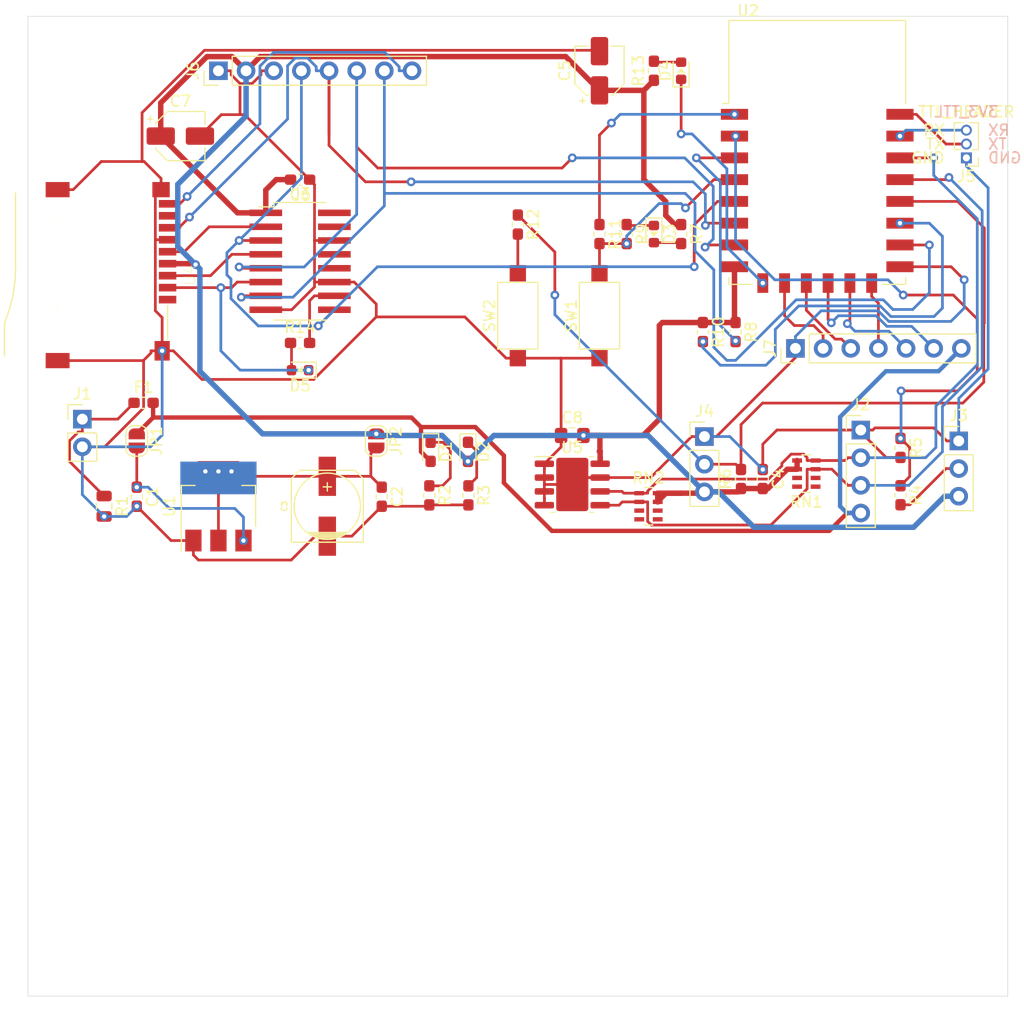
<source format=kicad_pcb>
(kicad_pcb (version 20171130) (host pcbnew 5.1.2-f72e74a~84~ubuntu18.04.1)

  (general
    (thickness 1.6)
    (drawings 12)
    (tracks 595)
    (zones 0)
    (modules 50)
    (nets 40)
  )

  (page A4)
  (layers
    (0 F.Cu signal)
    (31 B.Cu signal)
    (32 B.Adhes user)
    (33 F.Adhes user)
    (34 B.Paste user)
    (35 F.Paste user)
    (36 B.SilkS user hide)
    (37 F.SilkS user hide)
    (38 B.Mask user)
    (39 F.Mask user)
    (40 Dwgs.User user)
    (41 Cmts.User user)
    (42 Eco1.User user)
    (43 Eco2.User user)
    (44 Edge.Cuts user)
    (45 Margin user)
    (46 B.CrtYd user)
    (47 F.CrtYd user)
    (48 B.Fab user)
    (49 F.Fab user)
  )

  (setup
    (last_trace_width 0.25)
    (trace_clearance 0.2)
    (zone_clearance 0.508)
    (zone_45_only no)
    (trace_min 0.2)
    (via_size 0.8)
    (via_drill 0.4)
    (via_min_size 0.4)
    (via_min_drill 0.3)
    (uvia_size 0.3)
    (uvia_drill 0.1)
    (uvias_allowed no)
    (uvia_min_size 0.2)
    (uvia_min_drill 0.1)
    (edge_width 0.05)
    (segment_width 0.2)
    (pcb_text_width 0.3)
    (pcb_text_size 1.5 1.5)
    (mod_edge_width 0.12)
    (mod_text_size 1 1)
    (mod_text_width 0.15)
    (pad_size 1.524 1.524)
    (pad_drill 0.762)
    (pad_to_mask_clearance 0.051)
    (solder_mask_min_width 0.25)
    (aux_axis_origin 0 0)
    (visible_elements FFFFFF7F)
    (pcbplotparams
      (layerselection 0x010fc_ffffffff)
      (usegerberextensions false)
      (usegerberattributes false)
      (usegerberadvancedattributes false)
      (creategerberjobfile false)
      (excludeedgelayer true)
      (linewidth 0.100000)
      (plotframeref false)
      (viasonmask false)
      (mode 1)
      (useauxorigin false)
      (hpglpennumber 1)
      (hpglpenspeed 20)
      (hpglpendiameter 15.000000)
      (psnegative false)
      (psa4output false)
      (plotreference true)
      (plotvalue true)
      (plotinvisibletext false)
      (padsonsilk false)
      (subtractmaskfromsilk false)
      (outputformat 1)
      (mirror false)
      (drillshape 1)
      (scaleselection 1)
      (outputdirectory ""))
  )

  (net 0 "")
  (net 1 GND)
  (net 2 "Net-(C1-Pad1)")
  (net 3 "Net-(C2-Pad1)")
  (net 4 +3V3)
  (net 5 +5V)
  (net 6 "Net-(D1-Pad1)")
  (net 7 "Net-(D2-Pad1)")
  (net 8 "Net-(D3-Pad1)")
  (net 9 "Net-(D3-Pad2)")
  (net 10 /ESP-12E/DEBUG_LED)
  (net 11 "Net-(D4-Pad2)")
  (net 12 /SDCARD/O_CS)
  (net 13 "Net-(D5-Pad2)")
  (net 14 "Net-(F1-Pad1)")
  (net 15 "Net-(J3-Pad2)")
  (net 16 /ESP-12E/DATA)
  (net 17 /ESP-12E/TXD)
  (net 18 /ESP-12E/RXD)
  (net 19 /SDCARD/CD)
  (net 20 /ESP-12E/CS)
  (net 21 /SDCARD/DI)
  (net 22 /SDCARD/DO)
  (net 23 /SDCARD/CLK)
  (net 24 /ESP-12E/IO5)
  (net 25 /ESP-12E/IO4)
  (net 26 /ESP-12E/IO3)
  (net 27 /ESP-12E/IO2)
  (net 28 /ESP-12E/IO1)
  (net 29 /ESP-12E/ADC)
  (net 30 /ESP-12E/EN)
  (net 31 /ESP-12E/GPIO16)
  (net 32 "Net-(R10-Pad2)")
  (net 33 /ESP-12E/RESET)
  (net 34 "Net-(R12-Pad2)")
  (net 35 "Net-(R14-Pad2)")
  (net 36 /SDCARD/O_CLK)
  (net 37 /SDCARD/O_DI)
  (net 38 /24c02/SDA)
  (net 39 /24c02/SCL)

  (net_class Default "This is the default net class."
    (clearance 0.2)
    (trace_width 0.25)
    (via_dia 0.8)
    (via_drill 0.4)
    (uvia_dia 0.3)
    (uvia_drill 0.1)
    (add_net /24c02/SCL)
    (add_net /24c02/SDA)
    (add_net /ESP-12E/ADC)
    (add_net /ESP-12E/CS)
    (add_net /ESP-12E/DATA)
    (add_net /ESP-12E/DEBUG_LED)
    (add_net /ESP-12E/EN)
    (add_net /ESP-12E/GPIO16)
    (add_net /ESP-12E/IO1)
    (add_net /ESP-12E/IO2)
    (add_net /ESP-12E/IO3)
    (add_net /ESP-12E/IO4)
    (add_net /ESP-12E/IO5)
    (add_net /ESP-12E/RESET)
    (add_net /ESP-12E/RXD)
    (add_net /ESP-12E/TXD)
    (add_net /SDCARD/CD)
    (add_net /SDCARD/CLK)
    (add_net /SDCARD/DI)
    (add_net /SDCARD/DO)
    (add_net /SDCARD/O_CLK)
    (add_net /SDCARD/O_CS)
    (add_net /SDCARD/O_DI)
    (add_net "Net-(C1-Pad1)")
    (add_net "Net-(C2-Pad1)")
    (add_net "Net-(D1-Pad1)")
    (add_net "Net-(D2-Pad1)")
    (add_net "Net-(D3-Pad1)")
    (add_net "Net-(D3-Pad2)")
    (add_net "Net-(D4-Pad2)")
    (add_net "Net-(D5-Pad2)")
    (add_net "Net-(F1-Pad1)")
    (add_net "Net-(J3-Pad2)")
    (add_net "Net-(R10-Pad2)")
    (add_net "Net-(R12-Pad2)")
    (add_net "Net-(R14-Pad2)")
  )

  (net_class 300mA ""
    (clearance 0.2)
    (trace_width 0.4)
    (via_dia 0.8)
    (via_drill 0.4)
    (uvia_dia 0.3)
    (uvia_drill 0.1)
    (add_net +5V)
  )

  (net_class 800mA ""
    (clearance 0.2)
    (trace_width 0.5)
    (via_dia 0.8)
    (via_drill 0.4)
    (uvia_dia 0.3)
    (uvia_drill 0.1)
    (add_net +3V3)
  )

  (net_class GND ""
    (clearance 0.2)
    (trace_width 0.25)
    (via_dia 0.8)
    (via_drill 0.4)
    (uvia_dia 0.3)
    (uvia_drill 0.1)
    (add_net GND)
  )

  (module footprint-lib:MountingHole_2.7mm_M2.5,rpi_like locked (layer F.Cu) (tedit 5CD0070F) (tstamp 5CF88243)
    (at 140 140)
    (descr "Mounting Hole 2.7mm, no annular, M2.5")
    (tags "mounting hole 2.7mm no annular m2.5")
    (path /5CFC5ADF)
    (attr virtual)
    (fp_text reference H4 (at 0 -3.7) (layer F.SilkS) hide
      (effects (font (size 1 1) (thickness 0.15)))
    )
    (fp_text value MOUNT_M2.5 (at 0 3.7) (layer F.Fab)
      (effects (font (size 1 1) (thickness 0.15)))
    )
    (fp_circle (center 0 0) (end 1.905 0) (layer B.Mask) (width 1.2))
    (fp_circle (center 0 0) (end 1.905 0) (layer F.Mask) (width 1.2))
    (fp_circle (center 0 0) (end 2.95 0) (layer F.CrtYd) (width 0.05))
    (fp_circle (center 0 0) (end 2.7 0) (layer Cmts.User) (width 0.15))
    (fp_text user %R (at 0.3 0) (layer F.Fab)
      (effects (font (size 1 1) (thickness 0.15)))
    )
    (pad "" np_thru_hole circle (at 0 0) (size 2.7 2.7) (drill 2.7) (layers *.Cu *.Mask)
      (solder_mask_margin 1.5) (clearance 1.5))
  )

  (module footprint-lib:MountingHole_2.7mm_M2.5,rpi_like locked (layer F.Cu) (tedit 5CD0070F) (tstamp 5CF88239)
    (at 60 60)
    (descr "Mounting Hole 2.7mm, no annular, M2.5")
    (tags "mounting hole 2.7mm no annular m2.5")
    (path /5CFC5AD5)
    (attr virtual)
    (fp_text reference H3 (at 0 -3.7) (layer F.SilkS) hide
      (effects (font (size 1 1) (thickness 0.15)))
    )
    (fp_text value MOUNT_M2.5 (at 0 3.7) (layer F.Fab)
      (effects (font (size 1 1) (thickness 0.15)))
    )
    (fp_circle (center 0 0) (end 1.905 0) (layer B.Mask) (width 1.2))
    (fp_circle (center 0 0) (end 1.905 0) (layer F.Mask) (width 1.2))
    (fp_circle (center 0 0) (end 2.95 0) (layer F.CrtYd) (width 0.05))
    (fp_circle (center 0 0) (end 2.7 0) (layer Cmts.User) (width 0.15))
    (fp_text user %R (at 0.3 0) (layer F.Fab)
      (effects (font (size 1 1) (thickness 0.15)))
    )
    (pad "" np_thru_hole circle (at 0 0) (size 2.7 2.7) (drill 2.7) (layers *.Cu *.Mask)
      (solder_mask_margin 1.5) (clearance 1.5))
  )

  (module footprint-lib:MountingHole_2.7mm_M2.5,rpi_like locked (layer F.Cu) (tedit 5CD0070F) (tstamp 5CF8822F)
    (at 140 60)
    (descr "Mounting Hole 2.7mm, no annular, M2.5")
    (tags "mounting hole 2.7mm no annular m2.5")
    (path /5CFC5740)
    (attr virtual)
    (fp_text reference H2 (at 0 -3.7) (layer F.SilkS) hide
      (effects (font (size 1 1) (thickness 0.15)))
    )
    (fp_text value MOUNT_M2.5 (at 0 3.7) (layer F.Fab)
      (effects (font (size 1 1) (thickness 0.15)))
    )
    (fp_circle (center 0 0) (end 1.905 0) (layer B.Mask) (width 1.2))
    (fp_circle (center 0 0) (end 1.905 0) (layer F.Mask) (width 1.2))
    (fp_circle (center 0 0) (end 2.95 0) (layer F.CrtYd) (width 0.05))
    (fp_circle (center 0 0) (end 2.7 0) (layer Cmts.User) (width 0.15))
    (fp_text user %R (at 0.3 0) (layer F.Fab)
      (effects (font (size 1 1) (thickness 0.15)))
    )
    (pad "" np_thru_hole circle (at 0 0) (size 2.7 2.7) (drill 2.7) (layers *.Cu *.Mask)
      (solder_mask_margin 1.5) (clearance 1.5))
  )

  (module footprint-lib:MountingHole_2.7mm_M2.5,rpi_like locked (layer F.Cu) (tedit 5CD0070F) (tstamp 5CF88225)
    (at 60 140)
    (descr "Mounting Hole 2.7mm, no annular, M2.5")
    (tags "mounting hole 2.7mm no annular m2.5")
    (path /5CFC54DC)
    (attr virtual)
    (fp_text reference H1 (at 0 -3.7) (layer F.SilkS) hide
      (effects (font (size 1 1) (thickness 0.15)))
    )
    (fp_text value MOUNT_M2.5 (at 0 3.7) (layer F.Fab)
      (effects (font (size 1 1) (thickness 0.15)))
    )
    (fp_circle (center 0 0) (end 1.905 0) (layer B.Mask) (width 1.2))
    (fp_circle (center 0 0) (end 1.905 0) (layer F.Mask) (width 1.2))
    (fp_circle (center 0 0) (end 2.95 0) (layer F.CrtYd) (width 0.05))
    (fp_circle (center 0 0) (end 2.7 0) (layer Cmts.User) (width 0.15))
    (fp_text user %R (at 0.3 0) (layer F.Fab)
      (effects (font (size 1 1) (thickness 0.15)))
    )
    (pad "" np_thru_hole circle (at 0 0) (size 2.7 2.7) (drill 2.7) (layers *.Cu *.Mask)
      (solder_mask_margin 1.5) (clearance 1.5))
  )

  (module footprint-lib:24Cxx_SOIC8 (layer F.Cu) (tedit 5CF76F13) (tstamp 5CF84F47)
    (at 105 98)
    (descr "SOIC, 8 Pin (http://www.ti.com/lit/ds/symlink/lm5017.pdf#page=31), generated with kicad-footprint-generator ipc_gullwing_generator.py")
    (tags "24Cxx_SOIC8 24c02")
    (path /5CFAB75A/5CFC1B29)
    (attr smd)
    (fp_text reference U5 (at 0 -3.4) (layer F.SilkS)
      (effects (font (size 1 1) (thickness 0.15)))
    )
    (fp_text value 24C02_SOIC8 (at 0 3.4) (layer F.Fab)
      (effects (font (size 1 1) (thickness 0.15)))
    )
    (fp_line (start 1.586248 2.56) (end 1.95 2.56) (layer F.SilkS) (width 0.12))
    (fp_line (start -1.586248 2.56) (end -1.95 2.56) (layer F.SilkS) (width 0.12))
    (fp_line (start 1.586248 -2.56) (end 1.95 -2.56) (layer F.SilkS) (width 0.12))
    (fp_line (start -1.586248 -2.56) (end -3.45 -2.56) (layer F.SilkS) (width 0.12))
    (fp_line (start -0.975 -2.45) (end 1.95 -2.45) (layer F.Fab) (width 0.1))
    (fp_line (start 1.95 -2.45) (end 1.95 2.45) (layer F.Fab) (width 0.1))
    (fp_line (start 1.95 2.45) (end -1.95 2.45) (layer F.Fab) (width 0.1))
    (fp_line (start -1.95 2.45) (end -1.95 -1.475) (layer F.Fab) (width 0.1))
    (fp_line (start -1.95 -1.475) (end -0.975 -2.45) (layer F.Fab) (width 0.1))
    (fp_line (start -3.7 -2.7) (end -3.7 2.7) (layer F.CrtYd) (width 0.05))
    (fp_line (start -3.7 2.7) (end 3.7 2.7) (layer F.CrtYd) (width 0.05))
    (fp_line (start 3.7 2.7) (end 3.7 -2.7) (layer F.CrtYd) (width 0.05))
    (fp_line (start 3.7 -2.7) (end -3.7 -2.7) (layer F.CrtYd) (width 0.05))
    (fp_text user %R (at 0 0) (layer F.Fab)
      (effects (font (size 0.98 0.98) (thickness 0.15)))
    )
    (pad "" smd roundrect (at 0 0) (size 2.71 3.4) (layers F.Mask) (roundrect_rratio 0.092251))
    (pad 4 smd roundrect (at 0 0) (size 2.95 4.9) (layers F.Cu) (roundrect_rratio 0.08500000000000001)
      (net 1 GND))
    (pad "" smd roundrect (at -0.68 -0.85) (size 1.09 1.37) (layers F.Paste) (roundrect_rratio 0.229358))
    (pad "" smd roundrect (at -0.68 0.85) (size 1.09 1.37) (layers F.Paste) (roundrect_rratio 0.229358))
    (pad "" smd roundrect (at 0.68 -0.85) (size 1.09 1.37) (layers F.Paste) (roundrect_rratio 0.229358))
    (pad "" smd roundrect (at 0.68 0.85) (size 1.09 1.37) (layers F.Paste) (roundrect_rratio 0.229358))
    (pad 1 smd roundrect (at -2.5625 -1.905) (size 1.775 0.6) (layers F.Cu F.Paste F.Mask) (roundrect_rratio 0.25)
      (net 1 GND))
    (pad 2 smd roundrect (at -2.5625 -0.635) (size 1.775 0.6) (layers F.Cu F.Paste F.Mask) (roundrect_rratio 0.25)
      (net 1 GND))
    (pad 3 smd roundrect (at -2.5625 0.635) (size 1.775 0.6) (layers F.Cu F.Paste F.Mask) (roundrect_rratio 0.25)
      (net 1 GND))
    (pad 4 smd roundrect (at -2.5625 1.905) (size 1.775 0.6) (layers F.Cu F.Paste F.Mask) (roundrect_rratio 0.25)
      (net 1 GND))
    (pad 5 smd roundrect (at 2.5625 1.905) (size 1.775 0.6) (layers F.Cu F.Paste F.Mask) (roundrect_rratio 0.25)
      (net 38 /24c02/SDA))
    (pad 6 smd roundrect (at 2.5625 0.635) (size 1.775 0.6) (layers F.Cu F.Paste F.Mask) (roundrect_rratio 0.25)
      (net 39 /24c02/SCL))
    (pad 7 smd roundrect (at 2.5625 -0.635) (size 1.775 0.6) (layers F.Cu F.Paste F.Mask) (roundrect_rratio 0.25)
      (net 1 GND))
    (pad 8 smd roundrect (at 2.5625 -1.905) (size 1.775 0.6) (layers F.Cu F.Paste F.Mask) (roundrect_rratio 0.25)
      (net 4 +3V3))
    (model ${KISYS3DMOD}/Package_SO.3dshapes/SOIC-8-1EP_3.9x4.9mm_P1.27mm_EP2.95x4.9mm_Mask2.71x3.4mm.wrl
      (at (xyz 0 0 0))
      (scale (xyz 1 1 1))
      (rotate (xyz 0 0 0))
    )
  )

  (module Resistor_SMD:R_Array_Concave_4x0603 (layer F.Cu) (tedit 58E0A85E) (tstamp 5CF84D93)
    (at 112 100)
    (descr "Thick Film Chip Resistor Array, Wave soldering, Vishay CRA06P (see cra06p.pdf)")
    (tags "resistor array")
    (path /5CFAB75A/5CFAF73C)
    (attr smd)
    (fp_text reference RN2 (at 0 -2.6) (layer F.SilkS)
      (effects (font (size 1 1) (thickness 0.15)))
    )
    (fp_text value RN_472,0603 (at 0 2.6) (layer F.Fab)
      (effects (font (size 1 1) (thickness 0.15)))
    )
    (fp_line (start 1.55 1.87) (end -1.55 1.87) (layer F.CrtYd) (width 0.05))
    (fp_line (start 1.55 1.87) (end 1.55 -1.88) (layer F.CrtYd) (width 0.05))
    (fp_line (start -1.55 -1.88) (end -1.55 1.87) (layer F.CrtYd) (width 0.05))
    (fp_line (start -1.55 -1.88) (end 1.55 -1.88) (layer F.CrtYd) (width 0.05))
    (fp_line (start 0.4 -1.72) (end -0.4 -1.72) (layer F.SilkS) (width 0.12))
    (fp_line (start 0.4 1.72) (end -0.4 1.72) (layer F.SilkS) (width 0.12))
    (fp_line (start -0.8 1.6) (end -0.8 -1.6) (layer F.Fab) (width 0.1))
    (fp_line (start 0.8 1.6) (end -0.8 1.6) (layer F.Fab) (width 0.1))
    (fp_line (start 0.8 -1.6) (end 0.8 1.6) (layer F.Fab) (width 0.1))
    (fp_line (start -0.8 -1.6) (end 0.8 -1.6) (layer F.Fab) (width 0.1))
    (fp_text user %R (at 0 0 90) (layer F.Fab)
      (effects (font (size 0.5 0.5) (thickness 0.075)))
    )
    (pad 5 smd rect (at 0.85 1.2) (size 0.9 0.4) (layers F.Cu F.Paste F.Mask))
    (pad 6 smd rect (at 0.85 0.4) (size 0.9 0.4) (layers F.Cu F.Paste F.Mask))
    (pad 7 smd rect (at 0.85 -0.4) (size 0.9 0.4) (layers F.Cu F.Paste F.Mask)
      (net 4 +3V3))
    (pad 8 smd rect (at 0.85 -1.2) (size 0.9 0.4) (layers F.Cu F.Paste F.Mask)
      (net 4 +3V3))
    (pad 4 smd rect (at -0.85 1.2) (size 0.9 0.4) (layers F.Cu F.Paste F.Mask))
    (pad 1 smd rect (at -0.85 -1.2) (size 0.9 0.4) (layers F.Cu F.Paste F.Mask)
      (net 39 /24c02/SCL))
    (pad 3 smd rect (at -0.85 0.4) (size 0.9 0.4) (layers F.Cu F.Paste F.Mask))
    (pad 2 smd rect (at -0.85 -0.4) (size 0.9 0.4) (layers F.Cu F.Paste F.Mask)
      (net 38 /24c02/SDA))
    (model ${KISYS3DMOD}/Resistor_SMD.3dshapes/R_Array_Concave_4x0603.wrl
      (at (xyz 0 0 0))
      (scale (xyz 1 1 1))
      (rotate (xyz 0 0 0))
    )
  )

  (module Capacitor_SMD:C_0805_2012Metric_Pad1.15x1.40mm_HandSolder (layer F.Cu) (tedit 5B36C52B) (tstamp 5CF848FC)
    (at 105 93.5)
    (descr "Capacitor SMD 0805 (2012 Metric), square (rectangular) end terminal, IPC_7351 nominal with elongated pad for handsoldering. (Body size source: https://docs.google.com/spreadsheets/d/1BsfQQcO9C6DZCsRaXUlFlo91Tg2WpOkGARC1WS5S8t0/edit?usp=sharing), generated with kicad-footprint-generator")
    (tags "capacitor handsolder")
    (path /5CFAB75A/5CFAC802)
    (attr smd)
    (fp_text reference C8 (at 0 -1.65) (layer F.SilkS)
      (effects (font (size 1 1) (thickness 0.15)))
    )
    (fp_text value C106,0805 (at 0 1.65) (layer F.Fab)
      (effects (font (size 1 1) (thickness 0.15)))
    )
    (fp_text user %R (at 0 0) (layer F.Fab)
      (effects (font (size 0.5 0.5) (thickness 0.08)))
    )
    (fp_line (start 1.85 0.95) (end -1.85 0.95) (layer F.CrtYd) (width 0.05))
    (fp_line (start 1.85 -0.95) (end 1.85 0.95) (layer F.CrtYd) (width 0.05))
    (fp_line (start -1.85 -0.95) (end 1.85 -0.95) (layer F.CrtYd) (width 0.05))
    (fp_line (start -1.85 0.95) (end -1.85 -0.95) (layer F.CrtYd) (width 0.05))
    (fp_line (start -0.261252 0.71) (end 0.261252 0.71) (layer F.SilkS) (width 0.12))
    (fp_line (start -0.261252 -0.71) (end 0.261252 -0.71) (layer F.SilkS) (width 0.12))
    (fp_line (start 1 0.6) (end -1 0.6) (layer F.Fab) (width 0.1))
    (fp_line (start 1 -0.6) (end 1 0.6) (layer F.Fab) (width 0.1))
    (fp_line (start -1 -0.6) (end 1 -0.6) (layer F.Fab) (width 0.1))
    (fp_line (start -1 0.6) (end -1 -0.6) (layer F.Fab) (width 0.1))
    (pad 2 smd roundrect (at 1.025 0) (size 1.15 1.4) (layers F.Cu F.Paste F.Mask) (roundrect_rratio 0.217391)
      (net 4 +3V3))
    (pad 1 smd roundrect (at -1.025 0) (size 1.15 1.4) (layers F.Cu F.Paste F.Mask) (roundrect_rratio 0.217391)
      (net 1 GND))
    (model ${KISYS3DMOD}/Capacitor_SMD.3dshapes/C_0805_2012Metric.wrl
      (at (xyz 0 0 0))
      (scale (xyz 1 1 1))
      (rotate (xyz 0 0 0))
    )
  )

  (module footprint-lib:SUNTECH_ST-TF-003A (layer F.Cu) (tedit 5BF2A027) (tstamp 5CF7F52F)
    (at 62.5 77.5 270)
    (path /5CFFB28B/5CFD75CD)
    (attr smd)
    (fp_text reference U4 (at 1.27 -7.38873 90) (layer F.SilkS)
      (effects (font (size 1.0005 1.0005) (thickness 0.05)))
    )
    (fp_text value TF_CARD_SOCKET,SELF_EJECT (at -4.58364 10.8855 90) (layer F.SilkS)
      (effects (font (size 1.00188 1.00188) (thickness 0.05)))
    )
    (fp_line (start -7.75 10) (end -7.75 -6.5) (layer Eco1.User) (width 0.127))
    (fp_line (start 10.25 10) (end -7.75 10) (layer Eco1.User) (width 0.127))
    (fp_line (start 10.25 -6.5) (end 10.25 10) (layer Eco1.User) (width 0.127))
    (fp_line (start -7.75 -6.5) (end 10.25 -6.5) (layer Eco1.User) (width 0.127))
    (fp_line (start 7.17 -5.33) (end 4.07 -5.33) (layer F.SilkS) (width 0.127))
    (fp_poly (pts (xy 4.17167 -0.92833) (xy 4.17167 1.07304) (xy -4.83304 1.07304) (xy -4.83304 -0.92833)) (layer Dwgs.User) (width 0))
    (fp_line (start 7.302 -4.187) (end 8.699 -4.187) (layer Dwgs.User) (width 0.127))
    (fp_line (start 7.302 -5.33) (end 7.302 -4.187) (layer Dwgs.User) (width 0.127))
    (fp_line (start -6.287 -5.33) (end 7.302 -5.33) (layer Dwgs.User) (width 0.127))
    (fp_line (start -6.287 8.64) (end -6.287 -5.33) (layer Dwgs.User) (width 0.127))
    (fp_line (start 0.6469 8.64) (end -6.287 8.64) (layer F.SilkS) (width 0.127))
    (fp_arc (start 0.646878 21.34) (end 0.6469 8.64) (angle 20.8) (layer F.SilkS) (width 0.127))
    (fp_arc (start 6.16785 6.8474) (end 5.168 9.472) (angle -20.8) (layer F.SilkS) (width 0.127))
    (fp_line (start 8.699 9.656) (end 6.1679 9.656) (layer F.SilkS) (width 0.127))
    (fp_line (start 8.699 -4.187) (end 8.699 9.656) (layer Dwgs.User) (width 0.127))
    (pad Hole np_thru_hole circle (at 4.32 5.17 270) (size 0.9 0.9) (drill 0.9) (layers *.Cu *.Mask F.SilkS))
    (pad Hole np_thru_hole circle (at -3.68 5.17 270) (size 0.9 0.9) (drill 0.9) (layers *.Cu *.Mask F.SilkS))
    (pad G smd rect (at 9.12 4.77 180) (size 2.2 1.4) (layers F.Cu F.Paste F.Mask)
      (net 1 GND))
    (pad G smd rect (at 8.22 -4.83 180) (size 1.4 1.8) (layers F.Cu F.Paste F.Mask)
      (net 1 GND))
    (pad G smd rect (at -6.58 4.77 180) (size 2.2 1.4) (layers F.Cu F.Paste F.Mask)
      (net 1 GND))
    (pad G smd rect (at -6.58 -4.73 180) (size 1.6 1.4) (layers F.Cu F.Paste F.Mask)
      (net 1 GND))
    (pad 9 smd rect (at -5.28 -5.33 180) (size 1.6 0.7) (layers F.Cu F.Paste F.Mask)
      (net 19 /SDCARD/CD))
    (pad 8 smd rect (at -4.18 -5.33 180) (size 1.6 0.7) (layers F.Cu F.Paste F.Mask))
    (pad 7 smd rect (at -3.08 -5.33 180) (size 1.6 0.7) (layers F.Cu F.Paste F.Mask)
      (net 22 /SDCARD/DO))
    (pad 6 smd rect (at -1.98 -5.33 180) (size 1.6 0.7) (layers F.Cu F.Paste F.Mask)
      (net 1 GND))
    (pad 5 smd rect (at -0.88 -5.33 180) (size 1.6 0.7) (layers F.Cu F.Paste F.Mask)
      (net 36 /SDCARD/O_CLK))
    (pad 4 smd rect (at 0.22 -5.33 180) (size 1.6 0.7) (layers F.Cu F.Paste F.Mask)
      (net 4 +3V3))
    (pad 3 smd rect (at 1.32 -5.33 180) (size 1.6 0.7) (layers F.Cu F.Paste F.Mask)
      (net 37 /SDCARD/O_DI))
    (pad 2 smd rect (at 2.42 -5.33 180) (size 1.6 0.7) (layers F.Cu F.Paste F.Mask)
      (net 12 /SDCARD/O_CS))
    (pad 1 smd rect (at 3.52 -5.33 180) (size 1.6 0.7) (layers F.Cu F.Paste F.Mask))
  )

  (module footprint-lib:74HCT4050_SOP16 (layer F.Cu) (tedit 5CF76595) (tstamp 5CF7F310)
    (at 80 77.5)
    (descr "16-Lead Plastic Small Outline http://www.vishay.com/docs/49633/sg2098.pdf")
    (tags 74HCT4050_SOP16)
    (path /5CFFB28B/5CF97526)
    (attr smd)
    (fp_text reference U3 (at 0 -6.2) (layer F.SilkS)
      (effects (font (size 1 1) (thickness 0.15)))
    )
    (fp_text value CD74HC4050 (at 0 6.1) (layer F.Fab)
      (effects (font (size 1 1) (thickness 0.15)))
    )
    (fp_text user %R (at 0 0) (layer F.Fab)
      (effects (font (size 0.8 0.8) (thickness 0.15)))
    )
    (fp_line (start -2.2 -4.6) (end -1.6 -5.2) (layer F.Fab) (width 0.1))
    (fp_line (start -2.4 -5.4) (end -2.4 -5) (layer F.SilkS) (width 0.12))
    (fp_line (start -2.4 -5) (end -3.8 -5) (layer F.SilkS) (width 0.12))
    (fp_line (start -1.6 -5.2) (end 2.2 -5.2) (layer F.Fab) (width 0.1))
    (fp_line (start 2.2 -5.2) (end 2.2 5.2) (layer F.Fab) (width 0.1))
    (fp_line (start 2.2 5.2) (end -2.2 5.2) (layer F.Fab) (width 0.1))
    (fp_line (start -2.2 5.2) (end -2.2 -4.6) (layer F.Fab) (width 0.1))
    (fp_line (start -2.4 -5.4) (end 2.4 -5.4) (layer F.SilkS) (width 0.12))
    (fp_line (start -2.4 5.4) (end 2.4 5.4) (layer F.SilkS) (width 0.12))
    (fp_line (start -4.05 -5.45) (end 4.05 -5.45) (layer F.CrtYd) (width 0.05))
    (fp_line (start -4.05 -5.45) (end -4.05 5.45) (layer F.CrtYd) (width 0.05))
    (fp_line (start 4.05 5.45) (end 4.05 -5.45) (layer F.CrtYd) (width 0.05))
    (fp_line (start 4.05 5.45) (end -4.05 5.45) (layer F.CrtYd) (width 0.05))
    (pad 1 smd rect (at -3.15 -4.45) (size 3 0.6) (layers F.Cu F.Paste F.Mask)
      (net 4 +3V3))
    (pad 2 smd rect (at -3.15 -3.17) (size 3 0.6) (layers F.Cu F.Paste F.Mask)
      (net 36 /SDCARD/O_CLK))
    (pad 3 smd rect (at -3.15 -1.91) (size 3 0.6) (layers F.Cu F.Paste F.Mask)
      (net 23 /SDCARD/CLK))
    (pad 4 smd rect (at -3.15 -0.64) (size 3 0.6) (layers F.Cu F.Paste F.Mask)
      (net 37 /SDCARD/O_DI))
    (pad 5 smd rect (at -3.15 0.64) (size 3 0.6) (layers F.Cu F.Paste F.Mask)
      (net 21 /SDCARD/DI))
    (pad 6 smd rect (at -3.15 1.91) (size 3 0.6) (layers F.Cu F.Paste F.Mask)
      (net 12 /SDCARD/O_CS))
    (pad 7 smd rect (at -3.15 3.17) (size 3 0.6) (layers F.Cu F.Paste F.Mask)
      (net 20 /ESP-12E/CS))
    (pad 8 smd rect (at -3.15 4.45) (size 3 0.6) (layers F.Cu F.Paste F.Mask)
      (net 1 GND))
    (pad 9 smd rect (at 3.15 4.45) (size 3 0.6) (layers F.Cu F.Paste F.Mask)
      (net 23 /SDCARD/CLK))
    (pad 10 smd rect (at 3.15 3.17) (size 3 0.6) (layers F.Cu F.Paste F.Mask)
      (net 35 "Net-(R14-Pad2)"))
    (pad 11 smd rect (at 3.15 1.91) (size 3 0.6) (layers F.Cu F.Paste F.Mask)
      (net 1 GND))
    (pad 12 smd rect (at 3.15 0.64) (size 3 0.6) (layers F.Cu F.Paste F.Mask))
    (pad 13 smd rect (at 3.15 -0.64) (size 3 0.6) (layers F.Cu F.Paste F.Mask))
    (pad 14 smd rect (at 3.15 -1.91) (size 3 0.6) (layers F.Cu F.Paste F.Mask)
      (net 1 GND))
    (pad 15 smd rect (at 3.15 -3.17) (size 3 0.6) (layers F.Cu F.Paste F.Mask))
    (pad 16 smd rect (at 3.15 -4.45) (size 3 0.6) (layers F.Cu F.Paste F.Mask))
    (model /usr/share/kicad/modules/packages3d/Package_SO.3dshapes/SOP-16_4.4x10.4mm_P1.27mm.wrl
      (at (xyz 0 0 0))
      (scale (xyz 1 1 1))
      (rotate (xyz 0 0 0))
    )
  )

  (module footprint-lib:ESP-12E (layer F.Cu) (tedit 5CF0B94B) (tstamp 5CF7D51A)
    (at 127.5 67.5)
    (descr "Wi-Fi Module, http://wiki.ai-thinker.com/_media/esp8266/docs/aithinker_esp_12f_datasheet_en.pdf")
    (tags "Wi-Fi Module")
    (path /5CF637E0/5CFADE08)
    (attr smd)
    (fp_text reference U2 (at -6.35 -13.0175) (layer F.SilkS)
      (effects (font (size 1 1) (thickness 0.15)))
    )
    (fp_text value ESP-12E (at -0.06 -12.78) (layer F.Fab)
      (effects (font (size 1 1) (thickness 0.15)))
    )
    (fp_text user Antenna (at -0.06 -7 180) (layer Cmts.User)
      (effects (font (size 1 1) (thickness 0.15)))
    )
    (fp_text user "KEEP-OUT ZONE" (at 0.03 -9.55 180) (layer Cmts.User)
      (effects (font (size 1 1) (thickness 0.15)))
    )
    (fp_text user %R (at 0.49 -0.8) (layer F.Fab)
      (effects (font (size 1 1) (thickness 0.15)))
    )
    (fp_line (start -8 -12) (end 8 -12) (layer F.Fab) (width 0.12))
    (fp_line (start 8 -12) (end 8 12) (layer F.Fab) (width 0.12))
    (fp_line (start 8 12) (end -8 12) (layer F.Fab) (width 0.12))
    (fp_line (start -8 12) (end -8 -3) (layer F.Fab) (width 0.12))
    (fp_line (start -8 -3) (end -7.5 -3.5) (layer F.Fab) (width 0.12))
    (fp_line (start -7.5 -3.5) (end -8 -4) (layer F.Fab) (width 0.12))
    (fp_line (start -8 -4) (end -8 -12) (layer F.Fab) (width 0.12))
    (fp_line (start -9.05 -12.2) (end 9.05 -12.2) (layer F.CrtYd) (width 0.05))
    (fp_line (start 9.05 -12.2) (end 9.05 13.1) (layer F.CrtYd) (width 0.05))
    (fp_line (start 9.05 13.1) (end -9.05 13.1) (layer F.CrtYd) (width 0.05))
    (fp_line (start -9.05 13.1) (end -9.05 -12.2) (layer F.CrtYd) (width 0.05))
    (fp_line (start -8.12 -12.12) (end 8.12 -12.12) (layer F.SilkS) (width 0.12))
    (fp_line (start 8.12 -12.12) (end 8.12 -4.5) (layer F.SilkS) (width 0.12))
    (fp_line (start 8.12 11.5) (end 8.12 12.12) (layer F.SilkS) (width 0.12))
    (fp_line (start 8.12 12.12) (end 6 12.12) (layer F.SilkS) (width 0.12))
    (fp_line (start -6 12.12) (end -8.12 12.12) (layer F.SilkS) (width 0.12))
    (fp_line (start -8.12 12.12) (end -8.12 11.5) (layer F.SilkS) (width 0.12))
    (fp_line (start -8.12 -4.5) (end -8.12 -12.12) (layer F.SilkS) (width 0.12))
    (fp_line (start -8.12 -4.5) (end -8.73 -4.5) (layer F.SilkS) (width 0.12))
    (fp_line (start -8.12 -12.12) (end 8.12 -12.12) (layer Dwgs.User) (width 0.12))
    (fp_line (start 8.12 -12.12) (end 8.12 -4.8) (layer Dwgs.User) (width 0.12))
    (fp_line (start 8.12 -4.8) (end -8.12 -4.8) (layer Dwgs.User) (width 0.12))
    (fp_line (start -8.12 -4.8) (end -8.12 -12.12) (layer Dwgs.User) (width 0.12))
    (fp_line (start -8.12 -9.12) (end -5.12 -12.12) (layer Dwgs.User) (width 0.12))
    (fp_line (start -8.12 -6.12) (end -2.12 -12.12) (layer Dwgs.User) (width 0.12))
    (fp_line (start -6.44 -4.8) (end 0.88 -12.12) (layer Dwgs.User) (width 0.12))
    (fp_line (start -3.44 -4.8) (end 3.88 -12.12) (layer Dwgs.User) (width 0.12))
    (fp_line (start -0.44 -4.8) (end 6.88 -12.12) (layer Dwgs.User) (width 0.12))
    (fp_line (start 2.56 -4.8) (end 8.12 -10.36) (layer Dwgs.User) (width 0.12))
    (fp_line (start 5.56 -4.8) (end 8.12 -7.36) (layer Dwgs.User) (width 0.12))
    (pad "" np_thru_hole oval (at 0 3.048 90) (size 12 7) (drill oval 12 7) (layers *.Cu *.Mask)
      (solder_mask_margin 1) (clearance 1))
    (pad 1 smd rect (at -7.6 -3.5) (size 2.5 1) (layers F.Cu F.Paste F.Mask)
      (net 33 /ESP-12E/RESET))
    (pad 2 smd rect (at -7.6 -1.5) (size 2.5 1) (layers F.Cu F.Paste F.Mask)
      (net 29 /ESP-12E/ADC))
    (pad 3 smd rect (at -7.6 0.5) (size 2.5 1) (layers F.Cu F.Paste F.Mask)
      (net 30 /ESP-12E/EN))
    (pad 4 smd rect (at -7.6 2.5) (size 2.5 1) (layers F.Cu F.Paste F.Mask)
      (net 31 /ESP-12E/GPIO16))
    (pad 5 smd rect (at -7.6 4.5) (size 2.5 1) (layers F.Cu F.Paste F.Mask)
      (net 23 /SDCARD/CLK))
    (pad 6 smd rect (at -7.6 6.5) (size 2.5 1) (layers F.Cu F.Paste F.Mask)
      (net 22 /SDCARD/DO))
    (pad 7 smd rect (at -7.6 8.5) (size 2.5 1) (layers F.Cu F.Paste F.Mask)
      (net 21 /SDCARD/DI))
    (pad 8 smd rect (at -7.6 10.5) (size 2.5 1) (layers F.Cu F.Paste F.Mask)
      (net 4 +3V3))
    (pad 9 smd rect (at -5 12) (size 1 1.8) (layers F.Cu F.Paste F.Mask)
      (net 10 /ESP-12E/DEBUG_LED))
    (pad 10 smd rect (at -3 12) (size 1 1.8) (layers F.Cu F.Paste F.Mask)
      (net 28 /ESP-12E/IO1))
    (pad 11 smd rect (at -1 12) (size 1 1.8) (layers F.Cu F.Paste F.Mask)
      (net 27 /ESP-12E/IO2))
    (pad 12 smd rect (at 1 12) (size 1 1.8) (layers F.Cu F.Paste F.Mask)
      (net 24 /ESP-12E/IO5))
    (pad 13 smd rect (at 3 12) (size 1 1.8) (layers F.Cu F.Paste F.Mask)
      (net 25 /ESP-12E/IO4))
    (pad 14 smd rect (at 5 12) (size 1 1.8) (layers F.Cu F.Paste F.Mask)
      (net 26 /ESP-12E/IO3))
    (pad 15 smd rect (at 7.6 10.5) (size 2.5 1) (layers F.Cu F.Paste F.Mask)
      (net 1 GND))
    (pad 16 smd rect (at 7.6 8.5) (size 2.5 1) (layers F.Cu F.Paste F.Mask)
      (net 20 /ESP-12E/CS))
    (pad 17 smd rect (at 7.6 6.5) (size 2.5 1) (layers F.Cu F.Paste F.Mask)
      (net 32 "Net-(R10-Pad2)"))
    (pad 18 smd rect (at 7.6 4.5) (size 2.5 1) (layers F.Cu F.Paste F.Mask)
      (net 16 /ESP-12E/DATA))
    (pad 19 smd rect (at 7.6 2.5) (size 2.5 1) (layers F.Cu F.Paste F.Mask)
      (net 38 /24c02/SDA))
    (pad 20 smd rect (at 7.6 0.5) (size 2.5 1) (layers F.Cu F.Paste F.Mask)
      (net 39 /24c02/SCL))
    (pad 21 smd rect (at 7.6 -1.5) (size 2.5 1) (layers F.Cu F.Paste F.Mask)
      (net 18 /ESP-12E/RXD))
    (pad 22 smd rect (at 7.6 -3.5) (size 2.5 1) (layers F.Cu F.Paste F.Mask)
      (net 17 /ESP-12E/TXD))
    (model ${KISYS3DMOD}/RF_Module.3dshapes/ESP-12E.wrl
      (at (xyz 0 0 0))
      (scale (xyz 1 1 1))
      (rotate (xyz 0 0 0))
    )
    (model "/home/logic/_workspace/kicad/kicad_library/espressif/ESP8266 single.stp"
      (offset (xyz -8 -12 0))
      (scale (xyz 1 1 1))
      (rotate (xyz -90 0 90))
    )
  )

  (module footprint-lib:AMS1117_SOT-223 (layer F.Cu) (tedit 5CF0DEB3) (tstamp 5CF7F185)
    (at 72.5 100 90)
    (descr "module CMS SOT223 4 pins")
    (tags "CMS SOT")
    (path /5CF6369E/5C0AD747)
    (attr smd)
    (fp_text reference U1 (at 0 -4.5 90) (layer F.SilkS)
      (effects (font (size 1 1) (thickness 0.15)))
    )
    (fp_text value AMS1117-3.3 (at 0 4.5 90) (layer F.Fab)
      (effects (font (size 1 1) (thickness 0.15)))
    )
    (fp_line (start 1.85 -3.35) (end 1.85 3.35) (layer F.Fab) (width 0.1))
    (fp_line (start -1.85 3.35) (end 1.85 3.35) (layer F.Fab) (width 0.1))
    (fp_line (start -4.1 -3.41) (end 1.91 -3.41) (layer F.SilkS) (width 0.12))
    (fp_line (start -0.85 -3.35) (end 1.85 -3.35) (layer F.Fab) (width 0.1))
    (fp_line (start -1.85 3.41) (end 1.91 3.41) (layer F.SilkS) (width 0.12))
    (fp_line (start -1.85 -2.35) (end -1.85 3.35) (layer F.Fab) (width 0.1))
    (fp_line (start -1.85 -2.35) (end -0.85 -3.35) (layer F.Fab) (width 0.1))
    (fp_line (start -4.4 -3.6) (end -4.4 3.6) (layer F.CrtYd) (width 0.05))
    (fp_line (start -4.4 3.6) (end 4.4 3.6) (layer F.CrtYd) (width 0.05))
    (fp_line (start 4.4 3.6) (end 4.4 -3.6) (layer F.CrtYd) (width 0.05))
    (fp_line (start 4.4 -3.6) (end -4.4 -3.6) (layer F.CrtYd) (width 0.05))
    (fp_line (start 1.91 -3.41) (end 1.91 -2.15) (layer F.SilkS) (width 0.12))
    (fp_line (start 1.91 3.41) (end 1.91 2.15) (layer F.SilkS) (width 0.12))
    (fp_text user %R (at 0 0) (layer F.Fab)
      (effects (font (size 0.8 0.8) (thickness 0.12)))
    )
    (pad 2 thru_hole circle (at 3.2 1.2 90) (size 1 1) (drill 0.4) (layers *.Cu)
      (net 3 "Net-(C2-Pad1)"))
    (pad 2 thru_hole circle (at 3.2 -1.2 90) (size 1 1) (drill 0.4) (layers *.Cu)
      (net 3 "Net-(C2-Pad1)"))
    (pad 2 smd rect (at 2.6 0 90) (size 3 7) (layers B.Cu)
      (net 3 "Net-(C2-Pad1)"))
    (pad 2 thru_hole circle (at 3.2 0 90) (size 1 1) (drill 0.4) (layers *.Cu)
      (net 3 "Net-(C2-Pad1)"))
    (pad 1 smd rect (at -3.15 -2.3 90) (size 2 1.5) (layers F.Cu F.Paste F.Mask)
      (net 1 GND))
    (pad 3 smd rect (at -3.15 2.3 90) (size 2 1.5) (layers F.Cu F.Paste F.Mask)
      (net 2 "Net-(C1-Pad1)"))
    (pad 2 smd rect (at -3.15 0 90) (size 2 1.5) (layers F.Cu F.Paste F.Mask)
      (net 3 "Net-(C2-Pad1)"))
    (pad 2 smd rect (at 3.15 0 90) (size 2 3.8) (layers F.Cu F.Paste F.Mask)
      (net 3 "Net-(C2-Pad1)"))
    (model ${KISYS3DMOD}/Package_TO_SOT_SMD.3dshapes/SOT-223.wrl
      (at (xyz 0 0 0))
      (scale (xyz 1 1 1))
      (rotate (xyz 0 0 0))
    )
  )

  (module footprint-lib:SW_SPST_CK_RS282G05A3 (layer F.Cu) (tedit 5A7A67D2) (tstamp 5CF7F3FF)
    (at 100 82.5 90)
    (descr https://www.mouser.com/ds/2/60/RS-282G05A-SM_RT-1159762.pdf)
    (tags "SPST button tactile switch")
    (path /5CF637E0/5CFE0CF7)
    (attr smd)
    (fp_text reference SW2 (at 0 -2.6 90) (layer F.SilkS)
      (effects (font (size 1 1) (thickness 0.15)))
    )
    (fp_text value SW_RESET,2_leg,SMD (at 0 3 90) (layer F.Fab)
      (effects (font (size 1 1) (thickness 0.15)))
    )
    (fp_line (start 3 -1.8) (end 3 1.8) (layer F.Fab) (width 0.1))
    (fp_line (start -3 -1.8) (end -3 1.8) (layer F.Fab) (width 0.1))
    (fp_line (start -3 -1.8) (end 3 -1.8) (layer F.Fab) (width 0.1))
    (fp_line (start -3 1.8) (end 3 1.8) (layer F.Fab) (width 0.1))
    (fp_line (start -1.5 -0.8) (end -1.5 0.8) (layer F.Fab) (width 0.1))
    (fp_line (start 1.5 -0.8) (end 1.5 0.8) (layer F.Fab) (width 0.1))
    (fp_line (start -1.5 -0.8) (end 1.5 -0.8) (layer F.Fab) (width 0.1))
    (fp_line (start -1.5 0.8) (end 1.5 0.8) (layer F.Fab) (width 0.1))
    (fp_line (start -3.06 1.85) (end -3.06 -1.85) (layer F.SilkS) (width 0.12))
    (fp_line (start 3.06 1.85) (end -3.06 1.85) (layer F.SilkS) (width 0.12))
    (fp_line (start 3.06 -1.85) (end 3.06 1.85) (layer F.SilkS) (width 0.12))
    (fp_line (start -3.06 -1.85) (end 3.06 -1.85) (layer F.SilkS) (width 0.12))
    (fp_line (start -1.75 1) (end -1.75 -1) (layer F.Fab) (width 0.1))
    (fp_line (start 1.75 1) (end -1.75 1) (layer F.Fab) (width 0.1))
    (fp_line (start 1.75 -1) (end 1.75 1) (layer F.Fab) (width 0.1))
    (fp_line (start -1.75 -1) (end 1.75 -1) (layer F.Fab) (width 0.1))
    (fp_text user %R (at 0 -2.6 90) (layer F.Fab)
      (effects (font (size 1 1) (thickness 0.15)))
    )
    (fp_line (start -4.9 -2.05) (end 4.9 -2.05) (layer F.CrtYd) (width 0.05))
    (fp_line (start 4.9 -2.05) (end 4.9 2.05) (layer F.CrtYd) (width 0.05))
    (fp_line (start 4.9 2.05) (end -4.9 2.05) (layer F.CrtYd) (width 0.05))
    (fp_line (start -4.9 2.05) (end -4.9 -2.05) (layer F.CrtYd) (width 0.05))
    (pad 2 smd rect (at 3.9 0 90) (size 1.5 1.5) (layers F.Cu F.Paste F.Mask)
      (net 34 "Net-(R12-Pad2)"))
    (pad 1 smd rect (at -3.9 0 90) (size 1.5 1.5) (layers F.Cu F.Paste F.Mask)
      (net 1 GND))
    (model ${KISYS3DMOD}/Button_Switch_SMD.3dshapes/SW_SPST_CK_RS282G05A3.wrl
      (at (xyz 0 0 0))
      (scale (xyz 1 1 1))
      (rotate (xyz 0 0 0))
    )
  )

  (module footprint-lib:SW_SPST_CK_RS282G05A3 (layer F.Cu) (tedit 5A7A67D2) (tstamp 5CF7D4A9)
    (at 107.5 82.5 90)
    (descr https://www.mouser.com/ds/2/60/RS-282G05A-SM_RT-1159762.pdf)
    (tags "SPST button tactile switch")
    (path /5CF637E0/5CFC2123)
    (attr smd)
    (fp_text reference SW1 (at 0 -2.6 90) (layer F.SilkS)
      (effects (font (size 1 1) (thickness 0.15)))
    )
    (fp_text value SW_RESET,2_leg,SMD (at 0 3 90) (layer F.Fab)
      (effects (font (size 1 1) (thickness 0.15)))
    )
    (fp_line (start 3 -1.8) (end 3 1.8) (layer F.Fab) (width 0.1))
    (fp_line (start -3 -1.8) (end -3 1.8) (layer F.Fab) (width 0.1))
    (fp_line (start -3 -1.8) (end 3 -1.8) (layer F.Fab) (width 0.1))
    (fp_line (start -3 1.8) (end 3 1.8) (layer F.Fab) (width 0.1))
    (fp_line (start -1.5 -0.8) (end -1.5 0.8) (layer F.Fab) (width 0.1))
    (fp_line (start 1.5 -0.8) (end 1.5 0.8) (layer F.Fab) (width 0.1))
    (fp_line (start -1.5 -0.8) (end 1.5 -0.8) (layer F.Fab) (width 0.1))
    (fp_line (start -1.5 0.8) (end 1.5 0.8) (layer F.Fab) (width 0.1))
    (fp_line (start -3.06 1.85) (end -3.06 -1.85) (layer F.SilkS) (width 0.12))
    (fp_line (start 3.06 1.85) (end -3.06 1.85) (layer F.SilkS) (width 0.12))
    (fp_line (start 3.06 -1.85) (end 3.06 1.85) (layer F.SilkS) (width 0.12))
    (fp_line (start -3.06 -1.85) (end 3.06 -1.85) (layer F.SilkS) (width 0.12))
    (fp_line (start -1.75 1) (end -1.75 -1) (layer F.Fab) (width 0.1))
    (fp_line (start 1.75 1) (end -1.75 1) (layer F.Fab) (width 0.1))
    (fp_line (start 1.75 -1) (end 1.75 1) (layer F.Fab) (width 0.1))
    (fp_line (start -1.75 -1) (end 1.75 -1) (layer F.Fab) (width 0.1))
    (fp_text user %R (at 0 -2.6 90) (layer F.Fab)
      (effects (font (size 1 1) (thickness 0.15)))
    )
    (fp_line (start -4.9 -2.05) (end 4.9 -2.05) (layer F.CrtYd) (width 0.05))
    (fp_line (start 4.9 -2.05) (end 4.9 2.05) (layer F.CrtYd) (width 0.05))
    (fp_line (start 4.9 2.05) (end -4.9 2.05) (layer F.CrtYd) (width 0.05))
    (fp_line (start -4.9 2.05) (end -4.9 -2.05) (layer F.CrtYd) (width 0.05))
    (pad 2 smd rect (at 3.9 0 90) (size 1.5 1.5) (layers F.Cu F.Paste F.Mask)
      (net 31 /ESP-12E/GPIO16))
    (pad 1 smd rect (at -3.9 0 90) (size 1.5 1.5) (layers F.Cu F.Paste F.Mask)
      (net 1 GND))
    (model ${KISYS3DMOD}/Button_Switch_SMD.3dshapes/SW_SPST_CK_RS282G05A3.wrl
      (at (xyz 0 0 0))
      (scale (xyz 1 1 1))
      (rotate (xyz 0 0 0))
    )
  )

  (module Resistor_SMD:R_Array_Concave_4x0603 (layer F.Cu) (tedit 58E0A85E) (tstamp 5CF7EEFA)
    (at 126.5 97 180)
    (descr "Thick Film Chip Resistor Array, Wave soldering, Vishay CRA06P (see cra06p.pdf)")
    (tags "resistor array")
    (path /5CF636DD/5CF92222)
    (attr smd)
    (fp_text reference RN1 (at 0 -2.6) (layer F.SilkS)
      (effects (font (size 1 1) (thickness 0.15)))
    )
    (fp_text value RN_472,0603 (at 0 2.6) (layer F.Fab)
      (effects (font (size 1 1) (thickness 0.15)))
    )
    (fp_line (start 1.55 1.87) (end -1.55 1.87) (layer F.CrtYd) (width 0.05))
    (fp_line (start 1.55 1.87) (end 1.55 -1.88) (layer F.CrtYd) (width 0.05))
    (fp_line (start -1.55 -1.88) (end -1.55 1.87) (layer F.CrtYd) (width 0.05))
    (fp_line (start -1.55 -1.88) (end 1.55 -1.88) (layer F.CrtYd) (width 0.05))
    (fp_line (start 0.4 -1.72) (end -0.4 -1.72) (layer F.SilkS) (width 0.12))
    (fp_line (start 0.4 1.72) (end -0.4 1.72) (layer F.SilkS) (width 0.12))
    (fp_line (start -0.8 1.6) (end -0.8 -1.6) (layer F.Fab) (width 0.1))
    (fp_line (start 0.8 1.6) (end -0.8 1.6) (layer F.Fab) (width 0.1))
    (fp_line (start 0.8 -1.6) (end 0.8 1.6) (layer F.Fab) (width 0.1))
    (fp_line (start -0.8 -1.6) (end 0.8 -1.6) (layer F.Fab) (width 0.1))
    (fp_text user %R (at 0 0 90) (layer F.Fab)
      (effects (font (size 0.5 0.5) (thickness 0.075)))
    )
    (pad 5 smd rect (at 0.85 1.2 180) (size 0.9 0.4) (layers F.Cu F.Paste F.Mask)
      (net 4 +3V3))
    (pad 6 smd rect (at 0.85 0.4 180) (size 0.9 0.4) (layers F.Cu F.Paste F.Mask)
      (net 4 +3V3))
    (pad 7 smd rect (at 0.85 -0.4 180) (size 0.9 0.4) (layers F.Cu F.Paste F.Mask))
    (pad 8 smd rect (at 0.85 -1.2 180) (size 0.9 0.4) (layers F.Cu F.Paste F.Mask))
    (pad 4 smd rect (at -0.85 1.2 180) (size 0.9 0.4) (layers F.Cu F.Paste F.Mask)
      (net 39 /24c02/SCL))
    (pad 1 smd rect (at -0.85 -1.2 180) (size 0.9 0.4) (layers F.Cu F.Paste F.Mask))
    (pad 3 smd rect (at -0.85 0.4 180) (size 0.9 0.4) (layers F.Cu F.Paste F.Mask)
      (net 38 /24c02/SDA))
    (pad 2 smd rect (at -0.85 -0.4 180) (size 0.9 0.4) (layers F.Cu F.Paste F.Mask))
    (model ${KISYS3DMOD}/Resistor_SMD.3dshapes/R_Array_Concave_4x0603.wrl
      (at (xyz 0 0 0))
      (scale (xyz 1 1 1))
      (rotate (xyz 0 0 0))
    )
  )

  (module Resistor_SMD:R_0603_1608Metric_Pad1.05x0.95mm_HandSolder (layer F.Cu) (tedit 5B301BBD) (tstamp 5CF7F65C)
    (at 80 85)
    (descr "Resistor SMD 0603 (1608 Metric), square (rectangular) end terminal, IPC_7351 nominal with elongated pad for handsoldering. (Body size source: http://www.tortai-tech.com/upload/download/2011102023233369053.pdf), generated with kicad-footprint-generator")
    (tags "resistor handsolder")
    (path /5CFFB28B/5CFE9EC7)
    (attr smd)
    (fp_text reference R14 (at 0 -1.43) (layer F.SilkS)
      (effects (font (size 1 1) (thickness 0.15)))
    )
    (fp_text value R102,0603 (at 0 1.43) (layer F.Fab)
      (effects (font (size 1 1) (thickness 0.15)))
    )
    (fp_text user %R (at 0 0) (layer F.Fab)
      (effects (font (size 0.4 0.4) (thickness 0.06)))
    )
    (fp_line (start 1.65 0.73) (end -1.65 0.73) (layer F.CrtYd) (width 0.05))
    (fp_line (start 1.65 -0.73) (end 1.65 0.73) (layer F.CrtYd) (width 0.05))
    (fp_line (start -1.65 -0.73) (end 1.65 -0.73) (layer F.CrtYd) (width 0.05))
    (fp_line (start -1.65 0.73) (end -1.65 -0.73) (layer F.CrtYd) (width 0.05))
    (fp_line (start -0.171267 0.51) (end 0.171267 0.51) (layer F.SilkS) (width 0.12))
    (fp_line (start -0.171267 -0.51) (end 0.171267 -0.51) (layer F.SilkS) (width 0.12))
    (fp_line (start 0.8 0.4) (end -0.8 0.4) (layer F.Fab) (width 0.1))
    (fp_line (start 0.8 -0.4) (end 0.8 0.4) (layer F.Fab) (width 0.1))
    (fp_line (start -0.8 -0.4) (end 0.8 -0.4) (layer F.Fab) (width 0.1))
    (fp_line (start -0.8 0.4) (end -0.8 -0.4) (layer F.Fab) (width 0.1))
    (pad 2 smd roundrect (at 0.875 0) (size 1.05 0.95) (layers F.Cu F.Paste F.Mask) (roundrect_rratio 0.25)
      (net 35 "Net-(R14-Pad2)"))
    (pad 1 smd roundrect (at -0.875 0) (size 1.05 0.95) (layers F.Cu F.Paste F.Mask) (roundrect_rratio 0.25)
      (net 13 "Net-(D5-Pad2)"))
    (model ${KISYS3DMOD}/Resistor_SMD.3dshapes/R_0603_1608Metric.wrl
      (at (xyz 0 0 0))
      (scale (xyz 1 1 1))
      (rotate (xyz 0 0 0))
    )
  )

  (module Resistor_SMD:R_0603_1608Metric_Pad1.05x0.95mm_HandSolder (layer F.Cu) (tedit 5B301BBD) (tstamp 5CF7D466)
    (at 112.5 60 90)
    (descr "Resistor SMD 0603 (1608 Metric), square (rectangular) end terminal, IPC_7351 nominal with elongated pad for handsoldering. (Body size source: http://www.tortai-tech.com/upload/download/2011102023233369053.pdf), generated with kicad-footprint-generator")
    (tags "resistor handsolder")
    (path /5CF637E0/5CF85C5A)
    (attr smd)
    (fp_text reference R13 (at 0 -1.43 90) (layer F.SilkS)
      (effects (font (size 1 1) (thickness 0.15)))
    )
    (fp_text value R561,0603 (at 0 1.43 90) (layer F.Fab)
      (effects (font (size 1 1) (thickness 0.15)))
    )
    (fp_text user %R (at 0 0 90) (layer F.Fab)
      (effects (font (size 0.4 0.4) (thickness 0.06)))
    )
    (fp_line (start 1.65 0.73) (end -1.65 0.73) (layer F.CrtYd) (width 0.05))
    (fp_line (start 1.65 -0.73) (end 1.65 0.73) (layer F.CrtYd) (width 0.05))
    (fp_line (start -1.65 -0.73) (end 1.65 -0.73) (layer F.CrtYd) (width 0.05))
    (fp_line (start -1.65 0.73) (end -1.65 -0.73) (layer F.CrtYd) (width 0.05))
    (fp_line (start -0.171267 0.51) (end 0.171267 0.51) (layer F.SilkS) (width 0.12))
    (fp_line (start -0.171267 -0.51) (end 0.171267 -0.51) (layer F.SilkS) (width 0.12))
    (fp_line (start 0.8 0.4) (end -0.8 0.4) (layer F.Fab) (width 0.1))
    (fp_line (start 0.8 -0.4) (end 0.8 0.4) (layer F.Fab) (width 0.1))
    (fp_line (start -0.8 -0.4) (end 0.8 -0.4) (layer F.Fab) (width 0.1))
    (fp_line (start -0.8 0.4) (end -0.8 -0.4) (layer F.Fab) (width 0.1))
    (pad 2 smd roundrect (at 0.875 0 90) (size 1.05 0.95) (layers F.Cu F.Paste F.Mask) (roundrect_rratio 0.25)
      (net 11 "Net-(D4-Pad2)"))
    (pad 1 smd roundrect (at -0.875 0 90) (size 1.05 0.95) (layers F.Cu F.Paste F.Mask) (roundrect_rratio 0.25)
      (net 4 +3V3))
    (model ${KISYS3DMOD}/Resistor_SMD.3dshapes/R_0603_1608Metric.wrl
      (at (xyz 0 0 0))
      (scale (xyz 1 1 1))
      (rotate (xyz 0 0 0))
    )
  )

  (module Resistor_SMD:R_0603_1608Metric_Pad1.05x0.95mm_HandSolder (layer F.Cu) (tedit 5B301BBD) (tstamp 5CF7F4EE)
    (at 100 74.125 270)
    (descr "Resistor SMD 0603 (1608 Metric), square (rectangular) end terminal, IPC_7351 nominal with elongated pad for handsoldering. (Body size source: http://www.tortai-tech.com/upload/download/2011102023233369053.pdf), generated with kicad-footprint-generator")
    (tags "resistor handsolder")
    (path /5CF637E0/5CFE09F2)
    (attr smd)
    (fp_text reference R12 (at 0 -1.43 90) (layer F.SilkS)
      (effects (font (size 1 1) (thickness 0.15)))
    )
    (fp_text value R471,0603 (at 0 1.43 90) (layer F.Fab)
      (effects (font (size 1 1) (thickness 0.15)))
    )
    (fp_text user %R (at 0 0 90) (layer F.Fab)
      (effects (font (size 0.4 0.4) (thickness 0.06)))
    )
    (fp_line (start 1.65 0.73) (end -1.65 0.73) (layer F.CrtYd) (width 0.05))
    (fp_line (start 1.65 -0.73) (end 1.65 0.73) (layer F.CrtYd) (width 0.05))
    (fp_line (start -1.65 -0.73) (end 1.65 -0.73) (layer F.CrtYd) (width 0.05))
    (fp_line (start -1.65 0.73) (end -1.65 -0.73) (layer F.CrtYd) (width 0.05))
    (fp_line (start -0.171267 0.51) (end 0.171267 0.51) (layer F.SilkS) (width 0.12))
    (fp_line (start -0.171267 -0.51) (end 0.171267 -0.51) (layer F.SilkS) (width 0.12))
    (fp_line (start 0.8 0.4) (end -0.8 0.4) (layer F.Fab) (width 0.1))
    (fp_line (start 0.8 -0.4) (end 0.8 0.4) (layer F.Fab) (width 0.1))
    (fp_line (start -0.8 -0.4) (end 0.8 -0.4) (layer F.Fab) (width 0.1))
    (fp_line (start -0.8 0.4) (end -0.8 -0.4) (layer F.Fab) (width 0.1))
    (pad 2 smd roundrect (at 0.875 0 270) (size 1.05 0.95) (layers F.Cu F.Paste F.Mask) (roundrect_rratio 0.25)
      (net 34 "Net-(R12-Pad2)"))
    (pad 1 smd roundrect (at -0.875 0 270) (size 1.05 0.95) (layers F.Cu F.Paste F.Mask) (roundrect_rratio 0.25)
      (net 16 /ESP-12E/DATA))
    (model ${KISYS3DMOD}/Resistor_SMD.3dshapes/R_0603_1608Metric.wrl
      (at (xyz 0 0 0))
      (scale (xyz 1 1 1))
      (rotate (xyz 0 0 0))
    )
  )

  (module Resistor_SMD:R_0603_1608Metric_Pad1.05x0.95mm_HandSolder (layer F.Cu) (tedit 5B301BBD) (tstamp 5CF7F04D)
    (at 107.5 75 270)
    (descr "Resistor SMD 0603 (1608 Metric), square (rectangular) end terminal, IPC_7351 nominal with elongated pad for handsoldering. (Body size source: http://www.tortai-tech.com/upload/download/2011102023233369053.pdf), generated with kicad-footprint-generator")
    (tags "resistor handsolder")
    (path /5CF637E0/5CFC1D26)
    (attr smd)
    (fp_text reference R11 (at 0 -1.43 90) (layer F.SilkS)
      (effects (font (size 1 1) (thickness 0.15)))
    )
    (fp_text value R471,0603 (at 0 1.43 90) (layer F.Fab)
      (effects (font (size 1 1) (thickness 0.15)))
    )
    (fp_text user %R (at 0 0 90) (layer F.Fab)
      (effects (font (size 0.4 0.4) (thickness 0.06)))
    )
    (fp_line (start 1.65 0.73) (end -1.65 0.73) (layer F.CrtYd) (width 0.05))
    (fp_line (start 1.65 -0.73) (end 1.65 0.73) (layer F.CrtYd) (width 0.05))
    (fp_line (start -1.65 -0.73) (end 1.65 -0.73) (layer F.CrtYd) (width 0.05))
    (fp_line (start -1.65 0.73) (end -1.65 -0.73) (layer F.CrtYd) (width 0.05))
    (fp_line (start -0.171267 0.51) (end 0.171267 0.51) (layer F.SilkS) (width 0.12))
    (fp_line (start -0.171267 -0.51) (end 0.171267 -0.51) (layer F.SilkS) (width 0.12))
    (fp_line (start 0.8 0.4) (end -0.8 0.4) (layer F.Fab) (width 0.1))
    (fp_line (start 0.8 -0.4) (end 0.8 0.4) (layer F.Fab) (width 0.1))
    (fp_line (start -0.8 -0.4) (end 0.8 -0.4) (layer F.Fab) (width 0.1))
    (fp_line (start -0.8 0.4) (end -0.8 -0.4) (layer F.Fab) (width 0.1))
    (pad 2 smd roundrect (at 0.875 0 270) (size 1.05 0.95) (layers F.Cu F.Paste F.Mask) (roundrect_rratio 0.25)
      (net 31 /ESP-12E/GPIO16))
    (pad 1 smd roundrect (at -0.875 0 270) (size 1.05 0.95) (layers F.Cu F.Paste F.Mask) (roundrect_rratio 0.25)
      (net 33 /ESP-12E/RESET))
    (model ${KISYS3DMOD}/Resistor_SMD.3dshapes/R_0603_1608Metric.wrl
      (at (xyz 0 0 0))
      (scale (xyz 1 1 1))
      (rotate (xyz 0 0 0))
    )
  )

  (module Resistor_SMD:R_0603_1608Metric_Pad1.05x0.95mm_HandSolder (layer F.Cu) (tedit 5B301BBD) (tstamp 5CF7F01D)
    (at 117 84 270)
    (descr "Resistor SMD 0603 (1608 Metric), square (rectangular) end terminal, IPC_7351 nominal with elongated pad for handsoldering. (Body size source: http://www.tortai-tech.com/upload/download/2011102023233369053.pdf), generated with kicad-footprint-generator")
    (tags "resistor handsolder")
    (path /5CF637E0/5CFB90C1)
    (attr smd)
    (fp_text reference R10 (at 0 -1.43 90) (layer F.SilkS)
      (effects (font (size 1 1) (thickness 0.15)))
    )
    (fp_text value R102,0603 (at 0 1.43 90) (layer F.Fab)
      (effects (font (size 1 1) (thickness 0.15)))
    )
    (fp_text user %R (at 0 0 90) (layer F.Fab)
      (effects (font (size 0.4 0.4) (thickness 0.06)))
    )
    (fp_line (start 1.65 0.73) (end -1.65 0.73) (layer F.CrtYd) (width 0.05))
    (fp_line (start 1.65 -0.73) (end 1.65 0.73) (layer F.CrtYd) (width 0.05))
    (fp_line (start -1.65 -0.73) (end 1.65 -0.73) (layer F.CrtYd) (width 0.05))
    (fp_line (start -1.65 0.73) (end -1.65 -0.73) (layer F.CrtYd) (width 0.05))
    (fp_line (start -0.171267 0.51) (end 0.171267 0.51) (layer F.SilkS) (width 0.12))
    (fp_line (start -0.171267 -0.51) (end 0.171267 -0.51) (layer F.SilkS) (width 0.12))
    (fp_line (start 0.8 0.4) (end -0.8 0.4) (layer F.Fab) (width 0.1))
    (fp_line (start 0.8 -0.4) (end 0.8 0.4) (layer F.Fab) (width 0.1))
    (fp_line (start -0.8 -0.4) (end 0.8 -0.4) (layer F.Fab) (width 0.1))
    (fp_line (start -0.8 0.4) (end -0.8 -0.4) (layer F.Fab) (width 0.1))
    (pad 2 smd roundrect (at 0.875 0 270) (size 1.05 0.95) (layers F.Cu F.Paste F.Mask) (roundrect_rratio 0.25)
      (net 32 "Net-(R10-Pad2)"))
    (pad 1 smd roundrect (at -0.875 0 270) (size 1.05 0.95) (layers F.Cu F.Paste F.Mask) (roundrect_rratio 0.25)
      (net 4 +3V3))
    (model ${KISYS3DMOD}/Resistor_SMD.3dshapes/R_0603_1608Metric.wrl
      (at (xyz 0 0 0))
      (scale (xyz 1 1 1))
      (rotate (xyz 0 0 0))
    )
  )

  (module Resistor_SMD:R_0603_1608Metric_Pad1.05x0.95mm_HandSolder (layer F.Cu) (tedit 5B301BBD) (tstamp 5CF7F2CF)
    (at 110 75 270)
    (descr "Resistor SMD 0603 (1608 Metric), square (rectangular) end terminal, IPC_7351 nominal with elongated pad for handsoldering. (Body size source: http://www.tortai-tech.com/upload/download/2011102023233369053.pdf), generated with kicad-footprint-generator")
    (tags "resistor handsolder")
    (path /5CF637E0/5CFC9CB3)
    (attr smd)
    (fp_text reference R9 (at 0 -1.43 90) (layer F.SilkS)
      (effects (font (size 1 1) (thickness 0.15)))
    )
    (fp_text value R0,0603 (at 0 1.43 90) (layer F.Fab)
      (effects (font (size 1 1) (thickness 0.15)))
    )
    (fp_text user %R (at 0 0 90) (layer F.Fab)
      (effects (font (size 0.4 0.4) (thickness 0.06)))
    )
    (fp_line (start 1.65 0.73) (end -1.65 0.73) (layer F.CrtYd) (width 0.05))
    (fp_line (start 1.65 -0.73) (end 1.65 0.73) (layer F.CrtYd) (width 0.05))
    (fp_line (start -1.65 -0.73) (end 1.65 -0.73) (layer F.CrtYd) (width 0.05))
    (fp_line (start -1.65 0.73) (end -1.65 -0.73) (layer F.CrtYd) (width 0.05))
    (fp_line (start -0.171267 0.51) (end 0.171267 0.51) (layer F.SilkS) (width 0.12))
    (fp_line (start -0.171267 -0.51) (end 0.171267 -0.51) (layer F.SilkS) (width 0.12))
    (fp_line (start 0.8 0.4) (end -0.8 0.4) (layer F.Fab) (width 0.1))
    (fp_line (start 0.8 -0.4) (end 0.8 0.4) (layer F.Fab) (width 0.1))
    (fp_line (start -0.8 -0.4) (end 0.8 -0.4) (layer F.Fab) (width 0.1))
    (fp_line (start -0.8 0.4) (end -0.8 -0.4) (layer F.Fab) (width 0.1))
    (pad 2 smd roundrect (at 0.875 0 270) (size 1.05 0.95) (layers F.Cu F.Paste F.Mask) (roundrect_rratio 0.25)
      (net 31 /ESP-12E/GPIO16))
    (pad 1 smd roundrect (at -0.875 0 270) (size 1.05 0.95) (layers F.Cu F.Paste F.Mask) (roundrect_rratio 0.25)
      (net 8 "Net-(D3-Pad1)"))
    (model ${KISYS3DMOD}/Resistor_SMD.3dshapes/R_0603_1608Metric.wrl
      (at (xyz 0 0 0))
      (scale (xyz 1 1 1))
      (rotate (xyz 0 0 0))
    )
  )

  (module Resistor_SMD:R_0603_1608Metric_Pad1.05x0.95mm_HandSolder (layer F.Cu) (tedit 5B301BBD) (tstamp 5CF7F392)
    (at 120 84 270)
    (descr "Resistor SMD 0603 (1608 Metric), square (rectangular) end terminal, IPC_7351 nominal with elongated pad for handsoldering. (Body size source: http://www.tortai-tech.com/upload/download/2011102023233369053.pdf), generated with kicad-footprint-generator")
    (tags "resistor handsolder")
    (path /5CF637E0/5CFE8BA8)
    (attr smd)
    (fp_text reference R8 (at 0 -1.43 90) (layer F.SilkS)
      (effects (font (size 1 1) (thickness 0.15)))
    )
    (fp_text value R102,0603 (at 0 1.43 90) (layer F.Fab)
      (effects (font (size 1 1) (thickness 0.15)))
    )
    (fp_text user %R (at 0 0 90) (layer F.Fab)
      (effects (font (size 0.4 0.4) (thickness 0.06)))
    )
    (fp_line (start 1.65 0.73) (end -1.65 0.73) (layer F.CrtYd) (width 0.05))
    (fp_line (start 1.65 -0.73) (end 1.65 0.73) (layer F.CrtYd) (width 0.05))
    (fp_line (start -1.65 -0.73) (end 1.65 -0.73) (layer F.CrtYd) (width 0.05))
    (fp_line (start -1.65 0.73) (end -1.65 -0.73) (layer F.CrtYd) (width 0.05))
    (fp_line (start -0.171267 0.51) (end 0.171267 0.51) (layer F.SilkS) (width 0.12))
    (fp_line (start -0.171267 -0.51) (end 0.171267 -0.51) (layer F.SilkS) (width 0.12))
    (fp_line (start 0.8 0.4) (end -0.8 0.4) (layer F.Fab) (width 0.1))
    (fp_line (start 0.8 -0.4) (end 0.8 0.4) (layer F.Fab) (width 0.1))
    (fp_line (start -0.8 -0.4) (end 0.8 -0.4) (layer F.Fab) (width 0.1))
    (fp_line (start -0.8 0.4) (end -0.8 -0.4) (layer F.Fab) (width 0.1))
    (pad 2 smd roundrect (at 0.875 0 270) (size 1.05 0.95) (layers F.Cu F.Paste F.Mask) (roundrect_rratio 0.25)
      (net 30 /ESP-12E/EN))
    (pad 1 smd roundrect (at -0.875 0 270) (size 1.05 0.95) (layers F.Cu F.Paste F.Mask) (roundrect_rratio 0.25)
      (net 4 +3V3))
    (model ${KISYS3DMOD}/Resistor_SMD.3dshapes/R_0603_1608Metric.wrl
      (at (xyz 0 0 0))
      (scale (xyz 1 1 1))
      (rotate (xyz 0 0 0))
    )
  )

  (module Resistor_SMD:R_0603_1608Metric_Pad1.05x0.95mm_HandSolder (layer F.Cu) (tedit 5B301BBD) (tstamp 5CF7F1F7)
    (at 115 75 270)
    (descr "Resistor SMD 0603 (1608 Metric), square (rectangular) end terminal, IPC_7351 nominal with elongated pad for handsoldering. (Body size source: http://www.tortai-tech.com/upload/download/2011102023233369053.pdf), generated with kicad-footprint-generator")
    (tags "resistor handsolder")
    (path /5CF637E0/5CFC87CD)
    (attr smd)
    (fp_text reference R7 (at 0 -1.43 90) (layer F.SilkS)
      (effects (font (size 1 1) (thickness 0.15)))
    )
    (fp_text value R471,0603 (at 0 1.43 90) (layer F.Fab)
      (effects (font (size 1 1) (thickness 0.15)))
    )
    (fp_text user %R (at 0 0 90) (layer F.Fab)
      (effects (font (size 0.4 0.4) (thickness 0.06)))
    )
    (fp_line (start 1.65 0.73) (end -1.65 0.73) (layer F.CrtYd) (width 0.05))
    (fp_line (start 1.65 -0.73) (end 1.65 0.73) (layer F.CrtYd) (width 0.05))
    (fp_line (start -1.65 -0.73) (end 1.65 -0.73) (layer F.CrtYd) (width 0.05))
    (fp_line (start -1.65 0.73) (end -1.65 -0.73) (layer F.CrtYd) (width 0.05))
    (fp_line (start -0.171267 0.51) (end 0.171267 0.51) (layer F.SilkS) (width 0.12))
    (fp_line (start -0.171267 -0.51) (end 0.171267 -0.51) (layer F.SilkS) (width 0.12))
    (fp_line (start 0.8 0.4) (end -0.8 0.4) (layer F.Fab) (width 0.1))
    (fp_line (start 0.8 -0.4) (end 0.8 0.4) (layer F.Fab) (width 0.1))
    (fp_line (start -0.8 -0.4) (end 0.8 -0.4) (layer F.Fab) (width 0.1))
    (fp_line (start -0.8 0.4) (end -0.8 -0.4) (layer F.Fab) (width 0.1))
    (pad 2 smd roundrect (at 0.875 0 270) (size 1.05 0.95) (layers F.Cu F.Paste F.Mask) (roundrect_rratio 0.25)
      (net 9 "Net-(D3-Pad2)"))
    (pad 1 smd roundrect (at -0.875 0 270) (size 1.05 0.95) (layers F.Cu F.Paste F.Mask) (roundrect_rratio 0.25)
      (net 4 +3V3))
    (model ${KISYS3DMOD}/Resistor_SMD.3dshapes/R_0603_1608Metric.wrl
      (at (xyz 0 0 0))
      (scale (xyz 1 1 1))
      (rotate (xyz 0 0 0))
    )
  )

  (module Resistor_SMD:R_0603_1608Metric_Pad1.05x0.95mm_HandSolder (layer F.Cu) (tedit 5B301BBD) (tstamp 5CF7F14C)
    (at 120.5 97.5 90)
    (descr "Resistor SMD 0603 (1608 Metric), square (rectangular) end terminal, IPC_7351 nominal with elongated pad for handsoldering. (Body size source: http://www.tortai-tech.com/upload/download/2011102023233369053.pdf), generated with kicad-footprint-generator")
    (tags "resistor handsolder")
    (path /5CF63725/5CF96C53)
    (attr smd)
    (fp_text reference R6 (at 0 -1.43 90) (layer F.SilkS)
      (effects (font (size 1 1) (thickness 0.15)))
    )
    (fp_text value R472,0603 (at 0 1.43 90) (layer F.Fab)
      (effects (font (size 1 1) (thickness 0.15)))
    )
    (fp_text user %R (at 0 0 90) (layer F.Fab)
      (effects (font (size 0.4 0.4) (thickness 0.06)))
    )
    (fp_line (start 1.65 0.73) (end -1.65 0.73) (layer F.CrtYd) (width 0.05))
    (fp_line (start 1.65 -0.73) (end 1.65 0.73) (layer F.CrtYd) (width 0.05))
    (fp_line (start -1.65 -0.73) (end 1.65 -0.73) (layer F.CrtYd) (width 0.05))
    (fp_line (start -1.65 0.73) (end -1.65 -0.73) (layer F.CrtYd) (width 0.05))
    (fp_line (start -0.171267 0.51) (end 0.171267 0.51) (layer F.SilkS) (width 0.12))
    (fp_line (start -0.171267 -0.51) (end 0.171267 -0.51) (layer F.SilkS) (width 0.12))
    (fp_line (start 0.8 0.4) (end -0.8 0.4) (layer F.Fab) (width 0.1))
    (fp_line (start 0.8 -0.4) (end 0.8 0.4) (layer F.Fab) (width 0.1))
    (fp_line (start -0.8 -0.4) (end 0.8 -0.4) (layer F.Fab) (width 0.1))
    (fp_line (start -0.8 0.4) (end -0.8 -0.4) (layer F.Fab) (width 0.1))
    (pad 2 smd roundrect (at 0.875 0 90) (size 1.05 0.95) (layers F.Cu F.Paste F.Mask) (roundrect_rratio 0.25)
      (net 16 /ESP-12E/DATA))
    (pad 1 smd roundrect (at -0.875 0 90) (size 1.05 0.95) (layers F.Cu F.Paste F.Mask) (roundrect_rratio 0.25)
      (net 4 +3V3))
    (model ${KISYS3DMOD}/Resistor_SMD.3dshapes/R_0603_1608Metric.wrl
      (at (xyz 0 0 0))
      (scale (xyz 1 1 1))
      (rotate (xyz 0 0 0))
    )
  )

  (module Resistor_SMD:R_0603_1608Metric_Pad1.05x0.95mm_HandSolder (layer F.Cu) (tedit 5B301BBD) (tstamp 5CF7D3DE)
    (at 135.15 94.64 270)
    (descr "Resistor SMD 0603 (1608 Metric), square (rectangular) end terminal, IPC_7351 nominal with elongated pad for handsoldering. (Body size source: http://www.tortai-tech.com/upload/download/2011102023233369053.pdf), generated with kicad-footprint-generator")
    (tags "resistor handsolder")
    (path /5CF636FB/5CF94DBE)
    (attr smd)
    (fp_text reference R5 (at 0 -1.43 90) (layer F.SilkS)
      (effects (font (size 1 1) (thickness 0.15)))
    )
    (fp_text value TBA,0603 (at 0 1.43 90) (layer F.Fab)
      (effects (font (size 1 1) (thickness 0.15)))
    )
    (fp_text user %R (at 0 0 90) (layer F.Fab)
      (effects (font (size 0.4 0.4) (thickness 0.06)))
    )
    (fp_line (start 1.65 0.73) (end -1.65 0.73) (layer F.CrtYd) (width 0.05))
    (fp_line (start 1.65 -0.73) (end 1.65 0.73) (layer F.CrtYd) (width 0.05))
    (fp_line (start -1.65 -0.73) (end 1.65 -0.73) (layer F.CrtYd) (width 0.05))
    (fp_line (start -1.65 0.73) (end -1.65 -0.73) (layer F.CrtYd) (width 0.05))
    (fp_line (start -0.171267 0.51) (end 0.171267 0.51) (layer F.SilkS) (width 0.12))
    (fp_line (start -0.171267 -0.51) (end 0.171267 -0.51) (layer F.SilkS) (width 0.12))
    (fp_line (start 0.8 0.4) (end -0.8 0.4) (layer F.Fab) (width 0.1))
    (fp_line (start 0.8 -0.4) (end 0.8 0.4) (layer F.Fab) (width 0.1))
    (fp_line (start -0.8 -0.4) (end 0.8 -0.4) (layer F.Fab) (width 0.1))
    (fp_line (start -0.8 0.4) (end -0.8 -0.4) (layer F.Fab) (width 0.1))
    (pad 2 smd roundrect (at 0.875 0 270) (size 1.05 0.95) (layers F.Cu F.Paste F.Mask) (roundrect_rratio 0.25)
      (net 1 GND))
    (pad 1 smd roundrect (at -0.875 0 270) (size 1.05 0.95) (layers F.Cu F.Paste F.Mask) (roundrect_rratio 0.25)
      (net 29 /ESP-12E/ADC))
    (model ${KISYS3DMOD}/Resistor_SMD.3dshapes/R_0603_1608Metric.wrl
      (at (xyz 0 0 0))
      (scale (xyz 1 1 1))
      (rotate (xyz 0 0 0))
    )
  )

  (module Resistor_SMD:R_0603_1608Metric_Pad1.05x0.95mm_HandSolder (layer F.Cu) (tedit 5B301BBD) (tstamp 5CF7D3CD)
    (at 135.15 98.99 270)
    (descr "Resistor SMD 0603 (1608 Metric), square (rectangular) end terminal, IPC_7351 nominal with elongated pad for handsoldering. (Body size source: http://www.tortai-tech.com/upload/download/2011102023233369053.pdf), generated with kicad-footprint-generator")
    (tags "resistor handsolder")
    (path /5CF636FB/5CF94A1D)
    (attr smd)
    (fp_text reference R4 (at 0 -1.43 90) (layer F.SilkS)
      (effects (font (size 1 1) (thickness 0.15)))
    )
    (fp_text value R102,0603 (at 0 1.43 90) (layer F.Fab)
      (effects (font (size 1 1) (thickness 0.15)))
    )
    (fp_text user %R (at 0 0 90) (layer F.Fab)
      (effects (font (size 0.4 0.4) (thickness 0.06)))
    )
    (fp_line (start 1.65 0.73) (end -1.65 0.73) (layer F.CrtYd) (width 0.05))
    (fp_line (start 1.65 -0.73) (end 1.65 0.73) (layer F.CrtYd) (width 0.05))
    (fp_line (start -1.65 -0.73) (end 1.65 -0.73) (layer F.CrtYd) (width 0.05))
    (fp_line (start -1.65 0.73) (end -1.65 -0.73) (layer F.CrtYd) (width 0.05))
    (fp_line (start -0.171267 0.51) (end 0.171267 0.51) (layer F.SilkS) (width 0.12))
    (fp_line (start -0.171267 -0.51) (end 0.171267 -0.51) (layer F.SilkS) (width 0.12))
    (fp_line (start 0.8 0.4) (end -0.8 0.4) (layer F.Fab) (width 0.1))
    (fp_line (start 0.8 -0.4) (end 0.8 0.4) (layer F.Fab) (width 0.1))
    (fp_line (start -0.8 -0.4) (end 0.8 -0.4) (layer F.Fab) (width 0.1))
    (fp_line (start -0.8 0.4) (end -0.8 -0.4) (layer F.Fab) (width 0.1))
    (pad 2 smd roundrect (at 0.875 0 270) (size 1.05 0.95) (layers F.Cu F.Paste F.Mask) (roundrect_rratio 0.25)
      (net 15 "Net-(J3-Pad2)"))
    (pad 1 smd roundrect (at -0.875 0 270) (size 1.05 0.95) (layers F.Cu F.Paste F.Mask) (roundrect_rratio 0.25)
      (net 29 /ESP-12E/ADC))
    (model ${KISYS3DMOD}/Resistor_SMD.3dshapes/R_0603_1608Metric.wrl
      (at (xyz 0 0 0))
      (scale (xyz 1 1 1))
      (rotate (xyz 0 0 0))
    )
  )

  (module Resistor_SMD:R_0603_1608Metric_Pad1.05x0.95mm_HandSolder (layer F.Cu) (tedit 5B301BBD) (tstamp 5CF7F6BC)
    (at 95.46 99 270)
    (descr "Resistor SMD 0603 (1608 Metric), square (rectangular) end terminal, IPC_7351 nominal with elongated pad for handsoldering. (Body size source: http://www.tortai-tech.com/upload/download/2011102023233369053.pdf), generated with kicad-footprint-generator")
    (tags "resistor handsolder")
    (path /5CF6369E/5C0C1058)
    (attr smd)
    (fp_text reference R3 (at 0 -1.43 90) (layer F.SilkS)
      (effects (font (size 1 1) (thickness 0.15)))
    )
    (fp_text value R102,0603 (at 0 1.43 90) (layer F.Fab)
      (effects (font (size 1 1) (thickness 0.15)))
    )
    (fp_text user %R (at 0 0 90) (layer F.Fab)
      (effects (font (size 0.4 0.4) (thickness 0.06)))
    )
    (fp_line (start 1.65 0.73) (end -1.65 0.73) (layer F.CrtYd) (width 0.05))
    (fp_line (start 1.65 -0.73) (end 1.65 0.73) (layer F.CrtYd) (width 0.05))
    (fp_line (start -1.65 -0.73) (end 1.65 -0.73) (layer F.CrtYd) (width 0.05))
    (fp_line (start -1.65 0.73) (end -1.65 -0.73) (layer F.CrtYd) (width 0.05))
    (fp_line (start -0.171267 0.51) (end 0.171267 0.51) (layer F.SilkS) (width 0.12))
    (fp_line (start -0.171267 -0.51) (end 0.171267 -0.51) (layer F.SilkS) (width 0.12))
    (fp_line (start 0.8 0.4) (end -0.8 0.4) (layer F.Fab) (width 0.1))
    (fp_line (start 0.8 -0.4) (end 0.8 0.4) (layer F.Fab) (width 0.1))
    (fp_line (start -0.8 -0.4) (end 0.8 -0.4) (layer F.Fab) (width 0.1))
    (fp_line (start -0.8 0.4) (end -0.8 -0.4) (layer F.Fab) (width 0.1))
    (pad 2 smd roundrect (at 0.875 0 270) (size 1.05 0.95) (layers F.Cu F.Paste F.Mask) (roundrect_rratio 0.25)
      (net 1 GND))
    (pad 1 smd roundrect (at -0.875 0 270) (size 1.05 0.95) (layers F.Cu F.Paste F.Mask) (roundrect_rratio 0.25)
      (net 7 "Net-(D2-Pad1)"))
    (model ${KISYS3DMOD}/Resistor_SMD.3dshapes/R_0603_1608Metric.wrl
      (at (xyz 0 0 0))
      (scale (xyz 1 1 1))
      (rotate (xyz 0 0 0))
    )
  )

  (module Resistor_SMD:R_0603_1608Metric_Pad1.05x0.95mm_HandSolder (layer F.Cu) (tedit 5B301BBD) (tstamp 5CF7F227)
    (at 91.87 99 270)
    (descr "Resistor SMD 0603 (1608 Metric), square (rectangular) end terminal, IPC_7351 nominal with elongated pad for handsoldering. (Body size source: http://www.tortai-tech.com/upload/download/2011102023233369053.pdf), generated with kicad-footprint-generator")
    (tags "resistor handsolder")
    (path /5CF6369E/5CFA8CCE)
    (attr smd)
    (fp_text reference R2 (at 0 -1.43 90) (layer F.SilkS)
      (effects (font (size 1 1) (thickness 0.15)))
    )
    (fp_text value TBA,0603 (at 0 1.43 90) (layer F.Fab)
      (effects (font (size 1 1) (thickness 0.15)))
    )
    (fp_text user %R (at 0 0 90) (layer F.Fab)
      (effects (font (size 0.4 0.4) (thickness 0.06)))
    )
    (fp_line (start 1.65 0.73) (end -1.65 0.73) (layer F.CrtYd) (width 0.05))
    (fp_line (start 1.65 -0.73) (end 1.65 0.73) (layer F.CrtYd) (width 0.05))
    (fp_line (start -1.65 -0.73) (end 1.65 -0.73) (layer F.CrtYd) (width 0.05))
    (fp_line (start -1.65 0.73) (end -1.65 -0.73) (layer F.CrtYd) (width 0.05))
    (fp_line (start -0.171267 0.51) (end 0.171267 0.51) (layer F.SilkS) (width 0.12))
    (fp_line (start -0.171267 -0.51) (end 0.171267 -0.51) (layer F.SilkS) (width 0.12))
    (fp_line (start 0.8 0.4) (end -0.8 0.4) (layer F.Fab) (width 0.1))
    (fp_line (start 0.8 -0.4) (end 0.8 0.4) (layer F.Fab) (width 0.1))
    (fp_line (start -0.8 -0.4) (end 0.8 -0.4) (layer F.Fab) (width 0.1))
    (fp_line (start -0.8 0.4) (end -0.8 -0.4) (layer F.Fab) (width 0.1))
    (pad 2 smd roundrect (at 0.875 0 270) (size 1.05 0.95) (layers F.Cu F.Paste F.Mask) (roundrect_rratio 0.25)
      (net 1 GND))
    (pad 1 smd roundrect (at -0.875 0 270) (size 1.05 0.95) (layers F.Cu F.Paste F.Mask) (roundrect_rratio 0.25)
      (net 6 "Net-(D1-Pad1)"))
    (model ${KISYS3DMOD}/Resistor_SMD.3dshapes/R_0603_1608Metric.wrl
      (at (xyz 0 0 0))
      (scale (xyz 1 1 1))
      (rotate (xyz 0 0 0))
    )
  )

  (module footprint-lib:VAR_0805 (layer F.Cu) (tedit 5CE2B45E) (tstamp 5CF7EF66)
    (at 62 100 270)
    (descr "varistor 0805")
    (tags "varistor 0805")
    (path /5CF6369E/5CF6C912)
    (attr smd)
    (fp_text reference R1 (at 0 -1.65 90) (layer F.SilkS)
      (effects (font (size 1 1) (thickness 0.15)))
    )
    (fp_text value VAR_5V6,0805 (at 0 1.65 90) (layer F.Fab)
      (effects (font (size 1 1) (thickness 0.15)))
    )
    (fp_text user %R (at 0 0 90) (layer F.Fab)
      (effects (font (size 0.5 0.5) (thickness 0.08)))
    )
    (fp_line (start 1.68 0.95) (end -1.68 0.95) (layer F.CrtYd) (width 0.05))
    (fp_line (start 1.68 -0.95) (end 1.68 0.95) (layer F.CrtYd) (width 0.05))
    (fp_line (start -1.68 -0.95) (end 1.68 -0.95) (layer F.CrtYd) (width 0.05))
    (fp_line (start -1.68 0.95) (end -1.68 -0.95) (layer F.CrtYd) (width 0.05))
    (fp_line (start -0.258578 0.71) (end 0.258578 0.71) (layer F.SilkS) (width 0.12))
    (fp_line (start -0.258578 -0.71) (end 0.258578 -0.71) (layer F.SilkS) (width 0.12))
    (fp_line (start 1 0.6) (end -1 0.6) (layer F.Fab) (width 0.1))
    (fp_line (start 1 -0.6) (end 1 0.6) (layer F.Fab) (width 0.1))
    (fp_line (start -1 -0.6) (end 1 -0.6) (layer F.Fab) (width 0.1))
    (fp_line (start -1 0.6) (end -1 -0.6) (layer F.Fab) (width 0.1))
    (pad 2 smd roundrect (at 0.9375 0 270) (size 0.975 1.4) (layers F.Cu F.Paste F.Mask) (roundrect_rratio 0.25)
      (net 1 GND))
    (pad 1 smd roundrect (at -0.9375 0 270) (size 0.975 1.4) (layers F.Cu F.Paste F.Mask) (roundrect_rratio 0.25)
      (net 14 "Net-(F1-Pad1)"))
    (model ${KISYS3DMOD}/Resistor_SMD.3dshapes/R_0805_2012Metric.wrl
      (at (xyz 0 0 0))
      (scale (xyz 1 1 1))
      (rotate (xyz 0 0 0))
    )
  )

  (module Jumper:SolderJumper-2_P1.3mm_Open_RoundedPad1.0x1.5mm (layer F.Cu) (tedit 5B391E66) (tstamp 5CF7F3C3)
    (at 87 94 270)
    (descr "SMD Solder Jumper, 1x1.5mm, rounded Pads, 0.3mm gap, open")
    (tags "solder jumper open")
    (path /5CF6369E/5CF8B62A)
    (attr virtual)
    (fp_text reference JP2 (at 0 -1.8 90) (layer F.SilkS)
      (effects (font (size 1 1) (thickness 0.15)))
    )
    (fp_text value 3V3_EN (at 0 1.9 90) (layer F.Fab)
      (effects (font (size 1 1) (thickness 0.15)))
    )
    (fp_line (start 1.65 1.25) (end -1.65 1.25) (layer F.CrtYd) (width 0.05))
    (fp_line (start 1.65 1.25) (end 1.65 -1.25) (layer F.CrtYd) (width 0.05))
    (fp_line (start -1.65 -1.25) (end -1.65 1.25) (layer F.CrtYd) (width 0.05))
    (fp_line (start -1.65 -1.25) (end 1.65 -1.25) (layer F.CrtYd) (width 0.05))
    (fp_line (start -0.7 -1) (end 0.7 -1) (layer F.SilkS) (width 0.12))
    (fp_line (start 1.4 -0.3) (end 1.4 0.3) (layer F.SilkS) (width 0.12))
    (fp_line (start 0.7 1) (end -0.7 1) (layer F.SilkS) (width 0.12))
    (fp_line (start -1.4 0.3) (end -1.4 -0.3) (layer F.SilkS) (width 0.12))
    (fp_arc (start -0.7 -0.3) (end -0.7 -1) (angle -90) (layer F.SilkS) (width 0.12))
    (fp_arc (start -0.7 0.3) (end -1.4 0.3) (angle -90) (layer F.SilkS) (width 0.12))
    (fp_arc (start 0.7 0.3) (end 0.7 1) (angle -90) (layer F.SilkS) (width 0.12))
    (fp_arc (start 0.7 -0.3) (end 1.4 -0.3) (angle -90) (layer F.SilkS) (width 0.12))
    (pad 2 smd custom (at 0.65 0 270) (size 1 0.5) (layers F.Cu F.Mask)
      (net 3 "Net-(C2-Pad1)") (zone_connect 2)
      (options (clearance outline) (anchor rect))
      (primitives
        (gr_circle (center 0 0.25) (end 0.5 0.25) (width 0))
        (gr_circle (center 0 -0.25) (end 0.5 -0.25) (width 0))
        (gr_poly (pts
           (xy 0 -0.75) (xy -0.5 -0.75) (xy -0.5 0.75) (xy 0 0.75)) (width 0))
      ))
    (pad 1 smd custom (at -0.65 0 270) (size 1 0.5) (layers F.Cu F.Mask)
      (net 4 +3V3) (zone_connect 2)
      (options (clearance outline) (anchor rect))
      (primitives
        (gr_circle (center 0 0.25) (end 0.5 0.25) (width 0))
        (gr_circle (center 0 -0.25) (end 0.5 -0.25) (width 0))
        (gr_poly (pts
           (xy 0 -0.75) (xy 0.5 -0.75) (xy 0.5 0.75) (xy 0 0.75)) (width 0))
      ))
  )

  (module Jumper:SolderJumper-2_P1.3mm_Open_RoundedPad1.0x1.5mm (layer F.Cu) (tedit 5B391E66) (tstamp 5CF7F444)
    (at 65 94 270)
    (descr "SMD Solder Jumper, 1x1.5mm, rounded Pads, 0.3mm gap, open")
    (tags "solder jumper open")
    (path /5CF6369E/5CF87C61)
    (attr virtual)
    (fp_text reference JP1 (at 0 -1.8 90) (layer F.SilkS)
      (effects (font (size 1 1) (thickness 0.15)))
    )
    (fp_text value 5V_EN (at 0 1.9 90) (layer F.Fab)
      (effects (font (size 1 1) (thickness 0.15)))
    )
    (fp_line (start 1.65 1.25) (end -1.65 1.25) (layer F.CrtYd) (width 0.05))
    (fp_line (start 1.65 1.25) (end 1.65 -1.25) (layer F.CrtYd) (width 0.05))
    (fp_line (start -1.65 -1.25) (end -1.65 1.25) (layer F.CrtYd) (width 0.05))
    (fp_line (start -1.65 -1.25) (end 1.65 -1.25) (layer F.CrtYd) (width 0.05))
    (fp_line (start -0.7 -1) (end 0.7 -1) (layer F.SilkS) (width 0.12))
    (fp_line (start 1.4 -0.3) (end 1.4 0.3) (layer F.SilkS) (width 0.12))
    (fp_line (start 0.7 1) (end -0.7 1) (layer F.SilkS) (width 0.12))
    (fp_line (start -1.4 0.3) (end -1.4 -0.3) (layer F.SilkS) (width 0.12))
    (fp_arc (start -0.7 -0.3) (end -0.7 -1) (angle -90) (layer F.SilkS) (width 0.12))
    (fp_arc (start -0.7 0.3) (end -1.4 0.3) (angle -90) (layer F.SilkS) (width 0.12))
    (fp_arc (start 0.7 0.3) (end 0.7 1) (angle -90) (layer F.SilkS) (width 0.12))
    (fp_arc (start 0.7 -0.3) (end 1.4 -0.3) (angle -90) (layer F.SilkS) (width 0.12))
    (pad 2 smd custom (at 0.65 0 270) (size 1 0.5) (layers F.Cu F.Mask)
      (net 2 "Net-(C1-Pad1)") (zone_connect 2)
      (options (clearance outline) (anchor rect))
      (primitives
        (gr_circle (center 0 0.25) (end 0.5 0.25) (width 0))
        (gr_circle (center 0 -0.25) (end 0.5 -0.25) (width 0))
        (gr_poly (pts
           (xy 0 -0.75) (xy -0.5 -0.75) (xy -0.5 0.75) (xy 0 0.75)) (width 0))
      ))
    (pad 1 smd custom (at -0.65 0 270) (size 1 0.5) (layers F.Cu F.Mask)
      (net 5 +5V) (zone_connect 2)
      (options (clearance outline) (anchor rect))
      (primitives
        (gr_circle (center 0 0.25) (end 0.5 0.25) (width 0))
        (gr_circle (center 0 -0.25) (end 0.5 -0.25) (width 0))
        (gr_poly (pts
           (xy 0 -0.75) (xy 0.5 -0.75) (xy 0.5 0.75) (xy 0 0.75)) (width 0))
      ))
  )

  (module Connector_PinHeader_2.54mm:PinHeader_1x07_P2.54mm_Vertical (layer F.Cu) (tedit 59FED5CC) (tstamp 5CF7D365)
    (at 125.5 85.5 90)
    (descr "Through hole straight pin header, 1x07, 2.54mm pitch, single row")
    (tags "Through hole pin header THT 1x07 2.54mm single row")
    (path /5CF6375B/5CF9E2C4)
    (fp_text reference J7 (at 0 -2.33 90) (layer F.SilkS)
      (effects (font (size 1 1) (thickness 0.15)))
    )
    (fp_text value IO (at 0 17.57 90) (layer F.Fab)
      (effects (font (size 1 1) (thickness 0.15)))
    )
    (fp_text user %R (at 0 7.62) (layer F.Fab)
      (effects (font (size 1 1) (thickness 0.15)))
    )
    (fp_line (start 1.8 -1.8) (end -1.8 -1.8) (layer F.CrtYd) (width 0.05))
    (fp_line (start 1.8 17.05) (end 1.8 -1.8) (layer F.CrtYd) (width 0.05))
    (fp_line (start -1.8 17.05) (end 1.8 17.05) (layer F.CrtYd) (width 0.05))
    (fp_line (start -1.8 -1.8) (end -1.8 17.05) (layer F.CrtYd) (width 0.05))
    (fp_line (start -1.33 -1.33) (end 0 -1.33) (layer F.SilkS) (width 0.12))
    (fp_line (start -1.33 0) (end -1.33 -1.33) (layer F.SilkS) (width 0.12))
    (fp_line (start -1.33 1.27) (end 1.33 1.27) (layer F.SilkS) (width 0.12))
    (fp_line (start 1.33 1.27) (end 1.33 16.57) (layer F.SilkS) (width 0.12))
    (fp_line (start -1.33 1.27) (end -1.33 16.57) (layer F.SilkS) (width 0.12))
    (fp_line (start -1.33 16.57) (end 1.33 16.57) (layer F.SilkS) (width 0.12))
    (fp_line (start -1.27 -0.635) (end -0.635 -1.27) (layer F.Fab) (width 0.1))
    (fp_line (start -1.27 16.51) (end -1.27 -0.635) (layer F.Fab) (width 0.1))
    (fp_line (start 1.27 16.51) (end -1.27 16.51) (layer F.Fab) (width 0.1))
    (fp_line (start 1.27 -1.27) (end 1.27 16.51) (layer F.Fab) (width 0.1))
    (fp_line (start -0.635 -1.27) (end 1.27 -1.27) (layer F.Fab) (width 0.1))
    (pad 7 thru_hole oval (at 0 15.24 90) (size 1.7 1.7) (drill 1) (layers *.Cu *.Mask)
      (net 5 +5V))
    (pad 6 thru_hole oval (at 0 12.7 90) (size 1.7 1.7) (drill 1) (layers *.Cu *.Mask)
      (net 24 /ESP-12E/IO5))
    (pad 5 thru_hole oval (at 0 10.16 90) (size 1.7 1.7) (drill 1) (layers *.Cu *.Mask)
      (net 25 /ESP-12E/IO4))
    (pad 4 thru_hole oval (at 0 7.62 90) (size 1.7 1.7) (drill 1) (layers *.Cu *.Mask)
      (net 26 /ESP-12E/IO3))
    (pad 3 thru_hole oval (at 0 5.08 90) (size 1.7 1.7) (drill 1) (layers *.Cu *.Mask)
      (net 27 /ESP-12E/IO2))
    (pad 2 thru_hole oval (at 0 2.54 90) (size 1.7 1.7) (drill 1) (layers *.Cu *.Mask)
      (net 28 /ESP-12E/IO1))
    (pad 1 thru_hole rect (at 0 0 90) (size 1.7 1.7) (drill 1) (layers *.Cu *.Mask)
      (net 1 GND))
    (model ${KISYS3DMOD}/Connector_PinHeader_2.54mm.3dshapes/PinHeader_1x07_P2.54mm_Vertical.wrl
      (at (xyz 0 0 0))
      (scale (xyz 1 1 1))
      (rotate (xyz 0 0 0))
    )
  )

  (module Connector_PinHeader_2.54mm:PinHeader_1x08_P2.54mm_Vertical (layer F.Cu) (tedit 59FED5CC) (tstamp 5CF7EFA1)
    (at 72.5 60 90)
    (descr "Through hole straight pin header, 1x08, 2.54mm pitch, single row")
    (tags "Through hole pin header THT 1x08 2.54mm single row")
    (path /5CFFB28B/5CFF8EDD)
    (fp_text reference J6 (at 0 -2.33 90) (layer F.SilkS)
      (effects (font (size 1 1) (thickness 0.15)))
    )
    (fp_text value TF_HEADER (at 0 20.11 90) (layer F.Fab)
      (effects (font (size 1 1) (thickness 0.15)))
    )
    (fp_text user %R (at 0 8.89) (layer F.Fab)
      (effects (font (size 1 1) (thickness 0.15)))
    )
    (fp_line (start 1.8 -1.8) (end -1.8 -1.8) (layer F.CrtYd) (width 0.05))
    (fp_line (start 1.8 19.55) (end 1.8 -1.8) (layer F.CrtYd) (width 0.05))
    (fp_line (start -1.8 19.55) (end 1.8 19.55) (layer F.CrtYd) (width 0.05))
    (fp_line (start -1.8 -1.8) (end -1.8 19.55) (layer F.CrtYd) (width 0.05))
    (fp_line (start -1.33 -1.33) (end 0 -1.33) (layer F.SilkS) (width 0.12))
    (fp_line (start -1.33 0) (end -1.33 -1.33) (layer F.SilkS) (width 0.12))
    (fp_line (start -1.33 1.27) (end 1.33 1.27) (layer F.SilkS) (width 0.12))
    (fp_line (start 1.33 1.27) (end 1.33 19.11) (layer F.SilkS) (width 0.12))
    (fp_line (start -1.33 1.27) (end -1.33 19.11) (layer F.SilkS) (width 0.12))
    (fp_line (start -1.33 19.11) (end 1.33 19.11) (layer F.SilkS) (width 0.12))
    (fp_line (start -1.27 -0.635) (end -0.635 -1.27) (layer F.Fab) (width 0.1))
    (fp_line (start -1.27 19.05) (end -1.27 -0.635) (layer F.Fab) (width 0.1))
    (fp_line (start 1.27 19.05) (end -1.27 19.05) (layer F.Fab) (width 0.1))
    (fp_line (start 1.27 -1.27) (end 1.27 19.05) (layer F.Fab) (width 0.1))
    (fp_line (start -0.635 -1.27) (end 1.27 -1.27) (layer F.Fab) (width 0.1))
    (pad 8 thru_hole oval (at 0 17.78 90) (size 1.7 1.7) (drill 1) (layers *.Cu *.Mask)
      (net 19 /SDCARD/CD))
    (pad 7 thru_hole oval (at 0 15.24 90) (size 1.7 1.7) (drill 1) (layers *.Cu *.Mask)
      (net 20 /ESP-12E/CS))
    (pad 6 thru_hole oval (at 0 12.7 90) (size 1.7 1.7) (drill 1) (layers *.Cu *.Mask)
      (net 21 /SDCARD/DI))
    (pad 5 thru_hole oval (at 0 10.16 90) (size 1.7 1.7) (drill 1) (layers *.Cu *.Mask)
      (net 22 /SDCARD/DO))
    (pad 4 thru_hole oval (at 0 7.62 90) (size 1.7 1.7) (drill 1) (layers *.Cu *.Mask)
      (net 23 /SDCARD/CLK))
    (pad 3 thru_hole oval (at 0 5.08 90) (size 1.7 1.7) (drill 1) (layers *.Cu *.Mask)
      (net 1 GND))
    (pad 2 thru_hole oval (at 0 2.54 90) (size 1.7 1.7) (drill 1) (layers *.Cu *.Mask)
      (net 4 +3V3))
    (pad 1 thru_hole rect (at 0 0 90) (size 1.7 1.7) (drill 1) (layers *.Cu *.Mask)
      (net 1 GND))
    (model ${KISYS3DMOD}/Connector_PinHeader_2.54mm.3dshapes/PinHeader_1x08_P2.54mm_Vertical.wrl
      (at (xyz 0 0 0))
      (scale (xyz 1 1 1))
      (rotate (xyz 0 0 0))
    )
  )

  (module footprint-lib:TTL_HEADER (layer F.Cu) (tedit 5CF76104) (tstamp 5CF7F60E)
    (at 141.2 68 180)
    (descr "Through hole straight pin header, 1x03, 1.27mm pitch, single row")
    (tags "Through hole pin header THT 1x03 1.27mm single row")
    (path /5CF637E0/5CF7E930)
    (fp_text reference J5 (at 0 -1.695) (layer F.SilkS)
      (effects (font (size 1 1) (thickness 0.15)))
    )
    (fp_text value TTL_HEADER (at 0 4.235) (layer F.SilkS)
      (effects (font (size 1 1) (thickness 0.15)))
    )
    (fp_text user 3V3_TTL (at 0 4.235) (layer B.SilkS)
      (effects (font (size 1 1) (thickness 0.15)) (justify mirror))
    )
    (fp_text user RX (at -1.905 2.54 180) (layer B.SilkS)
      (effects (font (size 1 1) (thickness 0.15)) (justify right mirror))
    )
    (fp_text user TX (at -1.905 1.27 180) (layer B.SilkS)
      (effects (font (size 1 1) (thickness 0.15)) (justify right mirror))
    )
    (fp_text user GND (at -1.905 0 180) (layer B.SilkS)
      (effects (font (size 1 1) (thickness 0.15)) (justify right mirror))
    )
    (fp_text user RX (at 1.905 2.54) (layer F.SilkS)
      (effects (font (size 1 1) (thickness 0.15)) (justify right))
    )
    (fp_text user TX (at 1.905 1.27) (layer F.SilkS)
      (effects (font (size 1 1) (thickness 0.15)) (justify right))
    )
    (fp_text user GND (at 1.905 0) (layer F.SilkS)
      (effects (font (size 1 1) (thickness 0.15)) (justify right))
    )
    (fp_line (start -0.525 -0.635) (end 1.05 -0.635) (layer F.Fab) (width 0.1))
    (fp_line (start 1.05 -0.635) (end 1.05 3.175) (layer F.Fab) (width 0.1))
    (fp_line (start 1.05 3.175) (end -1.05 3.175) (layer F.Fab) (width 0.1))
    (fp_line (start -1.05 3.175) (end -1.05 -0.11) (layer F.Fab) (width 0.1))
    (fp_line (start -1.05 -0.11) (end -0.525 -0.635) (layer F.Fab) (width 0.1))
    (fp_line (start -1.11 3.235) (end -0.30753 3.235) (layer F.SilkS) (width 0.12))
    (fp_line (start 0.30753 3.235) (end 1.11 3.235) (layer F.SilkS) (width 0.12))
    (fp_line (start -1.11 0.76) (end -1.11 3.235) (layer F.SilkS) (width 0.12))
    (fp_line (start 1.11 0.76) (end 1.11 3.235) (layer F.SilkS) (width 0.12))
    (fp_line (start -1.11 0.76) (end -0.563471 0.76) (layer F.SilkS) (width 0.12))
    (fp_line (start 0.563471 0.76) (end 1.11 0.76) (layer F.SilkS) (width 0.12))
    (fp_line (start -1.11 0) (end -1.11 -0.76) (layer F.SilkS) (width 0.12))
    (fp_line (start -1.11 -0.76) (end 0 -0.76) (layer F.SilkS) (width 0.12))
    (fp_line (start -1.55 -1.15) (end -1.55 3.7) (layer F.CrtYd) (width 0.05))
    (fp_line (start -1.55 3.7) (end 1.55 3.7) (layer F.CrtYd) (width 0.05))
    (fp_line (start 1.55 3.7) (end 1.55 -1.15) (layer F.CrtYd) (width 0.05))
    (fp_line (start 1.55 -1.15) (end -1.55 -1.15) (layer F.CrtYd) (width 0.05))
    (fp_text user %R (at 0 1.27 90) (layer F.Fab)
      (effects (font (size 1 1) (thickness 0.15)))
    )
    (pad GND thru_hole rect (at 0 0 180) (size 1 1) (drill 0.65) (layers *.Cu *.Mask)
      (net 1 GND))
    (pad TX thru_hole oval (at 0 1.27 180) (size 1 1) (drill 0.65) (layers *.Cu *.Mask)
      (net 17 /ESP-12E/TXD))
    (pad RX thru_hole oval (at 0 2.54 180) (size 1 1) (drill 0.65) (layers *.Cu *.Mask)
      (net 18 /ESP-12E/RXD))
    (model ${KISYS3DMOD}/Connector_PinHeader_1.27mm.3dshapes/PinHeader_1x03_P1.27mm_Vertical.wrl
      (at (xyz 0 0 0))
      (scale (xyz 1 1 1))
      (rotate (xyz 0 0 0))
    )
  )

  (module Connector_PinHeader_2.54mm:PinHeader_1x03_P2.54mm_Vertical (layer F.Cu) (tedit 59FED5CC) (tstamp 5CF80A2F)
    (at 117.14 93.6)
    (descr "Through hole straight pin header, 1x03, 2.54mm pitch, single row")
    (tags "Through hole pin header THT 1x03 2.54mm single row")
    (path /5CF63725/5CF95F54)
    (fp_text reference J4 (at 0 -2.33) (layer F.SilkS)
      (effects (font (size 1 1) (thickness 0.15)))
    )
    (fp_text value ONE_WIRE (at 0 7.41) (layer F.Fab)
      (effects (font (size 1 1) (thickness 0.15)))
    )
    (fp_text user %R (at 0 2.54 90) (layer F.Fab)
      (effects (font (size 1 1) (thickness 0.15)))
    )
    (fp_line (start 1.8 -1.8) (end -1.8 -1.8) (layer F.CrtYd) (width 0.05))
    (fp_line (start 1.8 6.85) (end 1.8 -1.8) (layer F.CrtYd) (width 0.05))
    (fp_line (start -1.8 6.85) (end 1.8 6.85) (layer F.CrtYd) (width 0.05))
    (fp_line (start -1.8 -1.8) (end -1.8 6.85) (layer F.CrtYd) (width 0.05))
    (fp_line (start -1.33 -1.33) (end 0 -1.33) (layer F.SilkS) (width 0.12))
    (fp_line (start -1.33 0) (end -1.33 -1.33) (layer F.SilkS) (width 0.12))
    (fp_line (start -1.33 1.27) (end 1.33 1.27) (layer F.SilkS) (width 0.12))
    (fp_line (start 1.33 1.27) (end 1.33 6.41) (layer F.SilkS) (width 0.12))
    (fp_line (start -1.33 1.27) (end -1.33 6.41) (layer F.SilkS) (width 0.12))
    (fp_line (start -1.33 6.41) (end 1.33 6.41) (layer F.SilkS) (width 0.12))
    (fp_line (start -1.27 -0.635) (end -0.635 -1.27) (layer F.Fab) (width 0.1))
    (fp_line (start -1.27 6.35) (end -1.27 -0.635) (layer F.Fab) (width 0.1))
    (fp_line (start 1.27 6.35) (end -1.27 6.35) (layer F.Fab) (width 0.1))
    (fp_line (start 1.27 -1.27) (end 1.27 6.35) (layer F.Fab) (width 0.1))
    (fp_line (start -0.635 -1.27) (end 1.27 -1.27) (layer F.Fab) (width 0.1))
    (pad 3 thru_hole oval (at 0 5.08) (size 1.7 1.7) (drill 1) (layers *.Cu *.Mask)
      (net 4 +3V3))
    (pad 2 thru_hole oval (at 0 2.54) (size 1.7 1.7) (drill 1) (layers *.Cu *.Mask)
      (net 16 /ESP-12E/DATA))
    (pad 1 thru_hole rect (at 0 0) (size 1.7 1.7) (drill 1) (layers *.Cu *.Mask)
      (net 1 GND))
    (model ${KISYS3DMOD}/Connector_PinHeader_2.54mm.3dshapes/PinHeader_1x03_P2.54mm_Vertical.wrl
      (at (xyz 0 0 0))
      (scale (xyz 1 1 1))
      (rotate (xyz 0 0 0))
    )
  )

  (module Connector_PinHeader_2.54mm:PinHeader_1x03_P2.54mm_Vertical (layer F.Cu) (tedit 59FED5CC) (tstamp 5CF7D2F7)
    (at 140.5 94)
    (descr "Through hole straight pin header, 1x03, 2.54mm pitch, single row")
    (tags "Through hole pin header THT 1x03 2.54mm single row")
    (path /5CF636FB/5CF93A33)
    (fp_text reference J3 (at 0 -2.33) (layer F.SilkS)
      (effects (font (size 1 1) (thickness 0.15)))
    )
    (fp_text value ADC (at 0 7.41) (layer F.Fab)
      (effects (font (size 1 1) (thickness 0.15)))
    )
    (fp_text user %R (at 0 2.54 90) (layer F.Fab)
      (effects (font (size 1 1) (thickness 0.15)))
    )
    (fp_line (start 1.8 -1.8) (end -1.8 -1.8) (layer F.CrtYd) (width 0.05))
    (fp_line (start 1.8 6.85) (end 1.8 -1.8) (layer F.CrtYd) (width 0.05))
    (fp_line (start -1.8 6.85) (end 1.8 6.85) (layer F.CrtYd) (width 0.05))
    (fp_line (start -1.8 -1.8) (end -1.8 6.85) (layer F.CrtYd) (width 0.05))
    (fp_line (start -1.33 -1.33) (end 0 -1.33) (layer F.SilkS) (width 0.12))
    (fp_line (start -1.33 0) (end -1.33 -1.33) (layer F.SilkS) (width 0.12))
    (fp_line (start -1.33 1.27) (end 1.33 1.27) (layer F.SilkS) (width 0.12))
    (fp_line (start 1.33 1.27) (end 1.33 6.41) (layer F.SilkS) (width 0.12))
    (fp_line (start -1.33 1.27) (end -1.33 6.41) (layer F.SilkS) (width 0.12))
    (fp_line (start -1.33 6.41) (end 1.33 6.41) (layer F.SilkS) (width 0.12))
    (fp_line (start -1.27 -0.635) (end -0.635 -1.27) (layer F.Fab) (width 0.1))
    (fp_line (start -1.27 6.35) (end -1.27 -0.635) (layer F.Fab) (width 0.1))
    (fp_line (start 1.27 6.35) (end -1.27 6.35) (layer F.Fab) (width 0.1))
    (fp_line (start 1.27 -1.27) (end 1.27 6.35) (layer F.Fab) (width 0.1))
    (fp_line (start -0.635 -1.27) (end 1.27 -1.27) (layer F.Fab) (width 0.1))
    (pad 3 thru_hole oval (at 0 5.08) (size 1.7 1.7) (drill 1) (layers *.Cu *.Mask)
      (net 4 +3V3))
    (pad 2 thru_hole oval (at 0 2.54) (size 1.7 1.7) (drill 1) (layers *.Cu *.Mask)
      (net 15 "Net-(J3-Pad2)"))
    (pad 1 thru_hole rect (at 0 0) (size 1.7 1.7) (drill 1) (layers *.Cu *.Mask)
      (net 1 GND))
    (model ${KISYS3DMOD}/Connector_PinHeader_2.54mm.3dshapes/PinHeader_1x03_P2.54mm_Vertical.wrl
      (at (xyz 0 0 0))
      (scale (xyz 1 1 1))
      (rotate (xyz 0 0 0))
    )
  )

  (module Connector_PinHeader_2.54mm:PinHeader_1x04_P2.54mm_Vertical (layer F.Cu) (tedit 59FED5CC) (tstamp 5CF7F084)
    (at 131.5 93)
    (descr "Through hole straight pin header, 1x04, 2.54mm pitch, single row")
    (tags "Through hole pin header THT 1x04 2.54mm single row")
    (path /5CF636DD/5CF8F902)
    (fp_text reference J2 (at 0 -2.33) (layer F.SilkS)
      (effects (font (size 1 1) (thickness 0.15)))
    )
    (fp_text value I2C (at 0 9.95) (layer F.Fab)
      (effects (font (size 1 1) (thickness 0.15)))
    )
    (fp_text user %R (at 0 3.81 90) (layer F.Fab)
      (effects (font (size 1 1) (thickness 0.15)))
    )
    (fp_line (start 1.8 -1.8) (end -1.8 -1.8) (layer F.CrtYd) (width 0.05))
    (fp_line (start 1.8 9.4) (end 1.8 -1.8) (layer F.CrtYd) (width 0.05))
    (fp_line (start -1.8 9.4) (end 1.8 9.4) (layer F.CrtYd) (width 0.05))
    (fp_line (start -1.8 -1.8) (end -1.8 9.4) (layer F.CrtYd) (width 0.05))
    (fp_line (start -1.33 -1.33) (end 0 -1.33) (layer F.SilkS) (width 0.12))
    (fp_line (start -1.33 0) (end -1.33 -1.33) (layer F.SilkS) (width 0.12))
    (fp_line (start -1.33 1.27) (end 1.33 1.27) (layer F.SilkS) (width 0.12))
    (fp_line (start 1.33 1.27) (end 1.33 8.95) (layer F.SilkS) (width 0.12))
    (fp_line (start -1.33 1.27) (end -1.33 8.95) (layer F.SilkS) (width 0.12))
    (fp_line (start -1.33 8.95) (end 1.33 8.95) (layer F.SilkS) (width 0.12))
    (fp_line (start -1.27 -0.635) (end -0.635 -1.27) (layer F.Fab) (width 0.1))
    (fp_line (start -1.27 8.89) (end -1.27 -0.635) (layer F.Fab) (width 0.1))
    (fp_line (start 1.27 8.89) (end -1.27 8.89) (layer F.Fab) (width 0.1))
    (fp_line (start 1.27 -1.27) (end 1.27 8.89) (layer F.Fab) (width 0.1))
    (fp_line (start -0.635 -1.27) (end 1.27 -1.27) (layer F.Fab) (width 0.1))
    (pad 4 thru_hole oval (at 0 7.62) (size 1.7 1.7) (drill 1) (layers *.Cu *.Mask)
      (net 5 +5V))
    (pad 3 thru_hole oval (at 0 5.08) (size 1.7 1.7) (drill 1) (layers *.Cu *.Mask)
      (net 38 /24c02/SDA))
    (pad 2 thru_hole oval (at 0 2.54) (size 1.7 1.7) (drill 1) (layers *.Cu *.Mask)
      (net 39 /24c02/SCL))
    (pad 1 thru_hole rect (at 0 0) (size 1.7 1.7) (drill 1) (layers *.Cu *.Mask)
      (net 1 GND))
    (model ${KISYS3DMOD}/Connector_PinHeader_2.54mm.3dshapes/PinHeader_1x04_P2.54mm_Vertical.wrl
      (at (xyz 0 0 0))
      (scale (xyz 1 1 1))
      (rotate (xyz 0 0 0))
    )
  )

  (module Connector_PinHeader_2.54mm:PinHeader_1x02_P2.54mm_Vertical (layer F.Cu) (tedit 59FED5CC) (tstamp 5CF7F4B4)
    (at 60 92)
    (descr "Through hole straight pin header, 1x02, 2.54mm pitch, single row")
    (tags "Through hole pin header THT 1x02 2.54mm single row")
    (path /5CF6369E/5CF6A57A)
    (fp_text reference J1 (at 0 -2.33) (layer F.SilkS)
      (effects (font (size 1 1) (thickness 0.15)))
    )
    (fp_text value Vin (at 0 4.87) (layer F.Fab)
      (effects (font (size 1 1) (thickness 0.15)))
    )
    (fp_text user %R (at 0 1.27 90) (layer F.Fab)
      (effects (font (size 1 1) (thickness 0.15)))
    )
    (fp_line (start 1.8 -1.8) (end -1.8 -1.8) (layer F.CrtYd) (width 0.05))
    (fp_line (start 1.8 4.35) (end 1.8 -1.8) (layer F.CrtYd) (width 0.05))
    (fp_line (start -1.8 4.35) (end 1.8 4.35) (layer F.CrtYd) (width 0.05))
    (fp_line (start -1.8 -1.8) (end -1.8 4.35) (layer F.CrtYd) (width 0.05))
    (fp_line (start -1.33 -1.33) (end 0 -1.33) (layer F.SilkS) (width 0.12))
    (fp_line (start -1.33 0) (end -1.33 -1.33) (layer F.SilkS) (width 0.12))
    (fp_line (start -1.33 1.27) (end 1.33 1.27) (layer F.SilkS) (width 0.12))
    (fp_line (start 1.33 1.27) (end 1.33 3.87) (layer F.SilkS) (width 0.12))
    (fp_line (start -1.33 1.27) (end -1.33 3.87) (layer F.SilkS) (width 0.12))
    (fp_line (start -1.33 3.87) (end 1.33 3.87) (layer F.SilkS) (width 0.12))
    (fp_line (start -1.27 -0.635) (end -0.635 -1.27) (layer F.Fab) (width 0.1))
    (fp_line (start -1.27 3.81) (end -1.27 -0.635) (layer F.Fab) (width 0.1))
    (fp_line (start 1.27 3.81) (end -1.27 3.81) (layer F.Fab) (width 0.1))
    (fp_line (start 1.27 -1.27) (end 1.27 3.81) (layer F.Fab) (width 0.1))
    (fp_line (start -0.635 -1.27) (end 1.27 -1.27) (layer F.Fab) (width 0.1))
    (pad 2 thru_hole oval (at 0 2.54) (size 1.7 1.7) (drill 1) (layers *.Cu *.Mask)
      (net 1 GND))
    (pad 1 thru_hole rect (at 0 0) (size 1.7 1.7) (drill 1) (layers *.Cu *.Mask)
      (net 14 "Net-(F1-Pad1)"))
    (model ${KISYS3DMOD}/Connector_PinHeader_2.54mm.3dshapes/PinHeader_1x02_P2.54mm_Vertical.wrl
      (at (xyz 0 0 0))
      (scale (xyz 1 1 1))
      (rotate (xyz 0 0 0))
    )
  )

  (module Resistor_SMD:R_0603_1608Metric_Pad1.05x0.95mm_HandSolder (layer F.Cu) (tedit 5B301BBD) (tstamp 5CF7F29F)
    (at 65.625 90.5)
    (descr "Resistor SMD 0603 (1608 Metric), square (rectangular) end terminal, IPC_7351 nominal with elongated pad for handsoldering. (Body size source: http://www.tortai-tech.com/upload/download/2011102023233369053.pdf), generated with kicad-footprint-generator")
    (tags "resistor handsolder")
    (path /5CF6369E/5CF70F48)
    (attr smd)
    (fp_text reference F1 (at 0 -1.43) (layer F.SilkS)
      (effects (font (size 1 1) (thickness 0.15)))
    )
    (fp_text value 500mA,0603 (at 0 1.43) (layer F.Fab)
      (effects (font (size 1 1) (thickness 0.15)))
    )
    (fp_text user %R (at 0 0) (layer F.Fab)
      (effects (font (size 0.4 0.4) (thickness 0.06)))
    )
    (fp_line (start 1.65 0.73) (end -1.65 0.73) (layer F.CrtYd) (width 0.05))
    (fp_line (start 1.65 -0.73) (end 1.65 0.73) (layer F.CrtYd) (width 0.05))
    (fp_line (start -1.65 -0.73) (end 1.65 -0.73) (layer F.CrtYd) (width 0.05))
    (fp_line (start -1.65 0.73) (end -1.65 -0.73) (layer F.CrtYd) (width 0.05))
    (fp_line (start -0.171267 0.51) (end 0.171267 0.51) (layer F.SilkS) (width 0.12))
    (fp_line (start -0.171267 -0.51) (end 0.171267 -0.51) (layer F.SilkS) (width 0.12))
    (fp_line (start 0.8 0.4) (end -0.8 0.4) (layer F.Fab) (width 0.1))
    (fp_line (start 0.8 -0.4) (end 0.8 0.4) (layer F.Fab) (width 0.1))
    (fp_line (start -0.8 -0.4) (end 0.8 -0.4) (layer F.Fab) (width 0.1))
    (fp_line (start -0.8 0.4) (end -0.8 -0.4) (layer F.Fab) (width 0.1))
    (pad 2 smd roundrect (at 0.875 0) (size 1.05 0.95) (layers F.Cu F.Paste F.Mask) (roundrect_rratio 0.25)
      (net 5 +5V))
    (pad 1 smd roundrect (at -0.875 0) (size 1.05 0.95) (layers F.Cu F.Paste F.Mask) (roundrect_rratio 0.25)
      (net 14 "Net-(F1-Pad1)"))
    (model ${KISYS3DMOD}/Resistor_SMD.3dshapes/R_0603_1608Metric.wrl
      (at (xyz 0 0 0))
      (scale (xyz 1 1 1))
      (rotate (xyz 0 0 0))
    )
  )

  (module footprint-lib:LED_0603_1608Metric (layer F.Cu) (tedit 5CE3E319) (tstamp 5CF7F5BF)
    (at 80 87.5 180)
    (descr "LED SMD 0603 (1608 Metric), square (rectangular) end terminal, IPC_7351 nominal, (Body size source: http://www.tortai-tech.com/upload/download/2011102023233369053.pdf), generated with kicad-footprint-generator")
    (tags diode)
    (path /5CFFB28B/5CFEA629)
    (attr smd)
    (fp_text reference D5 (at 0 -1.43) (layer F.SilkS)
      (effects (font (size 1 1) (thickness 0.15)))
    )
    (fp_text value LED_GREEN,0603 (at 0 1.43) (layer F.Fab)
      (effects (font (size 1 1) (thickness 0.15)))
    )
    (fp_line (start 0.1 0) (end -0.1 0) (layer F.SilkS) (width 0.2))
    (fp_line (start -0.05 0.1) (end -0.05 -0.1) (layer F.SilkS) (width 0.1))
    (fp_line (start -0.2 -0.3) (end -0.2 0.3) (layer F.SilkS) (width 0.1))
    (fp_line (start 0.2 0) (end -0.2 -0.3) (layer F.SilkS) (width 0.1))
    (fp_line (start -0.1 -0.2) (end -0.1 0.2) (layer F.SilkS) (width 0.1))
    (fp_line (start -0.2 0.3) (end 0.2 0) (layer F.SilkS) (width 0.1))
    (fp_line (start 0.8 -0.4) (end -0.5 -0.4) (layer F.Fab) (width 0.1))
    (fp_line (start -0.5 -0.4) (end -0.8 -0.1) (layer F.Fab) (width 0.1))
    (fp_line (start -0.8 -0.1) (end -0.8 0.4) (layer F.Fab) (width 0.1))
    (fp_line (start -0.8 0.4) (end 0.8 0.4) (layer F.Fab) (width 0.1))
    (fp_line (start 0.8 0.4) (end 0.8 -0.4) (layer F.Fab) (width 0.1))
    (fp_line (start 0.8 -0.735) (end -1.485 -0.735) (layer F.SilkS) (width 0.12))
    (fp_line (start -1.485 -0.735) (end -1.485 0.735) (layer F.SilkS) (width 0.12))
    (fp_line (start -1.485 0.735) (end 0.8 0.735) (layer F.SilkS) (width 0.12))
    (fp_line (start -1.48 0.73) (end -1.48 -0.73) (layer F.CrtYd) (width 0.05))
    (fp_line (start -1.48 -0.73) (end 1.48 -0.73) (layer F.CrtYd) (width 0.05))
    (fp_line (start 1.48 -0.73) (end 1.48 0.73) (layer F.CrtYd) (width 0.05))
    (fp_line (start 1.48 0.73) (end -1.48 0.73) (layer F.CrtYd) (width 0.05))
    (fp_text user %R (at 0 0) (layer F.Fab)
      (effects (font (size 0.4 0.4) (thickness 0.06)))
    )
    (pad 1 smd roundrect (at -0.7875 0 180) (size 0.875 0.95) (layers F.Cu F.Paste F.Mask) (roundrect_rratio 0.25)
      (net 12 /SDCARD/O_CS))
    (pad 2 smd roundrect (at 0.7875 0 180) (size 0.875 0.95) (layers F.Cu F.Paste F.Mask) (roundrect_rratio 0.25)
      (net 13 "Net-(D5-Pad2)"))
    (model ${KISYS3DMOD}/LED_SMD.3dshapes/LED_0603_1608Metric.wrl
      (at (xyz 0 0 0))
      (scale (xyz 1 1 1))
      (rotate (xyz 0 0 0))
    )
  )

  (module footprint-lib:LED_0603_1608Metric (layer F.Cu) (tedit 5CE3E319) (tstamp 5CF7F0CA)
    (at 115 60 90)
    (descr "LED SMD 0603 (1608 Metric), square (rectangular) end terminal, IPC_7351 nominal, (Body size source: http://www.tortai-tech.com/upload/download/2011102023233369053.pdf), generated with kicad-footprint-generator")
    (tags diode)
    (path /5CF637E0/5CFB5829)
    (attr smd)
    (fp_text reference D4 (at 0 -1.43 90) (layer F.SilkS)
      (effects (font (size 1 1) (thickness 0.15)))
    )
    (fp_text value LED_GREEN,0603 (at 0 1.43 90) (layer F.Fab)
      (effects (font (size 1 1) (thickness 0.15)))
    )
    (fp_line (start 0.1 0) (end -0.1 0) (layer F.SilkS) (width 0.2))
    (fp_line (start -0.05 0.1) (end -0.05 -0.1) (layer F.SilkS) (width 0.1))
    (fp_line (start -0.2 -0.3) (end -0.2 0.3) (layer F.SilkS) (width 0.1))
    (fp_line (start 0.2 0) (end -0.2 -0.3) (layer F.SilkS) (width 0.1))
    (fp_line (start -0.1 -0.2) (end -0.1 0.2) (layer F.SilkS) (width 0.1))
    (fp_line (start -0.2 0.3) (end 0.2 0) (layer F.SilkS) (width 0.1))
    (fp_line (start 0.8 -0.4) (end -0.5 -0.4) (layer F.Fab) (width 0.1))
    (fp_line (start -0.5 -0.4) (end -0.8 -0.1) (layer F.Fab) (width 0.1))
    (fp_line (start -0.8 -0.1) (end -0.8 0.4) (layer F.Fab) (width 0.1))
    (fp_line (start -0.8 0.4) (end 0.8 0.4) (layer F.Fab) (width 0.1))
    (fp_line (start 0.8 0.4) (end 0.8 -0.4) (layer F.Fab) (width 0.1))
    (fp_line (start 0.8 -0.735) (end -1.485 -0.735) (layer F.SilkS) (width 0.12))
    (fp_line (start -1.485 -0.735) (end -1.485 0.735) (layer F.SilkS) (width 0.12))
    (fp_line (start -1.485 0.735) (end 0.8 0.735) (layer F.SilkS) (width 0.12))
    (fp_line (start -1.48 0.73) (end -1.48 -0.73) (layer F.CrtYd) (width 0.05))
    (fp_line (start -1.48 -0.73) (end 1.48 -0.73) (layer F.CrtYd) (width 0.05))
    (fp_line (start 1.48 -0.73) (end 1.48 0.73) (layer F.CrtYd) (width 0.05))
    (fp_line (start 1.48 0.73) (end -1.48 0.73) (layer F.CrtYd) (width 0.05))
    (fp_text user %R (at 0 0 90) (layer F.Fab)
      (effects (font (size 0.4 0.4) (thickness 0.06)))
    )
    (pad 1 smd roundrect (at -0.7875 0 90) (size 0.875 0.95) (layers F.Cu F.Paste F.Mask) (roundrect_rratio 0.25)
      (net 10 /ESP-12E/DEBUG_LED))
    (pad 2 smd roundrect (at 0.7875 0 90) (size 0.875 0.95) (layers F.Cu F.Paste F.Mask) (roundrect_rratio 0.25)
      (net 11 "Net-(D4-Pad2)"))
    (model ${KISYS3DMOD}/LED_SMD.3dshapes/LED_0603_1608Metric.wrl
      (at (xyz 0 0 0))
      (scale (xyz 1 1 1))
      (rotate (xyz 0 0 0))
    )
  )

  (module footprint-lib:LED_0603_1608Metric (layer F.Cu) (tedit 5CE3E319) (tstamp 5CF7F25F)
    (at 112.5 75 270)
    (descr "LED SMD 0603 (1608 Metric), square (rectangular) end terminal, IPC_7351 nominal, (Body size source: http://www.tortai-tech.com/upload/download/2011102023233369053.pdf), generated with kicad-footprint-generator")
    (tags diode)
    (path /5CF637E0/5CFC95F8)
    (attr smd)
    (fp_text reference D3 (at 0 -1.43 90) (layer F.SilkS)
      (effects (font (size 1 1) (thickness 0.15)))
    )
    (fp_text value LED_BLUE,0603 (at 0 1.43 90) (layer F.Fab)
      (effects (font (size 1 1) (thickness 0.15)))
    )
    (fp_line (start 0.1 0) (end -0.1 0) (layer F.SilkS) (width 0.2))
    (fp_line (start -0.05 0.1) (end -0.05 -0.1) (layer F.SilkS) (width 0.1))
    (fp_line (start -0.2 -0.3) (end -0.2 0.3) (layer F.SilkS) (width 0.1))
    (fp_line (start 0.2 0) (end -0.2 -0.3) (layer F.SilkS) (width 0.1))
    (fp_line (start -0.1 -0.2) (end -0.1 0.2) (layer F.SilkS) (width 0.1))
    (fp_line (start -0.2 0.3) (end 0.2 0) (layer F.SilkS) (width 0.1))
    (fp_line (start 0.8 -0.4) (end -0.5 -0.4) (layer F.Fab) (width 0.1))
    (fp_line (start -0.5 -0.4) (end -0.8 -0.1) (layer F.Fab) (width 0.1))
    (fp_line (start -0.8 -0.1) (end -0.8 0.4) (layer F.Fab) (width 0.1))
    (fp_line (start -0.8 0.4) (end 0.8 0.4) (layer F.Fab) (width 0.1))
    (fp_line (start 0.8 0.4) (end 0.8 -0.4) (layer F.Fab) (width 0.1))
    (fp_line (start 0.8 -0.735) (end -1.485 -0.735) (layer F.SilkS) (width 0.12))
    (fp_line (start -1.485 -0.735) (end -1.485 0.735) (layer F.SilkS) (width 0.12))
    (fp_line (start -1.485 0.735) (end 0.8 0.735) (layer F.SilkS) (width 0.12))
    (fp_line (start -1.48 0.73) (end -1.48 -0.73) (layer F.CrtYd) (width 0.05))
    (fp_line (start -1.48 -0.73) (end 1.48 -0.73) (layer F.CrtYd) (width 0.05))
    (fp_line (start 1.48 -0.73) (end 1.48 0.73) (layer F.CrtYd) (width 0.05))
    (fp_line (start 1.48 0.73) (end -1.48 0.73) (layer F.CrtYd) (width 0.05))
    (fp_text user %R (at 0 0 90) (layer F.Fab)
      (effects (font (size 0.4 0.4) (thickness 0.06)))
    )
    (pad 1 smd roundrect (at -0.7875 0 270) (size 0.875 0.95) (layers F.Cu F.Paste F.Mask) (roundrect_rratio 0.25)
      (net 8 "Net-(D3-Pad1)"))
    (pad 2 smd roundrect (at 0.7875 0 270) (size 0.875 0.95) (layers F.Cu F.Paste F.Mask) (roundrect_rratio 0.25)
      (net 9 "Net-(D3-Pad2)"))
    (model ${KISYS3DMOD}/LED_SMD.3dshapes/LED_0603_1608Metric.wrl
      (at (xyz 0 0 0))
      (scale (xyz 1 1 1))
      (rotate (xyz 0 0 0))
    )
  )

  (module LED_SMD:LED_0603_1608Metric_Pad1.05x0.95mm_HandSolder (layer F.Cu) (tedit 5B4B45C9) (tstamp 5CF7EFE9)
    (at 95.42 95 270)
    (descr "LED SMD 0603 (1608 Metric), square (rectangular) end terminal, IPC_7351 nominal, (Body size source: http://www.tortai-tech.com/upload/download/2011102023233369053.pdf), generated with kicad-footprint-generator")
    (tags "LED handsolder")
    (path /5CF6369E/5C0D46AA)
    (attr smd)
    (fp_text reference D2 (at 0 -1.43 90) (layer F.SilkS)
      (effects (font (size 1 1) (thickness 0.15)))
    )
    (fp_text value 3V3 (at 0 1.43 90) (layer F.Fab)
      (effects (font (size 1 1) (thickness 0.15)))
    )
    (fp_text user %R (at 0 0 90) (layer F.Fab)
      (effects (font (size 0.4 0.4) (thickness 0.06)))
    )
    (fp_line (start 1.65 0.73) (end -1.65 0.73) (layer F.CrtYd) (width 0.05))
    (fp_line (start 1.65 -0.73) (end 1.65 0.73) (layer F.CrtYd) (width 0.05))
    (fp_line (start -1.65 -0.73) (end 1.65 -0.73) (layer F.CrtYd) (width 0.05))
    (fp_line (start -1.65 0.73) (end -1.65 -0.73) (layer F.CrtYd) (width 0.05))
    (fp_line (start -1.66 0.735) (end 0.8 0.735) (layer F.SilkS) (width 0.12))
    (fp_line (start -1.66 -0.735) (end -1.66 0.735) (layer F.SilkS) (width 0.12))
    (fp_line (start 0.8 -0.735) (end -1.66 -0.735) (layer F.SilkS) (width 0.12))
    (fp_line (start 0.8 0.4) (end 0.8 -0.4) (layer F.Fab) (width 0.1))
    (fp_line (start -0.8 0.4) (end 0.8 0.4) (layer F.Fab) (width 0.1))
    (fp_line (start -0.8 -0.1) (end -0.8 0.4) (layer F.Fab) (width 0.1))
    (fp_line (start -0.5 -0.4) (end -0.8 -0.1) (layer F.Fab) (width 0.1))
    (fp_line (start 0.8 -0.4) (end -0.5 -0.4) (layer F.Fab) (width 0.1))
    (pad 2 smd roundrect (at 0.875 0 270) (size 1.05 0.95) (layers F.Cu F.Paste F.Mask) (roundrect_rratio 0.25)
      (net 4 +3V3))
    (pad 1 smd roundrect (at -0.875 0 270) (size 1.05 0.95) (layers F.Cu F.Paste F.Mask) (roundrect_rratio 0.25)
      (net 7 "Net-(D2-Pad1)"))
    (model ${KISYS3DMOD}/LED_SMD.3dshapes/LED_0603_1608Metric.wrl
      (at (xyz 0 0 0))
      (scale (xyz 1 1 1))
      (rotate (xyz 0 0 0))
    )
  )

  (module LED_SMD:LED_0603_1608Metric_Pad1.05x0.95mm_HandSolder (layer F.Cu) (tedit 5B4B45C9) (tstamp 5CF7F583)
    (at 91.99 95 270)
    (descr "LED SMD 0603 (1608 Metric), square (rectangular) end terminal, IPC_7351 nominal, (Body size source: http://www.tortai-tech.com/upload/download/2011102023233369053.pdf), generated with kicad-footprint-generator")
    (tags "LED handsolder")
    (path /5CF6369E/5CFA8CEF)
    (attr smd)
    (fp_text reference D1 (at 0 -1.43 90) (layer F.SilkS)
      (effects (font (size 1 1) (thickness 0.15)))
    )
    (fp_text value 5V (at 0 1.43 90) (layer F.Fab)
      (effects (font (size 1 1) (thickness 0.15)))
    )
    (fp_text user %R (at 0 0 90) (layer F.Fab)
      (effects (font (size 0.4 0.4) (thickness 0.06)))
    )
    (fp_line (start 1.65 0.73) (end -1.65 0.73) (layer F.CrtYd) (width 0.05))
    (fp_line (start 1.65 -0.73) (end 1.65 0.73) (layer F.CrtYd) (width 0.05))
    (fp_line (start -1.65 -0.73) (end 1.65 -0.73) (layer F.CrtYd) (width 0.05))
    (fp_line (start -1.65 0.73) (end -1.65 -0.73) (layer F.CrtYd) (width 0.05))
    (fp_line (start -1.66 0.735) (end 0.8 0.735) (layer F.SilkS) (width 0.12))
    (fp_line (start -1.66 -0.735) (end -1.66 0.735) (layer F.SilkS) (width 0.12))
    (fp_line (start 0.8 -0.735) (end -1.66 -0.735) (layer F.SilkS) (width 0.12))
    (fp_line (start 0.8 0.4) (end 0.8 -0.4) (layer F.Fab) (width 0.1))
    (fp_line (start -0.8 0.4) (end 0.8 0.4) (layer F.Fab) (width 0.1))
    (fp_line (start -0.8 -0.1) (end -0.8 0.4) (layer F.Fab) (width 0.1))
    (fp_line (start -0.5 -0.4) (end -0.8 -0.1) (layer F.Fab) (width 0.1))
    (fp_line (start 0.8 -0.4) (end -0.5 -0.4) (layer F.Fab) (width 0.1))
    (pad 2 smd roundrect (at 0.875 0 270) (size 1.05 0.95) (layers F.Cu F.Paste F.Mask) (roundrect_rratio 0.25)
      (net 5 +5V))
    (pad 1 smd roundrect (at -0.875 0 270) (size 1.05 0.95) (layers F.Cu F.Paste F.Mask) (roundrect_rratio 0.25)
      (net 6 "Net-(D1-Pad1)"))
    (model ${KISYS3DMOD}/LED_SMD.3dshapes/LED_0603_1608Metric.wrl
      (at (xyz 0 0 0))
      (scale (xyz 1 1 1))
      (rotate (xyz 0 0 0))
    )
  )

  (module Capacitor_SMD:CP_Elec_4x5.3 (layer F.Cu) (tedit 5BCA39CF) (tstamp 5CF7EE96)
    (at 69 66)
    (descr "SMD capacitor, aluminum electrolytic, Vishay, 4.0x5.3mm")
    (tags "capacitor electrolytic")
    (path /5CFFB28B/5CFF6905)
    (attr smd)
    (fp_text reference C7 (at 0 -3.2) (layer F.SilkS)
      (effects (font (size 1 1) (thickness 0.15)))
    )
    (fp_text value CP1uf,50V (at 0 3.2) (layer F.Fab)
      (effects (font (size 1 1) (thickness 0.15)))
    )
    (fp_text user %R (at 0 0) (layer F.Fab)
      (effects (font (size 0.8 0.8) (thickness 0.12)))
    )
    (fp_line (start -3.35 1.05) (end -2.4 1.05) (layer F.CrtYd) (width 0.05))
    (fp_line (start -3.35 -1.05) (end -3.35 1.05) (layer F.CrtYd) (width 0.05))
    (fp_line (start -2.4 -1.05) (end -3.35 -1.05) (layer F.CrtYd) (width 0.05))
    (fp_line (start -2.4 1.05) (end -2.4 1.25) (layer F.CrtYd) (width 0.05))
    (fp_line (start -2.4 -1.25) (end -2.4 -1.05) (layer F.CrtYd) (width 0.05))
    (fp_line (start -2.4 -1.25) (end -1.25 -2.4) (layer F.CrtYd) (width 0.05))
    (fp_line (start -2.4 1.25) (end -1.25 2.4) (layer F.CrtYd) (width 0.05))
    (fp_line (start -1.25 -2.4) (end 2.4 -2.4) (layer F.CrtYd) (width 0.05))
    (fp_line (start -1.25 2.4) (end 2.4 2.4) (layer F.CrtYd) (width 0.05))
    (fp_line (start 2.4 1.05) (end 2.4 2.4) (layer F.CrtYd) (width 0.05))
    (fp_line (start 3.35 1.05) (end 2.4 1.05) (layer F.CrtYd) (width 0.05))
    (fp_line (start 3.35 -1.05) (end 3.35 1.05) (layer F.CrtYd) (width 0.05))
    (fp_line (start 2.4 -1.05) (end 3.35 -1.05) (layer F.CrtYd) (width 0.05))
    (fp_line (start 2.4 -2.4) (end 2.4 -1.05) (layer F.CrtYd) (width 0.05))
    (fp_line (start -2.75 -1.81) (end -2.75 -1.31) (layer F.SilkS) (width 0.12))
    (fp_line (start -3 -1.56) (end -2.5 -1.56) (layer F.SilkS) (width 0.12))
    (fp_line (start -2.26 1.195563) (end -1.195563 2.26) (layer F.SilkS) (width 0.12))
    (fp_line (start -2.26 -1.195563) (end -1.195563 -2.26) (layer F.SilkS) (width 0.12))
    (fp_line (start -2.26 -1.195563) (end -2.26 -1.06) (layer F.SilkS) (width 0.12))
    (fp_line (start -2.26 1.195563) (end -2.26 1.06) (layer F.SilkS) (width 0.12))
    (fp_line (start -1.195563 2.26) (end 2.26 2.26) (layer F.SilkS) (width 0.12))
    (fp_line (start -1.195563 -2.26) (end 2.26 -2.26) (layer F.SilkS) (width 0.12))
    (fp_line (start 2.26 -2.26) (end 2.26 -1.06) (layer F.SilkS) (width 0.12))
    (fp_line (start 2.26 2.26) (end 2.26 1.06) (layer F.SilkS) (width 0.12))
    (fp_line (start -1.374773 -1.2) (end -1.374773 -0.8) (layer F.Fab) (width 0.1))
    (fp_line (start -1.574773 -1) (end -1.174773 -1) (layer F.Fab) (width 0.1))
    (fp_line (start -2.15 1.15) (end -1.15 2.15) (layer F.Fab) (width 0.1))
    (fp_line (start -2.15 -1.15) (end -1.15 -2.15) (layer F.Fab) (width 0.1))
    (fp_line (start -2.15 -1.15) (end -2.15 1.15) (layer F.Fab) (width 0.1))
    (fp_line (start -1.15 2.15) (end 2.15 2.15) (layer F.Fab) (width 0.1))
    (fp_line (start -1.15 -2.15) (end 2.15 -2.15) (layer F.Fab) (width 0.1))
    (fp_line (start 2.15 -2.15) (end 2.15 2.15) (layer F.Fab) (width 0.1))
    (fp_circle (center 0 0) (end 2 0) (layer F.Fab) (width 0.1))
    (pad 2 smd roundrect (at 1.8 0) (size 2.6 1.6) (layers F.Cu F.Paste F.Mask) (roundrect_rratio 0.15625)
      (net 1 GND))
    (pad 1 smd roundrect (at -1.8 0) (size 2.6 1.6) (layers F.Cu F.Paste F.Mask) (roundrect_rratio 0.15625)
      (net 4 +3V3))
    (model ${KISYS3DMOD}/Capacitor_SMD.3dshapes/CP_Elec_4x5.3.wrl
      (at (xyz 0 0 0))
      (scale (xyz 1 1 1))
      (rotate (xyz 0 0 0))
    )
  )

  (module Capacitor_SMD:C_0603_1608Metric_Pad1.05x0.95mm_HandSolder (layer F.Cu) (tedit 5B301BBE) (tstamp 5CF7F68C)
    (at 80 70 180)
    (descr "Capacitor SMD 0603 (1608 Metric), square (rectangular) end terminal, IPC_7351 nominal with elongated pad for handsoldering. (Body size source: http://www.tortai-tech.com/upload/download/2011102023233369053.pdf), generated with kicad-footprint-generator")
    (tags "capacitor handsolder")
    (path /5CFFB28B/5CFF1866)
    (attr smd)
    (fp_text reference C6 (at 0 -1.43) (layer F.SilkS)
      (effects (font (size 1 1) (thickness 0.15)))
    )
    (fp_text value C106,0603 (at 0 1.43) (layer F.Fab)
      (effects (font (size 1 1) (thickness 0.15)))
    )
    (fp_text user %R (at 0 0) (layer F.Fab)
      (effects (font (size 0.4 0.4) (thickness 0.06)))
    )
    (fp_line (start 1.65 0.73) (end -1.65 0.73) (layer F.CrtYd) (width 0.05))
    (fp_line (start 1.65 -0.73) (end 1.65 0.73) (layer F.CrtYd) (width 0.05))
    (fp_line (start -1.65 -0.73) (end 1.65 -0.73) (layer F.CrtYd) (width 0.05))
    (fp_line (start -1.65 0.73) (end -1.65 -0.73) (layer F.CrtYd) (width 0.05))
    (fp_line (start -0.171267 0.51) (end 0.171267 0.51) (layer F.SilkS) (width 0.12))
    (fp_line (start -0.171267 -0.51) (end 0.171267 -0.51) (layer F.SilkS) (width 0.12))
    (fp_line (start 0.8 0.4) (end -0.8 0.4) (layer F.Fab) (width 0.1))
    (fp_line (start 0.8 -0.4) (end 0.8 0.4) (layer F.Fab) (width 0.1))
    (fp_line (start -0.8 -0.4) (end 0.8 -0.4) (layer F.Fab) (width 0.1))
    (fp_line (start -0.8 0.4) (end -0.8 -0.4) (layer F.Fab) (width 0.1))
    (pad 2 smd roundrect (at 0.875 0 180) (size 1.05 0.95) (layers F.Cu F.Paste F.Mask) (roundrect_rratio 0.25)
      (net 4 +3V3))
    (pad 1 smd roundrect (at -0.875 0 180) (size 1.05 0.95) (layers F.Cu F.Paste F.Mask) (roundrect_rratio 0.25)
      (net 1 GND))
    (model ${KISYS3DMOD}/Capacitor_SMD.3dshapes/C_0603_1608Metric.wrl
      (at (xyz 0 0 0))
      (scale (xyz 1 1 1))
      (rotate (xyz 0 0 0))
    )
  )

  (module Capacitor_SMD:CP_Elec_4x5.3 (layer F.Cu) (tedit 5BCA39CF) (tstamp 5CF7D1F7)
    (at 107.5 60 90)
    (descr "SMD capacitor, aluminum electrolytic, Vishay, 4.0x5.3mm")
    (tags "capacitor electrolytic")
    (path /5CF637E0/5CFAFF97)
    (attr smd)
    (fp_text reference C5 (at 0 -3.2 90) (layer F.SilkS)
      (effects (font (size 1 1) (thickness 0.15)))
    )
    (fp_text value CP10uf,16V (at 0 3.2 90) (layer F.Fab)
      (effects (font (size 1 1) (thickness 0.15)))
    )
    (fp_text user %R (at 0 0 90) (layer F.Fab)
      (effects (font (size 0.8 0.8) (thickness 0.12)))
    )
    (fp_line (start -3.35 1.05) (end -2.4 1.05) (layer F.CrtYd) (width 0.05))
    (fp_line (start -3.35 -1.05) (end -3.35 1.05) (layer F.CrtYd) (width 0.05))
    (fp_line (start -2.4 -1.05) (end -3.35 -1.05) (layer F.CrtYd) (width 0.05))
    (fp_line (start -2.4 1.05) (end -2.4 1.25) (layer F.CrtYd) (width 0.05))
    (fp_line (start -2.4 -1.25) (end -2.4 -1.05) (layer F.CrtYd) (width 0.05))
    (fp_line (start -2.4 -1.25) (end -1.25 -2.4) (layer F.CrtYd) (width 0.05))
    (fp_line (start -2.4 1.25) (end -1.25 2.4) (layer F.CrtYd) (width 0.05))
    (fp_line (start -1.25 -2.4) (end 2.4 -2.4) (layer F.CrtYd) (width 0.05))
    (fp_line (start -1.25 2.4) (end 2.4 2.4) (layer F.CrtYd) (width 0.05))
    (fp_line (start 2.4 1.05) (end 2.4 2.4) (layer F.CrtYd) (width 0.05))
    (fp_line (start 3.35 1.05) (end 2.4 1.05) (layer F.CrtYd) (width 0.05))
    (fp_line (start 3.35 -1.05) (end 3.35 1.05) (layer F.CrtYd) (width 0.05))
    (fp_line (start 2.4 -1.05) (end 3.35 -1.05) (layer F.CrtYd) (width 0.05))
    (fp_line (start 2.4 -2.4) (end 2.4 -1.05) (layer F.CrtYd) (width 0.05))
    (fp_line (start -2.75 -1.81) (end -2.75 -1.31) (layer F.SilkS) (width 0.12))
    (fp_line (start -3 -1.56) (end -2.5 -1.56) (layer F.SilkS) (width 0.12))
    (fp_line (start -2.26 1.195563) (end -1.195563 2.26) (layer F.SilkS) (width 0.12))
    (fp_line (start -2.26 -1.195563) (end -1.195563 -2.26) (layer F.SilkS) (width 0.12))
    (fp_line (start -2.26 -1.195563) (end -2.26 -1.06) (layer F.SilkS) (width 0.12))
    (fp_line (start -2.26 1.195563) (end -2.26 1.06) (layer F.SilkS) (width 0.12))
    (fp_line (start -1.195563 2.26) (end 2.26 2.26) (layer F.SilkS) (width 0.12))
    (fp_line (start -1.195563 -2.26) (end 2.26 -2.26) (layer F.SilkS) (width 0.12))
    (fp_line (start 2.26 -2.26) (end 2.26 -1.06) (layer F.SilkS) (width 0.12))
    (fp_line (start 2.26 2.26) (end 2.26 1.06) (layer F.SilkS) (width 0.12))
    (fp_line (start -1.374773 -1.2) (end -1.374773 -0.8) (layer F.Fab) (width 0.1))
    (fp_line (start -1.574773 -1) (end -1.174773 -1) (layer F.Fab) (width 0.1))
    (fp_line (start -2.15 1.15) (end -1.15 2.15) (layer F.Fab) (width 0.1))
    (fp_line (start -2.15 -1.15) (end -1.15 -2.15) (layer F.Fab) (width 0.1))
    (fp_line (start -2.15 -1.15) (end -2.15 1.15) (layer F.Fab) (width 0.1))
    (fp_line (start -1.15 2.15) (end 2.15 2.15) (layer F.Fab) (width 0.1))
    (fp_line (start -1.15 -2.15) (end 2.15 -2.15) (layer F.Fab) (width 0.1))
    (fp_line (start 2.15 -2.15) (end 2.15 2.15) (layer F.Fab) (width 0.1))
    (fp_circle (center 0 0) (end 2 0) (layer F.Fab) (width 0.1))
    (pad 2 smd roundrect (at 1.8 0 90) (size 2.6 1.6) (layers F.Cu F.Paste F.Mask) (roundrect_rratio 0.15625)
      (net 1 GND))
    (pad 1 smd roundrect (at -1.8 0 90) (size 2.6 1.6) (layers F.Cu F.Paste F.Mask) (roundrect_rratio 0.15625)
      (net 4 +3V3))
    (model ${KISYS3DMOD}/Capacitor_SMD.3dshapes/CP_Elec_4x5.3.wrl
      (at (xyz 0 0 0))
      (scale (xyz 1 1 1))
      (rotate (xyz 0 0 0))
    )
  )

  (module Capacitor_SMD:C_0603_1608Metric_Pad1.05x0.95mm_HandSolder (layer F.Cu) (tedit 5B301BBE) (tstamp 5CF7EF36)
    (at 122.5 97.5 270)
    (descr "Capacitor SMD 0603 (1608 Metric), square (rectangular) end terminal, IPC_7351 nominal with elongated pad for handsoldering. (Body size source: http://www.tortai-tech.com/upload/download/2011102023233369053.pdf), generated with kicad-footprint-generator")
    (tags "capacitor handsolder")
    (path /5CF63725/5CF99D01)
    (attr smd)
    (fp_text reference C4 (at 0 -1.43 90) (layer F.SilkS)
      (effects (font (size 1 1) (thickness 0.15)))
    )
    (fp_text value C106,0603 (at 0 1.43 90) (layer F.Fab)
      (effects (font (size 1 1) (thickness 0.15)))
    )
    (fp_text user %R (at 0 0 90) (layer F.Fab)
      (effects (font (size 0.4 0.4) (thickness 0.06)))
    )
    (fp_line (start 1.65 0.73) (end -1.65 0.73) (layer F.CrtYd) (width 0.05))
    (fp_line (start 1.65 -0.73) (end 1.65 0.73) (layer F.CrtYd) (width 0.05))
    (fp_line (start -1.65 -0.73) (end 1.65 -0.73) (layer F.CrtYd) (width 0.05))
    (fp_line (start -1.65 0.73) (end -1.65 -0.73) (layer F.CrtYd) (width 0.05))
    (fp_line (start -0.171267 0.51) (end 0.171267 0.51) (layer F.SilkS) (width 0.12))
    (fp_line (start -0.171267 -0.51) (end 0.171267 -0.51) (layer F.SilkS) (width 0.12))
    (fp_line (start 0.8 0.4) (end -0.8 0.4) (layer F.Fab) (width 0.1))
    (fp_line (start 0.8 -0.4) (end 0.8 0.4) (layer F.Fab) (width 0.1))
    (fp_line (start -0.8 -0.4) (end 0.8 -0.4) (layer F.Fab) (width 0.1))
    (fp_line (start -0.8 0.4) (end -0.8 -0.4) (layer F.Fab) (width 0.1))
    (pad 2 smd roundrect (at 0.875 0 270) (size 1.05 0.95) (layers F.Cu F.Paste F.Mask) (roundrect_rratio 0.25)
      (net 4 +3V3))
    (pad 1 smd roundrect (at -0.875 0 270) (size 1.05 0.95) (layers F.Cu F.Paste F.Mask) (roundrect_rratio 0.25)
      (net 1 GND))
    (model ${KISYS3DMOD}/Capacitor_SMD.3dshapes/C_0603_1608Metric.wrl
      (at (xyz 0 0 0))
      (scale (xyz 1 1 1))
      (rotate (xyz 0 0 0))
    )
  )

  (module w_smd_cap:c_elec_6.3x7.7 (layer F.Cu) (tedit 0) (tstamp 5CF803AE)
    (at 82.5 100 90)
    (descr "SMT capacitor, aluminium electrolytic, 6.3x7.7")
    (path /5CF6369E/5C04F461)
    (fp_text reference C3 (at 0 -3.937 90) (layer F.SilkS)
      (effects (font (size 0.50038 0.50038) (thickness 0.11938)))
    )
    (fp_text value CP47uf,50V (at 0 3.81 90) (layer F.SilkS) hide
      (effects (font (size 0.50038 0.50038) (thickness 0.11938)))
    )
    (fp_line (start 1.778 -0.381) (end 1.778 0.381) (layer F.SilkS) (width 0.127))
    (fp_line (start 2.159 0) (end 1.397 0) (layer F.SilkS) (width 0.127))
    (fp_line (start 2.54 -3.302) (end -3.302 -3.302) (layer F.SilkS) (width 0.127))
    (fp_line (start 3.302 -2.54) (end 2.54 -3.302) (layer F.SilkS) (width 0.127))
    (fp_line (start 3.302 2.54) (end 3.302 -2.54) (layer F.SilkS) (width 0.127))
    (fp_line (start 2.54 3.302) (end 3.302 2.54) (layer F.SilkS) (width 0.127))
    (fp_line (start -3.302 3.302) (end 2.54 3.302) (layer F.SilkS) (width 0.127))
    (fp_line (start -3.302 -3.302) (end -3.302 3.302) (layer F.SilkS) (width 0.127))
    (fp_circle (center 0 0) (end -3.048 0) (layer F.SilkS) (width 0.127))
    (fp_line (start -2.413 -1.778) (end -2.413 1.778) (layer F.SilkS) (width 0.127))
    (fp_line (start -2.54 1.651) (end -2.54 -1.651) (layer F.SilkS) (width 0.127))
    (fp_line (start -2.667 -1.397) (end -2.667 1.397) (layer F.SilkS) (width 0.127))
    (fp_line (start -2.794 1.143) (end -2.794 -1.143) (layer F.SilkS) (width 0.127))
    (fp_line (start -2.921 -0.762) (end -2.921 0.762) (layer F.SilkS) (width 0.127))
    (pad 2 smd rect (at -2.75082 0 90) (size 3.59918 1.6002) (layers F.Cu F.Paste F.Mask)
      (net 1 GND))
    (pad 1 smd rect (at 2.75082 0 90) (size 3.59918 1.6002) (layers F.Cu F.Paste F.Mask)
      (net 3 "Net-(C2-Pad1)"))
    (model ${HOME}/_workspace/kicad/kicad_library/smisioto-footprints/modules/packages3d/walter/smd_cap/c_elec_6_3x7_7.wrl
      (at (xyz 0 0 0))
      (scale (xyz 1 1 1))
      (rotate (xyz 0 0 0))
    )
  )

  (module Capacitor_SMD:C_0603_1608Metric_Pad1.05x0.95mm_HandSolder (layer F.Cu) (tedit 5B301BBE) (tstamp 5CF7F1C7)
    (at 87.5 99.125 270)
    (descr "Capacitor SMD 0603 (1608 Metric), square (rectangular) end terminal, IPC_7351 nominal with elongated pad for handsoldering. (Body size source: http://www.tortai-tech.com/upload/download/2011102023233369053.pdf), generated with kicad-footprint-generator")
    (tags "capacitor handsolder")
    (path /5CF6369E/5C0D4465)
    (attr smd)
    (fp_text reference C2 (at 0 -1.43 90) (layer F.SilkS)
      (effects (font (size 1 1) (thickness 0.15)))
    )
    (fp_text value C104,0603 (at 0 1.43 90) (layer F.Fab)
      (effects (font (size 1 1) (thickness 0.15)))
    )
    (fp_text user %R (at 0 0 90) (layer F.Fab)
      (effects (font (size 0.4 0.4) (thickness 0.06)))
    )
    (fp_line (start 1.65 0.73) (end -1.65 0.73) (layer F.CrtYd) (width 0.05))
    (fp_line (start 1.65 -0.73) (end 1.65 0.73) (layer F.CrtYd) (width 0.05))
    (fp_line (start -1.65 -0.73) (end 1.65 -0.73) (layer F.CrtYd) (width 0.05))
    (fp_line (start -1.65 0.73) (end -1.65 -0.73) (layer F.CrtYd) (width 0.05))
    (fp_line (start -0.171267 0.51) (end 0.171267 0.51) (layer F.SilkS) (width 0.12))
    (fp_line (start -0.171267 -0.51) (end 0.171267 -0.51) (layer F.SilkS) (width 0.12))
    (fp_line (start 0.8 0.4) (end -0.8 0.4) (layer F.Fab) (width 0.1))
    (fp_line (start 0.8 -0.4) (end 0.8 0.4) (layer F.Fab) (width 0.1))
    (fp_line (start -0.8 -0.4) (end 0.8 -0.4) (layer F.Fab) (width 0.1))
    (fp_line (start -0.8 0.4) (end -0.8 -0.4) (layer F.Fab) (width 0.1))
    (pad 2 smd roundrect (at 0.875 0 270) (size 1.05 0.95) (layers F.Cu F.Paste F.Mask) (roundrect_rratio 0.25)
      (net 1 GND))
    (pad 1 smd roundrect (at -0.875 0 270) (size 1.05 0.95) (layers F.Cu F.Paste F.Mask) (roundrect_rratio 0.25)
      (net 3 "Net-(C2-Pad1)"))
    (model ${KISYS3DMOD}/Capacitor_SMD.3dshapes/C_0603_1608Metric.wrl
      (at (xyz 0 0 0))
      (scale (xyz 1 1 1))
      (rotate (xyz 0 0 0))
    )
  )

  (module Capacitor_SMD:C_0603_1608Metric_Pad1.05x0.95mm_HandSolder (layer F.Cu) (tedit 5B301BBE) (tstamp 5CF7F362)
    (at 65 99.125 270)
    (descr "Capacitor SMD 0603 (1608 Metric), square (rectangular) end terminal, IPC_7351 nominal with elongated pad for handsoldering. (Body size source: http://www.tortai-tech.com/upload/download/2011102023233369053.pdf), generated with kicad-footprint-generator")
    (tags "capacitor handsolder")
    (path /5CF6369E/5C0AD74D)
    (attr smd)
    (fp_text reference C1 (at 0 -1.43 90) (layer F.SilkS)
      (effects (font (size 1 1) (thickness 0.15)))
    )
    (fp_text value C104,0603 (at 0 1.43 90) (layer F.Fab)
      (effects (font (size 1 1) (thickness 0.15)))
    )
    (fp_text user %R (at 0 0 90) (layer F.Fab)
      (effects (font (size 0.4 0.4) (thickness 0.06)))
    )
    (fp_line (start 1.65 0.73) (end -1.65 0.73) (layer F.CrtYd) (width 0.05))
    (fp_line (start 1.65 -0.73) (end 1.65 0.73) (layer F.CrtYd) (width 0.05))
    (fp_line (start -1.65 -0.73) (end 1.65 -0.73) (layer F.CrtYd) (width 0.05))
    (fp_line (start -1.65 0.73) (end -1.65 -0.73) (layer F.CrtYd) (width 0.05))
    (fp_line (start -0.171267 0.51) (end 0.171267 0.51) (layer F.SilkS) (width 0.12))
    (fp_line (start -0.171267 -0.51) (end 0.171267 -0.51) (layer F.SilkS) (width 0.12))
    (fp_line (start 0.8 0.4) (end -0.8 0.4) (layer F.Fab) (width 0.1))
    (fp_line (start 0.8 -0.4) (end 0.8 0.4) (layer F.Fab) (width 0.1))
    (fp_line (start -0.8 -0.4) (end 0.8 -0.4) (layer F.Fab) (width 0.1))
    (fp_line (start -0.8 0.4) (end -0.8 -0.4) (layer F.Fab) (width 0.1))
    (pad 2 smd roundrect (at 0.875 0 270) (size 1.05 0.95) (layers F.Cu F.Paste F.Mask) (roundrect_rratio 0.25)
      (net 1 GND))
    (pad 1 smd roundrect (at -0.875 0 270) (size 1.05 0.95) (layers F.Cu F.Paste F.Mask) (roundrect_rratio 0.25)
      (net 2 "Net-(C1-Pad1)"))
    (model ${KISYS3DMOD}/Capacitor_SMD.3dshapes/C_0603_1608Metric.wrl
      (at (xyz 0 0 0))
      (scale (xyz 1 1 1))
      (rotate (xyz 0 0 0))
    )
  )

  (gr_line (start 56 142) (end 56 58) (layer Dwgs.User) (width 0.15) (tstamp 5CF804D0))
  (gr_line (start 58 144) (end 56 142) (layer Dwgs.User) (width 0.15))
  (gr_line (start 142 144) (end 58 144) (layer Dwgs.User) (width 0.15))
  (gr_line (start 144 142) (end 142 144) (layer Dwgs.User) (width 0.15))
  (gr_line (start 144 58) (end 144 142) (layer Dwgs.User) (width 0.15))
  (gr_line (start 142 56) (end 144 58) (layer Dwgs.User) (width 0.15))
  (gr_line (start 58 56) (end 142 56) (layer Dwgs.User) (width 0.15))
  (gr_line (start 56 58) (end 58 56) (layer Dwgs.User) (width 0.15))
  (gr_line (start 145 55) (end 55 55) (layer Edge.Cuts) (width 0.05) (tstamp 5CF7DCB5))
  (gr_line (start 145 145) (end 145 55) (layer Edge.Cuts) (width 0.05))
  (gr_line (start 55 145) (end 145 145) (layer Edge.Cuts) (width 0.05))
  (gr_line (start 55 55) (end 55 145) (layer Edge.Cuts) (width 0.05))

  (via (at 120 66) (size 0.8) (drill 0.4) (layers F.Cu B.Cu) (net 29))
  (via (at 120 84.8) (size 0.8) (drill 0.4) (layers F.Cu B.Cu) (net 30))
  (segment (start 102.438 98.6349) (end 102.4376 98.6349) (width 0.25) (layer F.Cu) (net 1))
  (segment (start 102.4376 98.6349) (end 102.4375 98.635) (width 0.25) (layer F.Cu) (net 1))
  (segment (start 102.438 98.6349) (end 102.438 99.2699) (width 0.25) (layer F.Cu) (net 1))
  (segment (start 102.438 98) (end 102.438 98.6349) (width 0.25) (layer F.Cu) (net 1))
  (segment (start 102.438 99.2699) (end 102.4375 99.2704) (width 0.25) (layer F.Cu) (net 1))
  (segment (start 102.4375 99.2704) (end 102.4375 99.905) (width 0.25) (layer F.Cu) (net 1))
  (segment (start 102.438 99.2699) (end 102.438 99.905) (width 0.25) (layer F.Cu) (net 1))
  (segment (start 62.0002 100.9377) (end 62 100.938) (width 0.25) (layer F.Cu) (net 1))
  (segment (start 62 100.9375) (end 62.0002 100.9377) (width 0.25) (layer F.Cu) (net 1))
  (segment (start 102.438 97.2856) (end 102.4375 97.2861) (width 0.25) (layer F.Cu) (net 1))
  (segment (start 102.4375 97.2861) (end 102.4375 97.365) (width 0.25) (layer F.Cu) (net 1))
  (segment (start 102.438 97.2856) (end 102.438 96.5712) (width 0.25) (layer F.Cu) (net 1))
  (segment (start 102.438 98) (end 102.438 97.2856) (width 0.25) (layer F.Cu) (net 1))
  (segment (start 102.438 96.5712) (end 102.4375 96.5707) (width 0.25) (layer F.Cu) (net 1))
  (segment (start 102.4375 96.5707) (end 102.4375 96.095) (width 0.25) (layer F.Cu) (net 1))
  (segment (start 102.438 96.5712) (end 102.438 96.095) (width 0.25) (layer F.Cu) (net 1))
  (segment (start 102.438 96.095) (end 103.975 94.5575) (width 0.25) (layer F.Cu) (net 1))
  (segment (start 103.975 94.5575) (end 103.975 93.5) (width 0.25) (layer F.Cu) (net 1))
  (segment (start 82.5002 102.751) (end 82.5 102.7508) (width 0.25) (layer F.Cu) (net 1))
  (segment (start 87.5 100) (end 84.7492 102.751) (width 0.25) (layer F.Cu) (net 1))
  (segment (start 84.7492 102.751) (end 82.5002 102.751) (width 0.25) (layer F.Cu) (net 1))
  (segment (start 82.5002 102.751) (end 81.3746 102.751) (width 0.25) (layer F.Cu) (net 1))
  (segment (start 81.3746 102.751) (end 79.1834 104.942) (width 0.25) (layer F.Cu) (net 1))
  (segment (start 79.1834 104.942) (end 70.6667 104.942) (width 0.25) (layer F.Cu) (net 1))
  (segment (start 70.6667 104.942) (end 70.2 104.475) (width 0.25) (layer F.Cu) (net 1))
  (segment (start 70.2 104.475) (end 70.2 103.15) (width 0.25) (layer F.Cu) (net 1))
  (segment (start 103.975 86.4) (end 103.975 93.5) (width 0.25) (layer F.Cu) (net 1))
  (segment (start 100 86.4) (end 103.975 86.4) (width 0.25) (layer F.Cu) (net 1))
  (segment (start 74.4832 64.0307) (end 74.4832 61.1753) (width 0.25) (layer F.Cu) (net 1))
  (segment (start 70.8 66) (end 72.7693 64.0307) (width 0.25) (layer F.Cu) (net 1))
  (segment (start 72.7693 64.0307) (end 74.4832 64.0307) (width 0.25) (layer F.Cu) (net 1))
  (segment (start 107.5625 97.365) (end 112.2 97.365) (width 0.25) (layer F.Cu) (net 1))
  (segment (start 112.2 97.365) (end 115.965 93.6) (width 0.25) (layer F.Cu) (net 1))
  (segment (start 115.965 93.6) (end 117.14 93.6) (width 0.25) (layer F.Cu) (net 1))
  (segment (start 105 98) (end 105.635 97.365) (width 0.25) (layer F.Cu) (net 1))
  (segment (start 105.635 97.365) (end 107.5625 97.365) (width 0.25) (layer F.Cu) (net 1))
  (segment (start 81.3247 75.59) (end 81.3247 70.4497) (width 0.25) (layer F.Cu) (net 1))
  (segment (start 81.3247 70.4497) (end 80.875 70) (width 0.25) (layer F.Cu) (net 1))
  (segment (start 83.15 75.59) (end 81.3247 75.59) (width 0.25) (layer F.Cu) (net 1))
  (segment (start 81.3247 79.41) (end 81.3247 75.59) (width 0.25) (layer F.Cu) (net 1))
  (segment (start 76.85 81.95) (end 79.2287 81.95) (width 0.25) (layer F.Cu) (net 1))
  (segment (start 79.2287 81.95) (end 81.3247 79.854) (width 0.25) (layer F.Cu) (net 1))
  (segment (start 81.3247 79.854) (end 81.3247 79.41) (width 0.25) (layer F.Cu) (net 1))
  (segment (start 65 100) (end 68.15 103.15) (width 0.25) (layer F.Cu) (net 1))
  (segment (start 68.15 103.15) (end 70.2 103.15) (width 0.25) (layer F.Cu) (net 1))
  (segment (start 67.83 75.52) (end 66.7047 75.52) (width 0.25) (layer F.Cu) (net 1))
  (segment (start 66.7047 75.52) (end 66.7047 82.0444) (width 0.25) (layer F.Cu) (net 1))
  (segment (start 66.7047 82.0444) (end 67.33 82.6697) (width 0.25) (layer F.Cu) (net 1))
  (segment (start 67.33 82.6697) (end 67.33 85.72) (width 0.25) (layer F.Cu) (net 1))
  (segment (start 102.438 98) (end 105 98) (width 0.25) (layer F.Cu) (net 1))
  (segment (start 83.15 79.41) (end 81.3247 79.41) (width 0.25) (layer F.Cu) (net 1))
  (segment (start 67.23 70.92) (end 67.23 69.8947) (width 0.25) (layer F.Cu) (net 1))
  (segment (start 67.23 69.8947) (end 65.671 68.3357) (width 0.25) (layer F.Cu) (net 1))
  (segment (start 65.671 68.3357) (end 65.4857 68.3357) (width 0.25) (layer F.Cu) (net 1))
  (segment (start 57.73 86.62) (end 65.6011 86.62) (width 0.25) (layer F.Cu) (net 1))
  (segment (start 66.7047 75.52) (end 66.7047 71.4453) (width 0.25) (layer F.Cu) (net 1))
  (segment (start 66.7047 71.4453) (end 67.23 70.92) (width 0.25) (layer F.Cu) (net 1))
  (segment (start 57.73 70.92) (end 59.1553 70.92) (width 0.25) (layer F.Cu) (net 1))
  (segment (start 59.1553 70.92) (end 61.7396 68.3357) (width 0.25) (layer F.Cu) (net 1))
  (segment (start 61.7396 68.3357) (end 65.4857 68.3357) (width 0.25) (layer F.Cu) (net 1))
  (segment (start 77.58 60) (end 76.4047 60) (width 0.25) (layer F.Cu) (net 1))
  (segment (start 76.4047 60) (end 76.4047 60.3673) (width 0.25) (layer F.Cu) (net 1))
  (segment (start 76.4047 60.3673) (end 75.5967 61.1753) (width 0.25) (layer F.Cu) (net 1))
  (segment (start 75.5967 61.1753) (end 74.4832 61.1753) (width 0.25) (layer F.Cu) (net 1))
  (segment (start 72.5 60) (end 73.6753 60) (width 0.25) (layer F.Cu) (net 1))
  (segment (start 73.6753 60) (end 73.6753 60.3674) (width 0.25) (layer F.Cu) (net 1))
  (segment (start 73.6753 60.3674) (end 74.4832 61.1753) (width 0.25) (layer F.Cu) (net 1))
  (segment (start 74.4832 64.0307) (end 74.9057 64.0307) (width 0.25) (layer F.Cu) (net 1))
  (segment (start 74.9057 64.0307) (end 80.875 70) (width 0.25) (layer F.Cu) (net 1))
  (segment (start 107.5 58.2) (end 107.419 58.1186) (width 0.25) (layer F.Cu) (net 1))
  (segment (start 107.419 58.1186) (end 71.2166 58.1186) (width 0.25) (layer F.Cu) (net 1))
  (segment (start 71.2166 58.1186) (end 65.4857 63.8495) (width 0.25) (layer F.Cu) (net 1))
  (segment (start 65.4857 63.8495) (end 65.4857 68.3357) (width 0.25) (layer F.Cu) (net 1))
  (segment (start 100 86.4) (end 98.9247 86.4) (width 0.25) (layer F.Cu) (net 1))
  (segment (start 98.9247 86.4) (end 95.1316 82.6069) (width 0.25) (layer F.Cu) (net 1))
  (segment (start 95.1316 82.6069) (end 86.9966 82.6069) (width 0.25) (layer F.Cu) (net 1))
  (segment (start 67.33 85.72) (end 68.3553 85.72) (width 0.25) (layer F.Cu) (net 1))
  (segment (start 68.3553 85.72) (end 70.9854 88.3501) (width 0.25) (layer F.Cu) (net 1))
  (segment (start 70.9854 88.3501) (end 81.2534 88.3501) (width 0.25) (layer F.Cu) (net 1))
  (segment (start 81.2534 88.3501) (end 86.9966 82.6069) (width 0.25) (layer F.Cu) (net 1))
  (segment (start 86.9966 82.6069) (end 86.9966 81.4313) (width 0.25) (layer F.Cu) (net 1))
  (segment (start 86.9966 81.4313) (end 84.9753 79.41) (width 0.25) (layer F.Cu) (net 1))
  (segment (start 84.9753 79.41) (end 83.15 79.41) (width 0.25) (layer F.Cu) (net 1))
  (segment (start 103.975 86.4) (end 107.5 86.4) (width 0.25) (layer F.Cu) (net 1))
  (segment (start 65.6011 86.62) (end 65.625 86.6439) (width 0.25) (layer F.Cu) (net 1))
  (segment (start 65.625 86.6439) (end 65.625 90.9714) (width 0.25) (layer F.Cu) (net 1))
  (segment (start 65.625 90.9714) (end 62.0564 94.54) (width 0.25) (layer F.Cu) (net 1))
  (segment (start 62.0564 94.54) (end 60 94.54) (width 0.25) (layer F.Cu) (net 1))
  (segment (start 65.6011 86.62) (end 66.3047 85.9164) (width 0.25) (layer F.Cu) (net 1))
  (segment (start 66.3047 85.9164) (end 66.3047 85.72) (width 0.25) (layer F.Cu) (net 1))
  (segment (start 66.3047 85.72) (end 67.33 85.72) (width 0.25) (layer F.Cu) (net 1))
  (segment (start 91.87 99.875) (end 95.46 99.875) (width 0.25) (layer F.Cu) (net 1))
  (segment (start 131.5 93) (end 131.5 93.5876) (width 0.25) (layer F.Cu) (net 1))
  (segment (start 131.5 93.5876) (end 131.896 93.5876) (width 0.25) (layer F.Cu) (net 1))
  (segment (start 87.5 100) (end 91.745 100) (width 0.25) (layer F.Cu) (net 1))
  (segment (start 91.745 100) (end 91.87 99.875) (width 0.25) (layer F.Cu) (net 1))
  (segment (start 125.5 86.34) (end 125.5 85.5) (width 0.25) (layer F.Cu) (net 1))
  (segment (start 118.24 93.6) (end 125.5 86.34) (width 0.25) (layer F.Cu) (net 1))
  (segment (start 117.14 93.6) (end 118.24 93.6) (width 0.25) (layer F.Cu) (net 1))
  (segment (start 131.5 93) (end 123.8 93) (width 0.25) (layer F.Cu) (net 1))
  (segment (start 122.5 94.3) (end 122.5 96.625) (width 0.25) (layer F.Cu) (net 1))
  (segment (start 123.8 93) (end 122.5 94.3) (width 0.25) (layer F.Cu) (net 1))
  (segment (start 132.6 93) (end 132.8 92.8) (width 0.25) (layer F.Cu) (net 1))
  (segment (start 131.5 93) (end 132.6 93) (width 0.25) (layer F.Cu) (net 1))
  (segment (start 139.4 94) (end 140.5 94) (width 0.25) (layer F.Cu) (net 1))
  (segment (start 138.2 92.8) (end 139.4 94) (width 0.25) (layer F.Cu) (net 1))
  (segment (start 132.8 92.8) (end 138.2 92.8) (width 0.25) (layer F.Cu) (net 1))
  (segment (start 133.823478 95.515) (end 132.854239 94.545761) (width 0.25) (layer F.Cu) (net 1))
  (segment (start 135.15 95.515) (end 133.823478 95.515) (width 0.25) (layer F.Cu) (net 1))
  (segment (start 131.896 93.5876) (end 132.854239 94.545761) (width 0.25) (layer F.Cu) (net 1))
  (via (at 67.33 85.72) (size 0.8) (drill 0.4) (layers F.Cu B.Cu) (net 1))
  (segment (start 67.33 85.72) (end 67.33 93.47) (width 0.25) (layer B.Cu) (net 1))
  (segment (start 66.26 94.54) (end 60 94.54) (width 0.25) (layer B.Cu) (net 1))
  (segment (start 67.33 93.47) (end 66.26 94.54) (width 0.25) (layer B.Cu) (net 1))
  (via (at 62 100.9375) (size 0.8) (drill 0.4) (layers F.Cu B.Cu) (net 1))
  (segment (start 60 94.54) (end 60 98.9375) (width 0.25) (layer B.Cu) (net 1))
  (segment (start 60 98.9375) (end 62 100.9375) (width 0.25) (layer B.Cu) (net 1))
  (via (at 65 100) (size 0.8) (drill 0.4) (layers F.Cu B.Cu) (net 1))
  (segment (start 62 100.9375) (end 64.0625 100.9375) (width 0.25) (layer B.Cu) (net 1))
  (segment (start 64.0625 100.9375) (end 65 100) (width 0.25) (layer B.Cu) (net 1))
  (segment (start 140.5 94) (end 140.5 90.1) (width 0.25) (layer B.Cu) (net 1))
  (segment (start 140.5 90.1) (end 143.2 87.4) (width 0.25) (layer B.Cu) (net 1))
  (via (at 122.5 96.625) (size 0.8) (drill 0.4) (layers F.Cu B.Cu) (net 1))
  (segment (start 117.14 93.6) (end 119.475 93.6) (width 0.25) (layer B.Cu) (net 1))
  (segment (start 119.475 93.6) (end 122.5 96.625) (width 0.25) (layer B.Cu) (net 1))
  (segment (start 143.2 87.4) (end 143.2 77) (width 0.25) (layer B.Cu) (net 1))
  (segment (start 141.2 68.75) (end 141.2 68) (width 0.25) (layer B.Cu) (net 1))
  (segment (start 143.2 70.75) (end 141.2 68.75) (width 0.25) (layer B.Cu) (net 1))
  (segment (start 143.2 77) (end 143.2 70.75) (width 0.25) (layer B.Cu) (net 1))
  (segment (start 141 79.765685) (end 141 79.2) (width 0.25) (layer B.Cu) (net 1))
  (segment (start 135.1 78) (end 139.8 78) (width 0.25) (layer F.Cu) (net 1))
  (segment (start 127.849989 82.050011) (end 133.104185 82.050011) (width 0.25) (layer B.Cu) (net 1))
  (via (at 141 79.2) (size 0.8) (drill 0.4) (layers F.Cu B.Cu) (net 1))
  (segment (start 134.079198 83.025024) (end 139.774976 83.025024) (width 0.25) (layer B.Cu) (net 1))
  (segment (start 141 81.8) (end 141 79.765685) (width 0.25) (layer B.Cu) (net 1))
  (segment (start 125.5 84.4) (end 127.849989 82.050011) (width 0.25) (layer B.Cu) (net 1))
  (segment (start 139.8 78) (end 140.600001 78.800001) (width 0.25) (layer F.Cu) (net 1))
  (segment (start 133.104185 82.050011) (end 134.079198 83.025024) (width 0.25) (layer B.Cu) (net 1))
  (segment (start 140.600001 78.800001) (end 141 79.2) (width 0.25) (layer F.Cu) (net 1))
  (segment (start 139.774976 83.025024) (end 141 81.8) (width 0.25) (layer B.Cu) (net 1))
  (segment (start 125.5 85.5) (end 125.5 84.4) (width 0.25) (layer B.Cu) (net 1))
  (segment (start 65 94.65) (end 65 98.25) (width 0.25) (layer F.Cu) (net 2))
  (via (at 65 98.25) (size 0.8) (drill 0.4) (layers F.Cu B.Cu) (net 2))
  (segment (start 65 98.25) (end 66.05 98.25) (width 0.25) (layer B.Cu) (net 2))
  (segment (start 66.05 98.25) (end 68 100.2) (width 0.25) (layer B.Cu) (net 2))
  (segment (start 68 100.2) (end 74 100.2) (width 0.25) (layer B.Cu) (net 2))
  (segment (start 74 100.2) (end 74.8 101) (width 0.25) (layer B.Cu) (net 2))
  (segment (start 74.8 101) (end 74.8 103.15) (width 0.25) (layer B.Cu) (net 2))
  (segment (start 74.8 103.15) (end 74.8 103.15) (width 0.25) (layer B.Cu) (net 2) (tstamp 5CF8B422))
  (via (at 74.8 103.15) (size 0.8) (drill 0.4) (layers F.Cu B.Cu) (net 2))
  (segment (start 72.5 96.8) (end 72.5 97.4) (width 0.25) (layer B.Cu) (net 3))
  (segment (start 72.5 96.85) (end 72.5 96.8) (width 0.25) (layer F.Cu) (net 3))
  (segment (start 71.3 96.8) (end 72.5 96.8) (width 0.25) (layer F.Cu) (net 3))
  (segment (start 72.5 96.8) (end 73.7 96.8) (width 0.25) (layer F.Cu) (net 3))
  (segment (start 87 94.65) (end 86.4992 95.1508) (width 0.25) (layer F.Cu) (net 3))
  (segment (start 86.4992 95.1508) (end 86.4992 97.2492) (width 0.25) (layer F.Cu) (net 3))
  (segment (start 87.5 98.25) (end 86.4992 97.2492) (width 0.25) (layer F.Cu) (net 3))
  (segment (start 86.4992 97.2492) (end 82.5 97.2492) (width 0.25) (layer F.Cu) (net 3))
  (segment (start 72.5 103.15) (end 72.5 98.8984) (width 0.25) (layer F.Cu) (net 3))
  (segment (start 72.5 98.8984) (end 74.1492 97.2492) (width 0.25) (layer F.Cu) (net 3))
  (segment (start 82.5 97.2492) (end 74.1492 97.2492) (width 0.25) (layer F.Cu) (net 3))
  (segment (start 74.1492 97.2492) (end 73.7 96.8) (width 0.25) (layer F.Cu) (net 3))
  (segment (start 107.562 95.5252) (end 107.5625 95.5257) (width 0.5) (layer F.Cu) (net 4))
  (segment (start 107.5625 95.5257) (end 107.5625 96.095) (width 0.5) (layer F.Cu) (net 4))
  (segment (start 107.562 95.5252) (end 107.562 94.9555) (width 0.5) (layer F.Cu) (net 4))
  (segment (start 107.562 96.095) (end 107.562 95.5252) (width 0.5) (layer F.Cu) (net 4))
  (segment (start 112.5 60.875) (end 111.575 61.8) (width 0.5) (layer F.Cu) (net 4))
  (segment (start 125.65 96.6) (end 125.65 95.8) (width 0.5) (layer F.Cu) (net 4))
  (segment (start 120.5 98.375) (end 122.5 98.375) (width 0.5) (layer F.Cu) (net 4))
  (segment (start 125.65 96.6) (end 124.75 96.6) (width 0.5) (layer F.Cu) (net 4))
  (segment (start 124.75 96.6) (end 122.975 98.375) (width 0.5) (layer F.Cu) (net 4))
  (segment (start 122.975 98.375) (end 122.5 98.375) (width 0.5) (layer F.Cu) (net 4))
  (segment (start 119.9 83.125) (end 120 83.125) (width 0.5) (layer F.Cu) (net 4))
  (segment (start 119.9 83.125) (end 119.9 78) (width 0.5) (layer F.Cu) (net 4))
  (segment (start 76.85 73.05) (end 74.25 73.05) (width 0.5) (layer F.Cu) (net 4))
  (segment (start 74.25 73.05) (end 67.2 66) (width 0.5) (layer F.Cu) (net 4))
  (segment (start 120.5 98.375) (end 120.195 98.68) (width 0.5) (layer F.Cu) (net 4))
  (segment (start 120.195 98.68) (end 117.14 98.68) (width 0.5) (layer F.Cu) (net 4))
  (segment (start 119.9 83.125) (end 117 83.125) (width 0.5) (layer F.Cu) (net 4))
  (segment (start 106.025 93.5) (end 107.539 93.5) (width 0.5) (layer F.Cu) (net 4))
  (segment (start 111.575 61.8) (end 107.5 61.8) (width 0.5) (layer F.Cu) (net 4))
  (segment (start 107.562 94.9555) (end 107.539 94.9322) (width 0.5) (layer F.Cu) (net 4))
  (segment (start 107.539 94.9322) (end 107.539 93.5) (width 0.5) (layer F.Cu) (net 4))
  (segment (start 107.5 61.8) (end 104.397 58.6968) (width 0.5) (layer F.Cu) (net 4))
  (segment (start 104.397 58.6968) (end 76.3432 58.6968) (width 0.5) (layer F.Cu) (net 4))
  (segment (start 76.3432 58.6968) (end 75.04 60) (width 0.5) (layer F.Cu) (net 4))
  (segment (start 75.04 60) (end 73.7396 58.6996) (width 0.5) (layer F.Cu) (net 4))
  (segment (start 73.7396 58.6996) (end 71.4493 58.6996) (width 0.5) (layer F.Cu) (net 4))
  (segment (start 71.4493 58.6996) (end 67.2 62.9489) (width 0.5) (layer F.Cu) (net 4))
  (segment (start 67.2 62.9489) (end 67.2 66) (width 0.5) (layer F.Cu) (net 4))
  (segment (start 140.5 99.08) (end 139.2 99.08) (width 0.5) (layer B.Cu) (net 4))
  (segment (start 139.2 99.08) (end 136.349 101.931) (width 0.5) (layer B.Cu) (net 4))
  (segment (start 136.349 101.931) (end 121.691 101.931) (width 0.5) (layer B.Cu) (net 4))
  (segment (start 121.691 101.931) (end 118.44 98.68) (width 0.5) (layer B.Cu) (net 4))
  (segment (start 118.44 98.68) (end 117.14 98.68) (width 0.5) (layer B.Cu) (net 4))
  (segment (start 117 83.125) (end 113.275 83.125) (width 0.5) (layer F.Cu) (net 4))
  (segment (start 113.275 83.125) (end 113 83.4) (width 0.5) (layer F.Cu) (net 4))
  (segment (start 113 83.4) (end 113 92) (width 0.5) (layer F.Cu) (net 4))
  (segment (start 111.5 93.5) (end 106.025 93.5) (width 0.5) (layer F.Cu) (net 4))
  (segment (start 113 92) (end 111.5 93.5) (width 0.5) (layer F.Cu) (net 4))
  (segment (start 111.96 93.5) (end 106.590703 93.5) (width 0.5) (layer B.Cu) (net 4))
  (segment (start 117.14 98.68) (end 111.96 93.5) (width 0.5) (layer B.Cu) (net 4))
  (segment (start 106.590703 93.5) (end 106.025018 93.5) (width 0.5) (layer B.Cu) (net 4))
  (via (at 106.025018 93.5) (size 0.8) (drill 0.4) (layers F.Cu B.Cu) (net 4))
  (segment (start 107.562 94.9555) (end 107.480518 94.9555) (width 0.5) (layer F.Cu) (net 4))
  (segment (start 112.85 98.8) (end 112.85 99.6) (width 0.5) (layer F.Cu) (net 4))
  (segment (start 117.02 98.8) (end 117.14 98.68) (width 0.5) (layer F.Cu) (net 4))
  (segment (start 112.85 98.8) (end 115 98.8) (width 0.5) (layer F.Cu) (net 4))
  (segment (start 115 98.8) (end 117.02 98.8) (width 0.5) (layer F.Cu) (net 4))
  (segment (start 112.85 99.55) (end 112.85 99.6) (width 0.5) (layer F.Cu) (net 4))
  (segment (start 115 98.8) (end 113.6 98.8) (width 0.5) (layer F.Cu) (net 4))
  (segment (start 113.6 98.8) (end 112.85 99.55) (width 0.5) (layer F.Cu) (net 4))
  (via (at 87.000018 93.35) (size 0.8) (drill 0.4) (layers F.Cu B.Cu) (net 4))
  (segment (start 87 93.35) (end 87.000018 93.35) (width 0.5) (layer F.Cu) (net 4))
  (segment (start 87.150018 93.5) (end 87.000018 93.35) (width 0.5) (layer B.Cu) (net 4))
  (segment (start 97.795 93.5) (end 95.42 95.875) (width 0.5) (layer B.Cu) (net 4))
  (segment (start 102.9 93.5) (end 97.795 93.5) (width 0.5) (layer B.Cu) (net 4))
  (segment (start 106.025018 93.5) (end 102.9 93.5) (width 0.5) (layer B.Cu) (net 4))
  (segment (start 95.42 95.875) (end 95.42 95.875) (width 0.5) (layer B.Cu) (net 4) (tstamp 5CF8B226))
  (via (at 95.42 95.875) (size 0.8) (drill 0.4) (layers F.Cu B.Cu) (net 4))
  (segment (start 88.5 93.5) (end 93.045 93.5) (width 0.5) (layer B.Cu) (net 4))
  (segment (start 93.045 93.5) (end 95.42 95.875) (width 0.5) (layer B.Cu) (net 4))
  (segment (start 88.5 93.5) (end 87.150018 93.5) (width 0.5) (layer B.Cu) (net 4))
  (via (at 70.4 77.799984) (size 0.8) (drill 0.4) (layers F.Cu B.Cu) (net 4))
  (segment (start 67.83 77.72) (end 70.320016 77.72) (width 0.5) (layer F.Cu) (net 4))
  (segment (start 70.320016 77.72) (end 70.4 77.799984) (width 0.5) (layer F.Cu) (net 4))
  (segment (start 70.799999 87.599999) (end 70.799999 78.199983) (width 0.5) (layer B.Cu) (net 4))
  (segment (start 70.799999 78.199983) (end 70.4 77.799984) (width 0.5) (layer B.Cu) (net 4))
  (segment (start 87.000018 93.35) (end 76.55 93.35) (width 0.5) (layer B.Cu) (net 4))
  (segment (start 76.55 93.35) (end 70.799999 87.599999) (width 0.5) (layer B.Cu) (net 4))
  (segment (start 79.125 70) (end 77.8 70) (width 0.5) (layer F.Cu) (net 4))
  (segment (start 76.85 70.95) (end 76.85 73.05) (width 0.5) (layer F.Cu) (net 4))
  (segment (start 77.8 70) (end 76.85 70.95) (width 0.5) (layer F.Cu) (net 4))
  (segment (start 68.7663 76.166284) (end 70.000001 77.399985) (width 0.5) (layer B.Cu) (net 4))
  (segment (start 68.7663 70.4337) (end 68.7663 76.166284) (width 0.5) (layer B.Cu) (net 4))
  (segment (start 75.04 60) (end 75.04 64.16) (width 0.5) (layer B.Cu) (net 4))
  (segment (start 70.000001 77.399985) (end 70.4 77.799984) (width 0.5) (layer B.Cu) (net 4))
  (segment (start 75.04 64.16) (end 68.7663 70.4337) (width 0.5) (layer B.Cu) (net 4))
  (segment (start 111.575 61.8) (end 111.575 69.996825) (width 0.5) (layer F.Cu) (net 4))
  (segment (start 113.589087 73.289087) (end 113.589087 72.010913) (width 0.5) (layer F.Cu) (net 4))
  (segment (start 114.425 74.125) (end 113.589087 73.289087) (width 0.5) (layer F.Cu) (net 4))
  (segment (start 115 74.125) (end 114.425 74.125) (width 0.5) (layer F.Cu) (net 4))
  (segment (start 111.575 69.996825) (end 113.589087 72.010913) (width 0.5) (layer F.Cu) (net 4))
  (segment (start 65 93.35) (end 66.5 91.85) (width 0.4) (layer F.Cu) (net 5))
  (segment (start 66.5 91.85) (end 66.5 90.5) (width 0.4) (layer F.Cu) (net 5))
  (segment (start 131.5 100.62) (end 130.25 100.62) (width 0.4) (layer F.Cu) (net 5))
  (segment (start 130.25 100.62) (end 128.608 102.262) (width 0.4) (layer F.Cu) (net 5))
  (segment (start 128.608 102.262) (end 103.126 102.262) (width 0.4) (layer F.Cu) (net 5))
  (segment (start 103.126 102.262) (end 98.7207 97.8562) (width 0.4) (layer F.Cu) (net 5))
  (segment (start 98.7207 97.8562) (end 98.7207 95.3446) (width 0.4) (layer F.Cu) (net 5))
  (segment (start 98.7207 95.3446) (end 96.1013 92.7252) (width 0.4) (layer F.Cu) (net 5))
  (segment (start 96.1013 92.7252) (end 91.1068 92.7252) (width 0.4) (layer F.Cu) (net 5))
  (segment (start 91.99 95.875) (end 91.1068 94.9918) (width 0.4) (layer F.Cu) (net 5))
  (segment (start 91.1068 94.9918) (end 91.1068 92.7252) (width 0.4) (layer F.Cu) (net 5))
  (segment (start 91.1068 92.7252) (end 90.2316 91.85) (width 0.4) (layer F.Cu) (net 5))
  (segment (start 90.2316 91.85) (end 66.5 91.85) (width 0.4) (layer F.Cu) (net 5))
  (segment (start 131.5 100.62) (end 130.22 100.62) (width 0.4) (layer B.Cu) (net 5))
  (segment (start 130.22 100.62) (end 129.6 100) (width 0.4) (layer B.Cu) (net 5))
  (segment (start 129.6 100) (end 129.6 91.8) (width 0.4) (layer B.Cu) (net 5))
  (segment (start 129.6 91.8) (end 133.8 87.6) (width 0.4) (layer B.Cu) (net 5))
  (segment (start 138.64 87.6) (end 140.74 85.5) (width 0.4) (layer B.Cu) (net 5))
  (segment (start 133.8 87.6) (end 138.64 87.6) (width 0.4) (layer B.Cu) (net 5))
  (segment (start 91.99 94.125) (end 93.125 94.125) (width 0.25) (layer F.Cu) (net 6))
  (segment (start 93.125 94.125) (end 93.8 94.8) (width 0.25) (layer F.Cu) (net 6))
  (segment (start 93.075 98.125) (end 93.8 97.4) (width 0.25) (layer F.Cu) (net 6))
  (segment (start 91.87 98.125) (end 93.075 98.125) (width 0.25) (layer F.Cu) (net 6))
  (segment (start 93.8 94.8) (end 93.8 97.4) (width 0.25) (layer F.Cu) (net 6))
  (segment (start 95.42 94.125) (end 96.2215 94.9265) (width 0.25) (layer F.Cu) (net 7))
  (segment (start 96.2215 94.9265) (end 96.2215 97.3635) (width 0.25) (layer F.Cu) (net 7))
  (segment (start 96.2215 97.3635) (end 95.46 98.125) (width 0.25) (layer F.Cu) (net 7))
  (segment (start 112.5 74.2125) (end 110.088 74.2125) (width 0.25) (layer F.Cu) (net 8))
  (segment (start 110.088 74.2125) (end 110 74.125) (width 0.25) (layer F.Cu) (net 8))
  (segment (start 114.9125 75.7875) (end 115 75.875) (width 0.25) (layer F.Cu) (net 9))
  (segment (start 112.5 75.7875) (end 114.9125 75.7875) (width 0.25) (layer F.Cu) (net 9))
  (segment (start 122.5 79.5) (end 122.5 79.5) (width 0.25) (layer F.Cu) (net 10) (tstamp 5CF8D56C))
  (via (at 122.5 79.5) (size 0.8) (drill 0.4) (layers F.Cu B.Cu) (net 10))
  (via (at 115 65.8) (size 0.8) (drill 0.4) (layers F.Cu B.Cu) (net 10))
  (segment (start 115 65.8) (end 115 60.7875) (width 0.25) (layer F.Cu) (net 10))
  (segment (start 115.565685 65.8) (end 115 65.8) (width 0.25) (layer B.Cu) (net 10))
  (segment (start 116 65.8) (end 115.565685 65.8) (width 0.25) (layer B.Cu) (net 10))
  (segment (start 119.2 69) (end 116 65.8) (width 0.25) (layer B.Cu) (net 10))
  (segment (start 122.5 79.5) (end 119.2 76.2) (width 0.25) (layer B.Cu) (net 10))
  (segment (start 119.2 76.2) (end 119.2 69) (width 0.25) (layer B.Cu) (net 10))
  (segment (start 115 59.2125) (end 112.588 59.2125) (width 0.25) (layer F.Cu) (net 11))
  (segment (start 112.588 59.2125) (end 112.5 59.125) (width 0.25) (layer F.Cu) (net 11))
  (segment (start 76.85 79.41) (end 74.23 79.41) (width 0.25) (layer F.Cu) (net 12))
  (segment (start 74.23 79.41) (end 73.72 79.92) (width 0.25) (layer F.Cu) (net 12))
  (segment (start 72.52 79.92) (end 72.72 79.92) (width 0.25) (layer F.Cu) (net 12))
  (via (at 72.72 79.92) (size 0.8) (drill 0.4) (layers F.Cu B.Cu) (net 12))
  (segment (start 72.72 79.92) (end 73.72 79.92) (width 0.25) (layer F.Cu) (net 12))
  (segment (start 67.83 79.92) (end 72.52 79.92) (width 0.25) (layer F.Cu) (net 12))
  (segment (start 72.72 79.92) (end 72.72 85.72) (width 0.25) (layer B.Cu) (net 12))
  (segment (start 72.72 85.72) (end 74.5 87.5) (width 0.25) (layer B.Cu) (net 12))
  (segment (start 74.5 87.5) (end 80.7875 87.5) (width 0.25) (layer B.Cu) (net 12))
  (segment (start 80.7875 87.5) (end 80.7875 87.5) (width 0.25) (layer B.Cu) (net 12) (tstamp 5CF8B89A))
  (via (at 80.7875 87.5) (size 0.8) (drill 0.4) (layers F.Cu B.Cu) (net 12))
  (segment (start 79.2125 87.5) (end 79.2125 85.0875) (width 0.25) (layer F.Cu) (net 13))
  (segment (start 79.2125 85.0875) (end 79.125 85) (width 0.25) (layer F.Cu) (net 13))
  (segment (start 60 92) (end 63.25 92) (width 0.25) (layer F.Cu) (net 14))
  (segment (start 63.25 92) (end 64.75 90.5) (width 0.25) (layer F.Cu) (net 14))
  (segment (start 62 99.0625) (end 58.8247 95.8872) (width 0.25) (layer F.Cu) (net 14))
  (segment (start 58.8247 95.8872) (end 58.8247 93.9832) (width 0.25) (layer F.Cu) (net 14))
  (segment (start 58.8247 93.9832) (end 59.6326 93.1753) (width 0.25) (layer F.Cu) (net 14))
  (segment (start 59.6326 93.1753) (end 60 93.1753) (width 0.25) (layer F.Cu) (net 14))
  (segment (start 60 93.1753) (end 60 92) (width 0.25) (layer F.Cu) (net 14))
  (segment (start 140.5 96.54) (end 139.325 96.54) (width 0.25) (layer F.Cu) (net 15))
  (segment (start 139.325 96.54) (end 136 99.865) (width 0.25) (layer F.Cu) (net 15))
  (segment (start 136 99.865) (end 135.15 99.865) (width 0.25) (layer F.Cu) (net 15))
  (segment (start 117.14 96.14) (end 120.015 96.14) (width 0.25) (layer F.Cu) (net 16))
  (segment (start 120.015 96.14) (end 120.5 96.625) (width 0.25) (layer F.Cu) (net 16))
  (via (at 103.4 80.6) (size 0.8) (drill 0.4) (layers F.Cu B.Cu) (net 16))
  (segment (start 103.4 82.4) (end 103.4 81.165685) (width 0.25) (layer B.Cu) (net 16))
  (segment (start 103.4 81.165685) (end 103.4 80.6) (width 0.25) (layer B.Cu) (net 16))
  (segment (start 117.14 96.14) (end 103.4 82.4) (width 0.25) (layer B.Cu) (net 16))
  (segment (start 103.4 76.65) (end 103.4 80.034315) (width 0.25) (layer F.Cu) (net 16))
  (segment (start 100 73.25) (end 103.4 76.65) (width 0.25) (layer F.Cu) (net 16))
  (segment (start 103.4 80.034315) (end 103.4 80.6) (width 0.25) (layer F.Cu) (net 16))
  (segment (start 140.4 72) (end 135.1 72) (width 0.25) (layer F.Cu) (net 16))
  (segment (start 142.850009 83.186401) (end 142.850009 74.450009) (width 0.25) (layer F.Cu) (net 16))
  (segment (start 142.8 83.23641) (end 142.850009 83.186401) (width 0.25) (layer F.Cu) (net 16))
  (segment (start 120.5 96.625) (end 120.5 92.5) (width 0.25) (layer F.Cu) (net 16))
  (segment (start 142.850009 74.450009) (end 140.4 72) (width 0.25) (layer F.Cu) (net 16))
  (segment (start 120.5 92.5) (end 122.474998 90.525002) (width 0.25) (layer F.Cu) (net 16))
  (segment (start 122.474998 90.525002) (end 140.874998 90.525002) (width 0.25) (layer F.Cu) (net 16))
  (segment (start 140.874998 90.525002) (end 142.8 88.6) (width 0.25) (layer F.Cu) (net 16))
  (segment (start 142.8 88.6) (end 142.8 83.23641) (width 0.25) (layer F.Cu) (net 16))
  (segment (start 139.33 66.73) (end 140.492894 66.73) (width 0.25) (layer F.Cu) (net 17))
  (segment (start 140.492894 66.73) (end 141.2 66.73) (width 0.25) (layer F.Cu) (net 17))
  (segment (start 136.6 64) (end 139.33 66.73) (width 0.25) (layer F.Cu) (net 17))
  (segment (start 135.1 64) (end 136.6 64) (width 0.25) (layer F.Cu) (net 17))
  (segment (start 141.2 65.46) (end 135.64 65.46) (width 0.25) (layer B.Cu) (net 18))
  (segment (start 135.64 65.46) (end 135.1 66) (width 0.25) (layer B.Cu) (net 18))
  (segment (start 135.1 66) (end 135.1 66) (width 0.25) (layer B.Cu) (net 18) (tstamp 5CF8EC6A))
  (via (at 135.1 66) (size 0.8) (drill 0.4) (layers F.Cu B.Cu) (net 18))
  (segment (start 90.28 60) (end 89.1047 60) (width 0.25) (layer B.Cu) (net 19))
  (segment (start 89.1047 60) (end 89.1047 59.6327) (width 0.25) (layer B.Cu) (net 19))
  (segment (start 89.1047 59.6327) (end 87.7848 58.3128) (width 0.25) (layer B.Cu) (net 19))
  (segment (start 87.7848 58.3128) (end 77.5759 58.3128) (width 0.25) (layer B.Cu) (net 19))
  (segment (start 77.5759 58.3128) (end 76.31 59.5787) (width 0.25) (layer B.Cu) (net 19))
  (segment (start 76.31 59.5787) (end 76.31 64.8651) (width 0.25) (layer B.Cu) (net 19))
  (segment (start 76.31 64.8651) (end 69.6233 71.5518) (width 0.25) (layer B.Cu) (net 19))
  (segment (start 69.6233 71.5518) (end 68.9553 72.2198) (width 0.25) (layer F.Cu) (net 19))
  (segment (start 68.9553 72.2198) (end 68.9553 72.22) (width 0.25) (layer F.Cu) (net 19))
  (segment (start 68.9553 72.22) (end 67.83 72.22) (width 0.25) (layer F.Cu) (net 19))
  (via (at 69.6233 71.5518) (size 0.8) (layers F.Cu B.Cu) (net 19))
  (segment (start 87.74 71.4927) (end 87.74 72.4129) (width 0.25) (layer B.Cu) (net 20))
  (segment (start 87.74 72.4129) (end 84.77645 75.37645) (width 0.25) (layer B.Cu) (net 20))
  (segment (start 79.3529 80.8) (end 75.165685 80.8) (width 0.25) (layer B.Cu) (net 20))
  (segment (start 75.165685 80.8) (end 74.6 80.8) (width 0.25) (layer B.Cu) (net 20))
  (segment (start 84.77645 75.37645) (end 79.3529 80.8) (width 0.25) (layer B.Cu) (net 20))
  (via (at 74.6 80.8) (size 0.8) (drill 0.4) (layers F.Cu B.Cu) (net 20))
  (segment (start 74.73 80.67) (end 74.6 80.8) (width 0.25) (layer F.Cu) (net 20))
  (segment (start 76.85 80.67) (end 74.73 80.67) (width 0.25) (layer F.Cu) (net 20))
  (segment (start 87.74 60) (end 87.74 71.26) (width 0.25) (layer B.Cu) (net 20))
  (segment (start 87.74 71.26) (end 87.74 71.4927) (width 0.25) (layer B.Cu) (net 20))
  (segment (start 137.8 80.4) (end 137.8 76.565685) (width 0.25) (layer B.Cu) (net 20))
  (segment (start 120 86.6) (end 125.563498 81.036502) (width 0.25) (layer B.Cu) (net 20))
  (segment (start 133.563498 81.036502) (end 134.451998 81.925002) (width 0.25) (layer B.Cu) (net 20))
  (segment (start 134.451998 81.925002) (end 136.274998 81.925002) (width 0.25) (layer B.Cu) (net 20))
  (segment (start 137.8 76.565685) (end 137.8 76) (width 0.25) (layer B.Cu) (net 20))
  (segment (start 136.274998 81.925002) (end 137.8 80.4) (width 0.25) (layer B.Cu) (net 20))
  (segment (start 119.2 86.6) (end 120 86.6) (width 0.25) (layer B.Cu) (net 20))
  (segment (start 118 85.4) (end 119.2 86.6) (width 0.25) (layer B.Cu) (net 20))
  (segment (start 118 78.273004) (end 118 85.4) (width 0.25) (layer B.Cu) (net 20))
  (segment (start 116.274998 76.548002) (end 118 78.273004) (width 0.25) (layer B.Cu) (net 20))
  (segment (start 115.370154 71.26) (end 116.274998 72.164844) (width 0.25) (layer B.Cu) (net 20))
  (segment (start 116.274998 72.164844) (end 116.274998 76.548002) (width 0.25) (layer B.Cu) (net 20))
  (via (at 137.8 76) (size 0.8) (drill 0.4) (layers F.Cu B.Cu) (net 20))
  (segment (start 135.1 76) (end 137.8 76) (width 0.25) (layer F.Cu) (net 20))
  (segment (start 87.74 71.26) (end 115.370154 71.26) (width 0.25) (layer B.Cu) (net 20))
  (segment (start 125.563498 81.036502) (end 133.563498 81.036502) (width 0.25) (layer B.Cu) (net 20))
  (segment (start 74.5136 78.14) (end 74.4 78.0264) (width 0.25) (layer F.Cu) (net 21))
  (segment (start 76.85 78.14) (end 74.5136 78.14) (width 0.25) (layer F.Cu) (net 21))
  (via (at 74.4 78.0264) (size 0.8) (drill 0.4) (layers F.Cu B.Cu) (net 21))
  (via (at 105 68) (size 0.8) (drill 0.4) (layers F.Cu B.Cu) (net 21))
  (segment (start 74.4 78.0264) (end 80.3736 78.0264) (width 0.25) (layer B.Cu) (net 21))
  (segment (start 85.2 73.2) (end 85.2 64.8) (width 0.25) (layer B.Cu) (net 21))
  (segment (start 80.3736 78.0264) (end 85.2 73.2) (width 0.25) (layer B.Cu) (net 21))
  (segment (start 85.2 60) (end 85.2 64.8) (width 0.25) (layer B.Cu) (net 21))
  (segment (start 87.134415 68.934415) (end 104.065585 68.934415) (width 0.25) (layer F.Cu) (net 21))
  (segment (start 85.2 60) (end 85.2 67) (width 0.25) (layer F.Cu) (net 21))
  (segment (start 104.065585 68.934415) (end 105 68) (width 0.25) (layer F.Cu) (net 21))
  (segment (start 85.2 67) (end 87.134415 68.934415) (width 0.25) (layer F.Cu) (net 21))
  (via (at 117.200004 76.2) (size 0.8) (drill 0.4) (layers F.Cu B.Cu) (net 21))
  (segment (start 117.400004 76) (end 117.200004 76.2) (width 0.25) (layer F.Cu) (net 21))
  (segment (start 119.9 76) (end 117.400004 76) (width 0.25) (layer F.Cu) (net 21))
  (segment (start 115.326996 68) (end 117.949989 70.622993) (width 0.25) (layer B.Cu) (net 21))
  (segment (start 117.949989 70.622993) (end 117.949989 75.450015) (width 0.25) (layer B.Cu) (net 21))
  (segment (start 117.600003 75.800001) (end 117.200004 76.2) (width 0.25) (layer B.Cu) (net 21))
  (segment (start 105 68) (end 115.326996 68) (width 0.25) (layer B.Cu) (net 21))
  (segment (start 117.949989 75.450015) (end 117.600003 75.800001) (width 0.25) (layer B.Cu) (net 21))
  (segment (start 82.66 60) (end 81.4847 60) (width 0.25) (layer B.Cu) (net 22))
  (segment (start 81.4847 60) (end 81.4847 59.6327) (width 0.25) (layer B.Cu) (net 22))
  (segment (start 81.4847 59.6327) (end 80.6661 58.8141) (width 0.25) (layer B.Cu) (net 22))
  (segment (start 80.6661 58.8141) (end 79.5744 58.8141) (width 0.25) (layer B.Cu) (net 22))
  (segment (start 79.5744 58.8141) (end 78.85 59.5385) (width 0.25) (layer B.Cu) (net 22))
  (segment (start 78.85 59.5385) (end 78.85 64.4318) (width 0.25) (layer B.Cu) (net 22))
  (segment (start 78.85 64.4318) (end 69.8426 73.4392) (width 0.25) (layer B.Cu) (net 22))
  (segment (start 69.8426 73.4392) (end 68.9553 74.3265) (width 0.25) (layer F.Cu) (net 22))
  (segment (start 68.9553 74.3265) (end 68.9553 74.42) (width 0.25) (layer F.Cu) (net 22))
  (segment (start 68.9553 74.42) (end 67.83 74.42) (width 0.25) (layer F.Cu) (net 22))
  (via (at 69.8426 73.4392) (size 0.8) (layers F.Cu B.Cu) (net 22))
  (via (at 90.2 70.2) (size 0.8) (drill 0.4) (layers F.Cu B.Cu) (net 22))
  (segment (start 82.66 60) (end 82.66 65.46) (width 0.25) (layer F.Cu) (net 22))
  (segment (start 82.66 65.46) (end 82.66 65.86) (width 0.25) (layer F.Cu) (net 22))
  (segment (start 119.9 74) (end 119.9 74) (width 0.25) (layer B.Cu) (net 29) (tstamp 5CF8BA57))
  (segment (start 82.66 60) (end 82.66 66.86) (width 0.25) (layer F.Cu) (net 22))
  (segment (start 86 70.2) (end 90.2 70.2) (width 0.25) (layer F.Cu) (net 22))
  (segment (start 82.66 66.86) (end 86 70.2) (width 0.25) (layer F.Cu) (net 22))
  (segment (start 116.1 70.2) (end 117.224979 71.324979) (width 0.25) (layer B.Cu) (net 22))
  (segment (start 117.224979 71.324979) (end 117.224979 73.634315) (width 0.25) (layer B.Cu) (net 22))
  (segment (start 119.9 74) (end 117.424979 74) (width 0.25) (layer F.Cu) (net 22))
  (segment (start 90.2 70.2) (end 116.1 70.2) (width 0.25) (layer B.Cu) (net 22))
  (segment (start 117.424979 74) (end 117.224979 74.2) (width 0.25) (layer F.Cu) (net 22))
  (via (at 117.224979 74.2) (size 0.8) (drill 0.4) (layers F.Cu B.Cu) (net 22))
  (segment (start 117.224979 73.634315) (end 117.224979 74.2) (width 0.25) (layer B.Cu) (net 22))
  (segment (start 81.6763 83.4376) (end 83.15 81.9639) (width 0.25) (layer F.Cu) (net 23))
  (segment (start 83.15 81.9639) (end 83.15 81.95) (width 0.25) (layer F.Cu) (net 23))
  (via (at 81.6763 83.4376) (size 0.8) (layers F.Cu B.Cu) (net 23))
  (segment (start 76.85 75.59) (end 74.4 75.59) (width 0.25) (layer F.Cu) (net 23))
  (segment (start 80.12 60) (end 80.12 69.87) (width 0.25) (layer B.Cu) (net 23))
  (via (at 74.4 75.59) (size 0.8) (drill 0.4) (layers F.Cu B.Cu) (net 23))
  (segment (start 74.799999 75.190001) (end 74.4 75.59) (width 0.25) (layer B.Cu) (net 23))
  (segment (start 73.274999 76.715001) (end 74.000001 75.989999) (width 0.25) (layer B.Cu) (net 23))
  (segment (start 73.651999 80.925001) (end 73.651999 79.125001) (width 0.25) (layer B.Cu) (net 23))
  (segment (start 74.000001 75.989999) (end 74.4 75.59) (width 0.25) (layer B.Cu) (net 23))
  (segment (start 73.274999 78.748001) (end 73.274999 76.715001) (width 0.25) (layer B.Cu) (net 23))
  (segment (start 73.651999 79.125001) (end 73.274999 78.748001) (width 0.25) (layer B.Cu) (net 23))
  (segment (start 76.164598 83.4376) (end 73.651999 80.925001) (width 0.25) (layer B.Cu) (net 23))
  (segment (start 81.6763 83.4376) (end 76.164598 83.4376) (width 0.25) (layer B.Cu) (net 23))
  (segment (start 80.12 69.87) (end 74.799999 75.190001) (width 0.25) (layer B.Cu) (net 23))
  (via (at 116.200006 78) (size 0.8) (drill 0.4) (layers F.Cu B.Cu) (net 23))
  (segment (start 119.9 72) (end 118.351975 72) (width 0.25) (layer F.Cu) (net 23))
  (segment (start 81.6763 83.4376) (end 87.1139 78) (width 0.25) (layer B.Cu) (net 23))
  (segment (start 87.1139 78) (end 115.634321 78) (width 0.25) (layer B.Cu) (net 23))
  (segment (start 115.634321 78) (end 116.200006 78) (width 0.25) (layer B.Cu) (net 23))
  (segment (start 118.351975 72) (end 116.200006 74.151969) (width 0.25) (layer F.Cu) (net 23))
  (segment (start 116.200006 77.434315) (end 116.200006 78) (width 0.25) (layer F.Cu) (net 23))
  (segment (start 116.200006 74.151969) (end 116.200006 77.434315) (width 0.25) (layer F.Cu) (net 23))
  (via (at 128.793115 83.149026) (size 0.8) (drill 0.4) (layers F.Cu B.Cu) (net 24))
  (segment (start 128.5 79.5) (end 128.5 82.855911) (width 0.25) (layer F.Cu) (net 24))
  (segment (start 128.5 82.855911) (end 128.793115 83.149026) (width 0.25) (layer F.Cu) (net 24))
  (segment (start 138.2 85.5) (end 136.175035 83.475035) (width 0.25) (layer B.Cu) (net 24))
  (segment (start 129.442119 82.500022) (end 129.193114 82.749027) (width 0.25) (layer B.Cu) (net 24))
  (segment (start 129.193114 82.749027) (end 128.793115 83.149026) (width 0.25) (layer B.Cu) (net 24))
  (segment (start 133.892798 83.475035) (end 132.917785 82.500022) (width 0.25) (layer B.Cu) (net 24))
  (segment (start 136.175035 83.475035) (end 133.892798 83.475035) (width 0.25) (layer B.Cu) (net 24))
  (segment (start 132.917785 82.500022) (end 129.442119 82.500022) (width 0.25) (layer B.Cu) (net 24))
  (via (at 130.263668 83.225032) (size 0.8) (drill 0.4) (layers F.Cu B.Cu) (net 25))
  (segment (start 130.5 79.5) (end 130.5 82.9887) (width 0.25) (layer F.Cu) (net 25))
  (segment (start 130.5 82.9887) (end 130.263668 83.225032) (width 0.25) (layer F.Cu) (net 25))
  (segment (start 134.085046 83.925046) (end 130.963682 83.925046) (width 0.25) (layer B.Cu) (net 25))
  (segment (start 130.963682 83.925046) (end 130.663667 83.625031) (width 0.25) (layer B.Cu) (net 25))
  (segment (start 130.663667 83.625031) (end 130.263668 83.225032) (width 0.25) (layer B.Cu) (net 25))
  (segment (start 135.66 85.5) (end 134.085046 83.925046) (width 0.25) (layer B.Cu) (net 25))
  (segment (start 133.12 85.5) (end 133.12 81.3453) (width 0.25) (layer F.Cu) (net 26))
  (segment (start 133.12 81.3453) (end 132.5 80.7253) (width 0.25) (layer F.Cu) (net 26))
  (segment (start 132.5 80.7253) (end 132.5 79.5) (width 0.25) (layer F.Cu) (net 26))
  (segment (start 126.5 81.998034) (end 129.151967 84.650001) (width 0.25) (layer F.Cu) (net 27))
  (segment (start 126.5 79.5) (end 126.5 81.998034) (width 0.25) (layer F.Cu) (net 27))
  (segment (start 129.151967 84.650001) (end 129.730001 84.650001) (width 0.25) (layer F.Cu) (net 27))
  (segment (start 129.730001 84.650001) (end 130.58 85.5) (width 0.25) (layer F.Cu) (net 27))
  (segment (start 128.04 84.2653) (end 128.04 85.5) (width 0.25) (layer F.Cu) (net 28))
  (segment (start 127.1747 83.4) (end 128.04 84.2653) (width 0.25) (layer F.Cu) (net 28))
  (segment (start 125.4 83.4) (end 127.1747 83.4) (width 0.25) (layer F.Cu) (net 28))
  (segment (start 124.5 82.5) (end 125.4 83.4) (width 0.25) (layer F.Cu) (net 28))
  (segment (start 124.5 79.5) (end 124.5 82.5) (width 0.25) (layer F.Cu) (net 28))
  (segment (start 135.15 98.115) (end 135.992 97.2725) (width 0.25) (layer F.Cu) (net 29))
  (segment (start 135.992 97.2725) (end 135.992 94.6075) (width 0.25) (layer F.Cu) (net 29))
  (segment (start 135.992 94.6075) (end 135.15 93.765) (width 0.25) (layer F.Cu) (net 29))
  (via (at 135.2 89.4) (size 0.8) (drill 0.4) (layers F.Cu B.Cu) (net 29))
  (via (at 135.15 93.765) (size 0.8) (drill 0.4) (layers F.Cu B.Cu) (net 29))
  (segment (start 135.2 89.4) (end 135.2 93.715) (width 0.25) (layer B.Cu) (net 29))
  (segment (start 135.2 93.715) (end 135.15 93.765) (width 0.25) (layer B.Cu) (net 29))
  (segment (start 134 79.2) (end 135.000001 80.200001) (width 0.25) (layer B.Cu) (net 29))
  (segment (start 120 66) (end 120 75.6) (width 0.25) (layer B.Cu) (net 29))
  (via (at 135.4 80.6) (size 0.8) (drill 0.4) (layers F.Cu B.Cu) (net 29))
  (segment (start 135.000001 80.200001) (end 135.4 80.6) (width 0.25) (layer B.Cu) (net 29))
  (segment (start 123.6 79.2) (end 134 79.2) (width 0.25) (layer B.Cu) (net 29))
  (segment (start 120 75.6) (end 123.6 79.2) (width 0.25) (layer B.Cu) (net 29))
  (segment (start 140 80.6) (end 135.965685 80.6) (width 0.25) (layer F.Cu) (net 29))
  (segment (start 135.965685 80.6) (end 135.4 80.6) (width 0.25) (layer F.Cu) (net 29))
  (segment (start 140.4 89.4) (end 142.2 87.6) (width 0.25) (layer F.Cu) (net 29))
  (segment (start 142.2 87.6) (end 142.2 82.8) (width 0.25) (layer F.Cu) (net 29))
  (segment (start 135.2 89.4) (end 140.4 89.4) (width 0.25) (layer F.Cu) (net 29))
  (segment (start 142.2 82.8) (end 140 80.6) (width 0.25) (layer F.Cu) (net 29))
  (via (at 116.4 68) (size 0.8) (drill 0.4) (layers F.Cu B.Cu) (net 30))
  (segment (start 118.6 70.2) (end 116.799999 68.399999) (width 0.25) (layer B.Cu) (net 30))
  (segment (start 116.799999 68.399999) (end 116.4 68) (width 0.25) (layer B.Cu) (net 30))
  (segment (start 120 84.8) (end 118.6 83.4) (width 0.25) (layer B.Cu) (net 30))
  (segment (start 118.6 83.4) (end 118.6 70.2) (width 0.25) (layer B.Cu) (net 30))
  (segment (start 119.9 68) (end 116.4 68) (width 0.25) (layer F.Cu) (net 30))
  (segment (start 107.5 78.6) (end 107.5 75.875) (width 0.25) (layer F.Cu) (net 31))
  (segment (start 107.5 75.875) (end 110 75.875) (width 0.25) (layer F.Cu) (net 31))
  (segment (start 110 75.875) (end 110 75.875) (width 0.25) (layer F.Cu) (net 31) (tstamp 5CF8C08B))
  (via (at 110 75.875) (size 0.8) (drill 0.4) (layers F.Cu B.Cu) (net 31))
  (via (at 115.4 72.6) (size 0.8) (drill 0.4) (layers F.Cu B.Cu) (net 31))
  (segment (start 118 70) (end 115.4 72.6) (width 0.25) (layer F.Cu) (net 31))
  (segment (start 119.9 70) (end 118 70) (width 0.25) (layer F.Cu) (net 31))
  (segment (start 112.969344 72.200001) (end 115.000001 72.200001) (width 0.25) (layer B.Cu) (net 31))
  (segment (start 115.000001 72.200001) (end 115.4 72.6) (width 0.25) (layer B.Cu) (net 31))
  (segment (start 110 75.169345) (end 112.969344 72.200001) (width 0.25) (layer B.Cu) (net 31))
  (segment (start 110 75.875) (end 110 75.169345) (width 0.25) (layer B.Cu) (net 31))
  (segment (start 117 84.875) (end 116.999993 84.874993) (width 0.25) (layer F.Cu) (net 32))
  (via (at 116.999993 84.874993) (size 0.8) (drill 0.4) (layers F.Cu B.Cu) (net 32))
  (segment (start 135.1 74) (end 135.100006 74) (width 0.25) (layer B.Cu) (net 32))
  (via (at 135.100006 74) (size 0.8) (drill 0.4) (layers F.Cu B.Cu) (net 32))
  (segment (start 137.8 74) (end 135.100006 74) (width 0.25) (layer B.Cu) (net 32))
  (segment (start 138.224987 82.575013) (end 138.999999 81.800001) (width 0.25) (layer B.Cu) (net 32))
  (segment (start 134.265598 82.575013) (end 138.224987 82.575013) (width 0.25) (layer B.Cu) (net 32))
  (segment (start 133.290585 81.6) (end 134.265598 82.575013) (width 0.25) (layer B.Cu) (net 32))
  (segment (start 125.8 81.6) (end 133.290585 81.6) (width 0.25) (layer B.Cu) (net 32))
  (segment (start 116.999993 84.874993) (end 116.999993 85.440678) (width 0.25) (layer B.Cu) (net 32))
  (segment (start 116.999993 85.440678) (end 118.609324 87.050009) (width 0.25) (layer B.Cu) (net 32))
  (segment (start 118.609324 87.050009) (end 122.786401 87.050009) (width 0.25) (layer B.Cu) (net 32))
  (segment (start 122.786401 87.050009) (end 123.650009 86.186401) (width 0.25) (layer B.Cu) (net 32))
  (segment (start 138.999999 75.199999) (end 137.8 74) (width 0.25) (layer B.Cu) (net 32))
  (segment (start 138.999999 81.800001) (end 138.999999 75.199999) (width 0.25) (layer B.Cu) (net 32))
  (segment (start 123.650009 86.186401) (end 123.650009 83.749991) (width 0.25) (layer B.Cu) (net 32))
  (segment (start 123.650009 83.749991) (end 125.8 81.6) (width 0.25) (layer B.Cu) (net 32))
  (via (at 108.6 64.8) (size 0.8) (drill 0.4) (layers F.Cu B.Cu) (net 33))
  (segment (start 107.5 74.125) (end 107.5 65.9) (width 0.25) (layer F.Cu) (net 33))
  (segment (start 107.5 65.9) (end 108.6 64.8) (width 0.25) (layer F.Cu) (net 33))
  (segment (start 108.6 64.8) (end 109.4 64) (width 0.25) (layer B.Cu) (net 33))
  (segment (start 109.4 64) (end 119.9 64) (width 0.25) (layer B.Cu) (net 33))
  (segment (start 119.9 64) (end 119.9 64) (width 0.25) (layer B.Cu) (net 33) (tstamp 5CF8D4AB))
  (via (at 119.9 64) (size 0.8) (drill 0.4) (layers F.Cu B.Cu) (net 33))
  (segment (start 100 75) (end 100 78.6) (width 0.25) (layer F.Cu) (net 34))
  (segment (start 83.15 80.67) (end 81.3247 80.67) (width 0.25) (layer F.Cu) (net 35))
  (segment (start 81.3247 80.67) (end 80.875 81.1197) (width 0.25) (layer F.Cu) (net 35))
  (segment (start 80.875 81.1197) (end 80.875 85) (width 0.25) (layer F.Cu) (net 35))
  (segment (start 69.3666 76.62) (end 68.88 76.62) (width 0.25) (layer F.Cu) (net 36))
  (segment (start 68.88 76.62) (end 67.83 76.62) (width 0.25) (layer F.Cu) (net 36))
  (segment (start 71.6566 74.33) (end 69.3666 76.62) (width 0.25) (layer F.Cu) (net 36))
  (segment (start 76.85 74.33) (end 71.6566 74.33) (width 0.25) (layer F.Cu) (net 36))
  (segment (start 71.78 78.82) (end 67.83 78.82) (width 0.25) (layer F.Cu) (net 37))
  (segment (start 76.85 76.86) (end 73.74 76.86) (width 0.25) (layer F.Cu) (net 37))
  (segment (start 73.74 76.86) (end 71.78 78.82) (width 0.25) (layer F.Cu) (net 37))
  (segment (start 107.562 99.905) (end 107.715 99.7525) (width 0.25) (layer F.Cu) (net 38))
  (segment (start 107.715 99.7525) (end 107.5625 99.905) (width 0.25) (layer F.Cu) (net 38))
  (segment (start 127.35 96.6) (end 126.575 96.6) (width 0.25) (layer F.Cu) (net 38))
  (segment (start 126.575 96.6) (end 126.575 98.3995) (width 0.25) (layer F.Cu) (net 38))
  (segment (start 126.575 98.3995) (end 123.249 101.725) (width 0.25) (layer F.Cu) (net 38))
  (segment (start 123.249 101.725) (end 112.265 101.725) (width 0.25) (layer F.Cu) (net 38))
  (segment (start 112.265 101.725) (end 111.925 101.386) (width 0.25) (layer F.Cu) (net 38))
  (segment (start 111.925 101.386) (end 111.925 99.6) (width 0.25) (layer F.Cu) (net 38))
  (segment (start 111.925 99.6) (end 111.15 99.6) (width 0.25) (layer F.Cu) (net 38))
  (segment (start 131.5 98.08) (end 130.325 98.08) (width 0.25) (layer F.Cu) (net 38))
  (segment (start 130.325 98.08) (end 128.845 96.6) (width 0.25) (layer F.Cu) (net 38))
  (segment (start 128.845 96.6) (end 127.35 96.6) (width 0.25) (layer F.Cu) (net 38))
  (segment (start 135.1 70) (end 135.099984 70) (width 0.25) (layer F.Cu) (net 38) (status 40000))
  (segment (start 109.295 99.905) (end 109.6 99.6) (width 0.25) (layer F.Cu) (net 38))
  (segment (start 107.5625 99.905) (end 109.295 99.905) (width 0.25) (layer F.Cu) (net 38))
  (segment (start 109.6 99.6) (end 111.15 99.6) (width 0.25) (layer F.Cu) (net 38))
  (segment (start 139.4 70) (end 139.6 69.8) (width 0.25) (layer F.Cu) (net 38) (status 40000))
  (segment (start 135.92 98.08) (end 139 95) (width 0.25) (layer B.Cu) (net 38) (status 40000))
  (segment (start 142.650011 87.1864) (end 142.650011 72.850011) (width 0.25) (layer B.Cu) (net 38) (status 40000))
  (segment (start 139.999999 70.199999) (end 139.6 69.8) (width 0.25) (layer B.Cu) (net 38) (status 40000))
  (segment (start 139 95) (end 139 90.83641) (width 0.25) (layer B.Cu) (net 38) (status 40000))
  (segment (start 135.1 70) (end 139.4 70) (width 0.25) (layer F.Cu) (net 38) (status 40000))
  (segment (start 131.5 98.08) (end 135.92 98.08) (width 0.25) (layer B.Cu) (net 38) (status 40000))
  (via (at 139.6 69.8) (size 0.8) (drill 0.4) (layers F.Cu B.Cu) (net 38) (status 40000))
  (segment (start 142.650011 72.850011) (end 139.999999 70.199999) (width 0.25) (layer B.Cu) (net 38) (status 40000))
  (segment (start 139 90.83641) (end 142.650011 87.1864) (width 0.25) (layer B.Cu) (net 38) (status 40000))
  (segment (start 107.5625 98.635) (end 107.562 98.635) (width 0.25) (layer F.Cu) (net 39))
  (segment (start 131.5 95.54) (end 130.325 95.54) (width 0.25) (layer F.Cu) (net 39))
  (segment (start 130.325 95.54) (end 130.065 95.8) (width 0.25) (layer F.Cu) (net 39))
  (segment (start 130.065 95.8) (end 127.35 95.8) (width 0.25) (layer F.Cu) (net 39))
  (segment (start 111.15 98.8) (end 111.925 98.8) (width 0.25) (layer F.Cu) (net 39))
  (segment (start 111.925 98.8) (end 111.925 98.6081) (width 0.25) (layer F.Cu) (net 39))
  (segment (start 111.925 98.6081) (end 113.029 97.5045) (width 0.25) (layer F.Cu) (net 39))
  (segment (start 113.029 97.5045) (end 121.691 97.5045) (width 0.25) (layer F.Cu) (net 39))
  (segment (start 127.35 95.8) (end 126.575 95.8) (width 0.25) (layer F.Cu) (net 39))
  (segment (start 126.575 95.8) (end 126.575 95.5374) (width 0.25) (layer F.Cu) (net 39))
  (segment (start 126.575 95.5374) (end 126.254 95.2162) (width 0.25) (layer F.Cu) (net 39))
  (segment (start 126.254 95.2162) (end 125.102 95.2162) (width 0.25) (layer F.Cu) (net 39))
  (segment (start 125.102 95.2162) (end 124.247 96.0709) (width 0.25) (layer F.Cu) (net 39))
  (segment (start 124.247 96.0709) (end 124.247 96.2887) (width 0.25) (layer F.Cu) (net 39))
  (segment (start 124.247 96.2887) (end 123.032 97.5045) (width 0.25) (layer F.Cu) (net 39))
  (segment (start 123.032 97.5045) (end 121.691 97.5045) (width 0.25) (layer F.Cu) (net 39))
  (segment (start 109.565 98.635) (end 107.5625 98.635) (width 0.25) (layer F.Cu) (net 39))
  (segment (start 111.15 98.8) (end 109.73 98.8) (width 0.25) (layer F.Cu) (net 39))
  (segment (start 109.73 98.8) (end 109.565 98.635) (width 0.25) (layer F.Cu) (net 39))
  (segment (start 135.1 68) (end 138.199994 68) (width 0.25) (layer F.Cu) (net 39))
  (via (at 138.199994 68) (size 0.8) (drill 0.4) (layers F.Cu B.Cu) (net 39))
  (segment (start 138.199994 68.565685) (end 138.199994 68) (width 0.25) (layer B.Cu) (net 39))
  (segment (start 138.199994 69.599994) (end 138.199994 68.565685) (width 0.25) (layer B.Cu) (net 39))
  (segment (start 137.46 95.54) (end 138.4 94.6) (width 0.25) (layer B.Cu) (net 39))
  (segment (start 131.5 95.54) (end 137.46 95.54) (width 0.25) (layer B.Cu) (net 39))
  (segment (start 138.4 90.8) (end 142.2 87) (width 0.25) (layer B.Cu) (net 39))
  (segment (start 142.2 87) (end 142.2 73.6) (width 0.25) (layer B.Cu) (net 39))
  (segment (start 138.4 94.6) (end 138.4 90.8) (width 0.25) (layer B.Cu) (net 39))
  (segment (start 142.2 73.6) (end 138.199994 69.599994) (width 0.25) (layer B.Cu) (net 39))

  (zone (net 0) (net_name "") (layers F&B.Cu) (tstamp 0) (hatch edge 0.508)
    (connect_pads (clearance 0.508))
    (min_thickness 0.254)
    (keepout (tracks not_allowed) (vias not_allowed) (copperpour not_allowed))
    (fill (arc_segments 32) (thermal_gap 0.508) (thermal_bridge_width 0.508))
    (polygon
      (pts
        (xy 119.5 54.5) (xy 119.5 63) (xy 135.5 63) (xy 135.5 54.5)
      )
    )
  )
  (zone (net 0) (net_name "") (layers F&B.Cu) (tstamp 0) (hatch edge 0.508)
    (connect_pads (clearance 0.508))
    (min_thickness 0.254)
    (keepout (tracks not_allowed) (vias not_allowed) (copperpour not_allowed))
    (fill (arc_segments 32) (thermal_gap 0.508) (thermal_bridge_width 0.508))
    (polygon
      (pts
        (xy 144 53.5) (xy 144 147) (xy 146.5 147) (xy 146.5 53.5)
      )
    )
  )
  (zone (net 0) (net_name "") (layers F&B.Cu) (tstamp 0) (hatch edge 0.508)
    (connect_pads (clearance 0.508))
    (min_thickness 0.254)
    (keepout (tracks not_allowed) (vias not_allowed) (copperpour not_allowed))
    (fill (arc_segments 32) (thermal_gap 0.508) (thermal_bridge_width 0.508))
    (polygon
      (pts
        (xy 146.5 56) (xy 146.5 53.5) (xy 53.5 53.5) (xy 53.5 56)
      )
    )
  )
  (zone (net 0) (net_name "") (layers F&B.Cu) (tstamp 0) (hatch edge 0.508)
    (connect_pads (clearance 0.508))
    (min_thickness 0.254)
    (keepout (tracks not_allowed) (vias not_allowed) (copperpour not_allowed))
    (fill (arc_segments 32) (thermal_gap 0.508) (thermal_bridge_width 0.508))
    (polygon
      (pts
        (xy 56 53.5) (xy 53.5 53.5) (xy 53.5 144.5) (xy 56 144.5)
      )
    )
  )
  (zone (net 0) (net_name "") (layers F&B.Cu) (tstamp 5CF876B2) (hatch edge 0.508)
    (connect_pads (clearance 0.508))
    (min_thickness 0.254)
    (keepout (tracks not_allowed) (vias not_allowed) (copperpour not_allowed))
    (fill (arc_segments 32) (thermal_gap 0.508) (thermal_bridge_width 0.508))
    (polygon
      (pts
        (xy 146.5 147) (xy 146.5 144) (xy 53.5 144) (xy 53.5 147)
      )
    )
  )
  (zone (net 0) (net_name "") (layers F&B.Cu) (tstamp 0) (hatch full 0.508)
    (connect_pads (clearance 0.508))
    (min_thickness 0.254)
    (keepout (tracks not_allowed) (vias not_allowed) (copperpour allowed))
    (fill (arc_segments 32) (thermal_gap 0.508) (thermal_bridge_width 0.508))
    (polygon
      (pts
        (xy 58 56) (xy 56 58) (xy 56 62) (xy 58 64) (xy 62 64)
        (xy 64 62) (xy 64 58) (xy 62 56)
      )
    )
  )
  (zone (net 0) (net_name "") (layers F&B.Cu) (tstamp 5CF889EC) (hatch full 0.508)
    (connect_pads (clearance 0.508))
    (min_thickness 0.254)
    (keepout (tracks not_allowed) (vias not_allowed) (copperpour allowed))
    (fill (arc_segments 32) (thermal_gap 0.508) (thermal_bridge_width 0.508))
    (polygon
      (pts
        (xy 138 56) (xy 136 58) (xy 136 62) (xy 138 64) (xy 142 64)
        (xy 144 62) (xy 144 58) (xy 142 56)
      )
    )
  )
  (zone (net 0) (net_name "") (layers F&B.Cu) (tstamp 5CF889EC) (hatch full 0.508)
    (connect_pads (clearance 0.508))
    (min_thickness 0.254)
    (keepout (tracks not_allowed) (vias not_allowed) (copperpour allowed))
    (fill (arc_segments 32) (thermal_gap 0.508) (thermal_bridge_width 0.508))
    (polygon
      (pts
        (xy 138 136) (xy 136 138) (xy 136 142) (xy 138 144) (xy 142 144)
        (xy 144 142) (xy 144 138) (xy 142 136)
      )
    )
  )
  (zone (net 0) (net_name "") (layers F&B.Cu) (tstamp 5CF889EC) (hatch full 0.508)
    (connect_pads (clearance 0.508))
    (min_thickness 0.254)
    (keepout (tracks not_allowed) (vias not_allowed) (copperpour allowed))
    (fill (arc_segments 32) (thermal_gap 0.508) (thermal_bridge_width 0.508))
    (polygon
      (pts
        (xy 58 136) (xy 56 138) (xy 56 142) (xy 58 144) (xy 62 144)
        (xy 64 142) (xy 64 138) (xy 62 136)
      )
    )
  )
  (zone (net 0) (net_name "") (layers F&B.Cu) (tstamp 0) (hatch full 0.508)
    (connect_pads (clearance 0.508))
    (min_thickness 0.254)
    (keepout (tracks not_allowed) (vias not_allowed) (copperpour allowed))
    (fill (arc_segments 32) (thermal_gap 0.508) (thermal_bridge_width 0.508))
    (polygon
      (pts
        (xy 125 63) (xy 123 65) (xy 123 76) (xy 125 78) (xy 130 78)
        (xy 132 76) (xy 132 65) (xy 130 63)
      )
    )
  )
)

</source>
